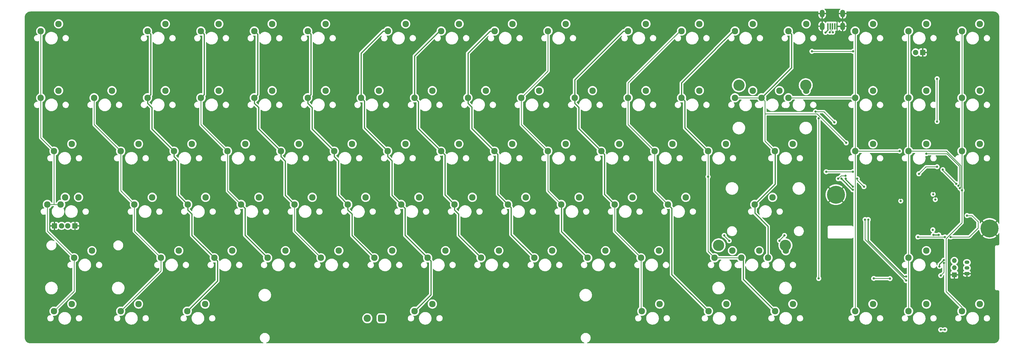
<source format=gbr>
%TF.GenerationSoftware,KiCad,Pcbnew,(7.99.0-267-g8440d7258b)*%
%TF.CreationDate,2023-05-05T04:19:59-07:00*%
%TF.ProjectId,1_2og_repro,315f326f-675f-4726-9570-726f2e6b6963,rev?*%
%TF.SameCoordinates,Original*%
%TF.FileFunction,Copper,L1,Top*%
%TF.FilePolarity,Positive*%
%FSLAX46Y46*%
G04 Gerber Fmt 4.6, Leading zero omitted, Abs format (unit mm)*
G04 Created by KiCad (PCBNEW (7.99.0-267-g8440d7258b)) date 2023-05-05 04:19:59*
%MOMM*%
%LPD*%
G01*
G04 APERTURE LIST*
G04 Aperture macros list*
%AMRoundRect*
0 Rectangle with rounded corners*
0 $1 Rounding radius*
0 $2 $3 $4 $5 $6 $7 $8 $9 X,Y pos of 4 corners*
0 Add a 4 corners polygon primitive as box body*
4,1,4,$2,$3,$4,$5,$6,$7,$8,$9,$2,$3,0*
0 Add four circle primitives for the rounded corners*
1,1,$1+$1,$2,$3*
1,1,$1+$1,$4,$5*
1,1,$1+$1,$6,$7*
1,1,$1+$1,$8,$9*
0 Add four rect primitives between the rounded corners*
20,1,$1+$1,$2,$3,$4,$5,0*
20,1,$1+$1,$4,$5,$6,$7,0*
20,1,$1+$1,$6,$7,$8,$9,0*
20,1,$1+$1,$8,$9,$2,$3,0*%
G04 Aperture macros list end*
%TA.AperFunction,ComponentPad*%
%ADD10RoundRect,0.250000X0.625000X-0.350000X0.625000X0.350000X-0.625000X0.350000X-0.625000X-0.350000X0*%
%TD*%
%TA.AperFunction,ComponentPad*%
%ADD11O,1.750000X1.200000*%
%TD*%
%TA.AperFunction,ComponentPad*%
%ADD12C,2.300000*%
%TD*%
%TA.AperFunction,ComponentPad*%
%ADD13RoundRect,0.650000X0.650000X0.650000X-0.650000X0.650000X-0.650000X-0.650000X0.650000X-0.650000X0*%
%TD*%
%TA.AperFunction,ComponentPad*%
%ADD14C,2.600000*%
%TD*%
%TA.AperFunction,ComponentPad*%
%ADD15RoundRect,0.285750X-0.666750X-0.666750X0.666750X-0.666750X0.666750X0.666750X-0.666750X0.666750X0*%
%TD*%
%TA.AperFunction,ComponentPad*%
%ADD16C,1.905000*%
%TD*%
%TA.AperFunction,ComponentPad*%
%ADD17C,6.400000*%
%TD*%
%TA.AperFunction,ComponentPad*%
%ADD18C,4.000000*%
%TD*%
%TA.AperFunction,SMDPad,CuDef*%
%ADD19R,0.500000X2.250000*%
%TD*%
%TA.AperFunction,ComponentPad*%
%ADD20O,1.700000X2.700000*%
%TD*%
%TA.AperFunction,ComponentPad*%
%ADD21R,1.700000X1.700000*%
%TD*%
%TA.AperFunction,ComponentPad*%
%ADD22O,1.700000X1.700000*%
%TD*%
%TA.AperFunction,ViaPad*%
%ADD23C,0.800000*%
%TD*%
%TA.AperFunction,Conductor*%
%ADD24C,0.381000*%
%TD*%
%TA.AperFunction,Conductor*%
%ADD25C,0.250000*%
%TD*%
%TA.AperFunction,Conductor*%
%ADD26C,0.254000*%
%TD*%
%TA.AperFunction,Conductor*%
%ADD27C,0.200000*%
%TD*%
G04 APERTURE END LIST*
D10*
%TO.P,J4,1,Pin_1*%
%TO.N,GND*%
X347689000Y-105505000D03*
D11*
%TO.P,J4,2,Pin_2*%
%TO.N,RGB_DB*%
X347688999Y-103504999D03*
%TO.P,J4,3,Pin_3*%
%TO.N,+5V*%
X347688999Y-101504999D03*
%TD*%
D12*
%TO.P,SW71,1,1*%
%TO.N,COL5*%
X136606115Y-99894638D03*
%TO.P,SW71,2,2*%
%TO.N,Net-(D69-A)*%
X142956115Y-97354638D03*
%TD*%
%TO.P,SW12,1,1*%
%TO.N,COL12*%
X265076115Y-19054638D03*
%TO.P,SW12,2,2*%
%TO.N,Net-(D12-A)*%
X271426115Y-16514638D03*
%TD*%
%TO.P,SW26,1,1*%
%TO.N,COL9*%
X188966115Y-42834638D03*
%TO.P,SW26,2,2*%
%TO.N,Net-(D26-A)*%
X195316115Y-40294638D03*
%TD*%
%TO.P,SW76,1,1*%
%TO.N,COL10*%
X231606115Y-99894638D03*
%TO.P,SW76,2,2*%
%TO.N,Net-(D74-A)*%
X237956115Y-97354638D03*
%TD*%
%TO.P,SW21,1,1*%
%TO.N,COL4*%
X93866115Y-42834638D03*
%TO.P,SW21,2,2*%
%TO.N,Net-(D21-A)*%
X100216115Y-40294638D03*
%TD*%
%TO.P,SW24,1,1*%
%TO.N,COL7*%
X150926115Y-42834638D03*
%TO.P,SW24,2,2*%
%TO.N,Net-(D24-A)*%
X157276115Y-40294638D03*
%TD*%
%TO.P,SW25,1,1*%
%TO.N,COL8*%
X169946115Y-42834638D03*
%TO.P,SW25,2,2*%
%TO.N,Net-(D25-A)*%
X176296115Y-40294638D03*
%TD*%
%TO.P,SW60,1,1*%
%TO.N,COL7*%
X165176115Y-80874638D03*
%TO.P,SW60,2,2*%
%TO.N,Net-(D58-A)*%
X171526115Y-78334638D03*
%TD*%
%TO.P,SW83,1,1*%
%TO.N,COL1*%
X46278615Y-118914638D03*
%TO.P,SW83,2,2*%
%TO.N,Net-(D80-A)*%
X52628615Y-116374638D03*
%TD*%
%TO.P,SW74,1,1*%
%TO.N,COL8*%
X193606115Y-99894638D03*
%TO.P,SW74,2,2*%
%TO.N,Net-(D72-A)*%
X199956115Y-97354638D03*
%TD*%
%TO.P,SW9,1,1*%
%TO.N,COL9*%
X198476115Y-19054638D03*
%TO.P,SW9,2,2*%
%TO.N,Net-(D9-A)*%
X204826115Y-16514638D03*
%TD*%
%TO.P,SW32,1,1*%
%TO.N,COL14*%
X307876115Y-42834638D03*
%TO.P,SW32,2,2*%
%TO.N,Net-(D31-A)*%
X314226115Y-40294638D03*
%TD*%
%TO.P,SW53,1,1*%
%TO.N,COL0*%
X24908615Y-80874638D03*
%TO.P,SW53,2,2*%
%TO.N,Net-(D51-A)*%
X31258615Y-78334638D03*
%TD*%
%TO.P,SW90,1,1*%
%TO.N,COL15*%
X326896115Y-118914638D03*
%TO.P,SW90,2,2*%
%TO.N,Net-(D87-A)*%
X333246115Y-116374638D03*
%TD*%
%TO.P,SW65,1,1*%
%TO.N,COL13*%
X272116088Y-80874669D03*
%TO.P,SW65,2,2*%
%TO.N,Net-(D63-A)*%
X278466088Y-78334669D03*
%TD*%
%TO.P,SW84,1,1*%
%TO.N,COL2*%
X69981115Y-118914638D03*
%TO.P,SW84,2,2*%
%TO.N,Net-(D81-A)*%
X76331115Y-116374638D03*
%TD*%
%TO.P,SW39,1,1*%
%TO.N,COL4*%
X103326115Y-61854638D03*
%TO.P,SW39,2,2*%
%TO.N,Net-(D38-A)*%
X109676115Y-59314638D03*
%TD*%
%TO.P,SW86,1,1*%
%TO.N,COL10*%
X231901115Y-118914638D03*
%TO.P,SW86,2,2*%
%TO.N,Net-(D83-A)*%
X238251115Y-116374638D03*
%TD*%
%TO.P,SW63,1,1*%
%TO.N,COL10*%
X222196115Y-80874638D03*
%TO.P,SW63,2,2*%
%TO.N,Net-(D61-A)*%
X228546115Y-78334638D03*
%TD*%
%TO.P,SW35,1,1*%
%TO.N,COL0*%
X22516115Y-61854638D03*
%TO.P,SW35,2,2*%
%TO.N,Net-(D34-A)*%
X28866115Y-59314638D03*
%TD*%
%TO.P,SW15,1,1*%
%TO.N,COL15*%
X326896115Y-19051179D03*
%TO.P,SW15,2,2*%
%TO.N,Net-(D15-A)*%
X333246115Y-16511179D03*
%TD*%
D13*
%TO.P,JP1,1,A*%
%TO.N,+3V3*%
X139192000Y-121451498D03*
D14*
%TO.P,JP1,2,B*%
%TO.N,BOOT0*%
X134112000Y-121451498D03*
%TD*%
D12*
%TO.P,SW47,1,1*%
%TO.N,COL12*%
X255486115Y-61854638D03*
%TO.P,SW47,2,2*%
%TO.N,Net-(D46-A)*%
X261836115Y-59314638D03*
%TD*%
%TO.P,SW41,1,1*%
%TO.N,COL6*%
X141366115Y-61854638D03*
%TO.P,SW41,2,2*%
%TO.N,Net-(D40-A)*%
X147716115Y-59314638D03*
%TD*%
%TO.P,SW62,1,1*%
%TO.N,COL9*%
X203196115Y-80874638D03*
%TO.P,SW62,2,2*%
%TO.N,Net-(D60-A)*%
X209546115Y-78334638D03*
%TD*%
%TO.P,SW89,1,1*%
%TO.N,COL14*%
X307876115Y-118914638D03*
%TO.P,SW89,2,2*%
%TO.N,Net-(D86-A)*%
X314226115Y-116374638D03*
%TD*%
%TO.P,SW49,1,1*%
%TO.N,COL14*%
X307876115Y-61854638D03*
%TO.P,SW49,2,2*%
%TO.N,Net-(D48-A)*%
X314226115Y-59314638D03*
%TD*%
%TO.P,SW28,1,1*%
%TO.N,COL11*%
X227006115Y-42834638D03*
%TO.P,SW28,2,2*%
%TO.N,Net-(D28-A)*%
X233356115Y-40294638D03*
%TD*%
%TO.P,SW10,1,1*%
%TO.N,COL10*%
X227006115Y-19054638D03*
%TO.P,SW10,2,2*%
%TO.N,Net-(D10-A)*%
X233356115Y-16514638D03*
%TD*%
%TO.P,SW1,1,1*%
%TO.N,COL0*%
X17786115Y-19054638D03*
%TO.P,SW1,2,2*%
%TO.N,Net-(D1-A)*%
X24136115Y-16514638D03*
%TD*%
%TO.P,SW70,1,1*%
%TO.N,COL4*%
X117606115Y-99894638D03*
%TO.P,SW70,2,2*%
%TO.N,Net-(D68-A)*%
X123956115Y-97354638D03*
%TD*%
%TO.P,SW13,1,1*%
%TO.N,COL13*%
X284096115Y-19054638D03*
%TO.P,SW13,2,2*%
%TO.N,Net-(D13-A)*%
X290446115Y-16514638D03*
%TD*%
%TO.P,SW87,1,1*%
%TO.N,COL11*%
X255628615Y-118914638D03*
%TO.P,SW87,2,2*%
%TO.N,Net-(D84-A)*%
X261978615Y-116374638D03*
%TD*%
%TO.P,SW11,1,1*%
%TO.N,COL11*%
X246026115Y-19054638D03*
%TO.P,SW11,2,2*%
%TO.N,Net-(D11-A)*%
X252376115Y-16514638D03*
%TD*%
%TO.P,SW27,1,1*%
%TO.N,COL10*%
X207986115Y-42834638D03*
%TO.P,SW27,2,2*%
%TO.N,Net-(D27-A)*%
X214336115Y-40294638D03*
%TD*%
D15*
%TO.P,D90,1,K*%
%TO.N,GND*%
X331976115Y-26671179D03*
D16*
%TO.P,D90,2,A*%
%TO.N,Net-(D90-A)*%
X329436115Y-26671179D03*
%TD*%
D12*
%TO.P,SW37,1,1*%
%TO.N,COL2*%
X65286115Y-61854638D03*
%TO.P,SW37,2,2*%
%TO.N,Net-(D36-A)*%
X71636115Y-59314638D03*
%TD*%
%TO.P,SW5,1,1*%
%TO.N,COL5*%
X112886534Y-19059485D03*
%TO.P,SW5,2,2*%
%TO.N,Net-(D5-A)*%
X119236534Y-16519485D03*
%TD*%
D17*
%TO.P,H1,1,1*%
%TO.N,GND*%
X301009027Y-77392443D03*
%TD*%
D12*
%TO.P,SW4,1,1*%
%TO.N,COL4*%
X93866534Y-19059485D03*
%TO.P,SW4,2,2*%
%TO.N,Net-(D4-A)*%
X100216534Y-16519485D03*
%TD*%
%TO.P,SW23,1,1*%
%TO.N,COL6*%
X131906115Y-42834638D03*
%TO.P,SW23,2,2*%
%TO.N,Net-(D23-A)*%
X138256115Y-40294638D03*
%TD*%
%TO.P,SW42,1,1*%
%TO.N,COL7*%
X160386115Y-61854638D03*
%TO.P,SW42,2,2*%
%TO.N,Net-(D41-A)*%
X166736115Y-59314638D03*
%TD*%
%TO.P,SW91,1,1*%
%TO.N,COL16*%
X345916115Y-118914638D03*
%TO.P,SW91,2,2*%
%TO.N,Net-(D88-A)*%
X352266115Y-116374638D03*
%TD*%
%TO.P,SW22,1,1*%
%TO.N,COL5*%
X112886115Y-42834638D03*
%TO.P,SW22,2,2*%
%TO.N,Net-(D22-A)*%
X119236115Y-40294638D03*
%TD*%
%TO.P,SW64,1,1*%
%TO.N,COL11*%
X241196115Y-80874638D03*
%TO.P,SW64,2,2*%
%TO.N,Net-(D62-A)*%
X247546115Y-78334638D03*
%TD*%
%TO.P,SW81,1,1*%
%TO.N,COL15*%
X326896115Y-99894638D03*
%TO.P,SW81,2,2*%
%TO.N,Net-(D78-A)*%
X333246115Y-97354638D03*
%TD*%
%TO.P,SW52,1,1*%
%TO.N,COL0*%
X20146115Y-80874638D03*
%TO.P,SW52,2,2*%
%TO.N,Net-(D51-A)*%
X26496115Y-78334638D03*
%TD*%
%TO.P,SW30,1,1*%
%TO.N,COL13*%
X274571115Y-42834638D03*
%TO.P,SW30,2,2*%
%TO.N,Net-(D30-A)*%
X280921115Y-40294638D03*
%TD*%
%TO.P,SW51,1,1*%
%TO.N,COL16*%
X345916115Y-61854638D03*
%TO.P,SW51,2,2*%
%TO.N,Net-(D50-A)*%
X352266115Y-59314638D03*
%TD*%
%TO.P,SW34,1,1*%
%TO.N,COL16*%
X345916115Y-42834638D03*
%TO.P,SW34,2,2*%
%TO.N,Net-(D33-A)*%
X352266115Y-40294638D03*
%TD*%
%TO.P,SW66,1,1*%
%TO.N,COL0*%
X29686115Y-99894638D03*
%TO.P,SW66,2,2*%
%TO.N,Net-(D64-A)*%
X36036115Y-97354638D03*
%TD*%
%TO.P,SW8,1,1*%
%TO.N,COL8*%
X179456115Y-19054638D03*
%TO.P,SW8,2,2*%
%TO.N,Net-(D8-A)*%
X185806115Y-16514638D03*
%TD*%
%TO.P,SW36,1,1*%
%TO.N,COL1*%
X46266115Y-61854638D03*
%TO.P,SW36,2,2*%
%TO.N,Net-(D35-A)*%
X52616115Y-59314638D03*
%TD*%
%TO.P,SW68,1,1*%
%TO.N,COL2*%
X79606115Y-99894638D03*
%TO.P,SW68,2,2*%
%TO.N,Net-(D66-A)*%
X85956115Y-97354638D03*
%TD*%
%TO.P,SW19,1,1*%
%TO.N,COL2*%
X55826115Y-42834638D03*
%TO.P,SW19,2,2*%
%TO.N,Net-(D19-A)*%
X62176115Y-40294638D03*
%TD*%
%TO.P,SW73,1,1*%
%TO.N,COL7*%
X174606115Y-99894638D03*
%TO.P,SW73,2,2*%
%TO.N,Net-(D71-A)*%
X180956115Y-97354638D03*
%TD*%
%TO.P,SW78,1,1*%
%TO.N,COL12*%
X267331115Y-99894638D03*
%TO.P,SW78,2,2*%
%TO.N,Net-(D75-A)*%
X273681115Y-97354638D03*
%TD*%
D18*
%TO.P,S2,*%
%TO.N,*%
X259234865Y-95449638D03*
X283047365Y-95449638D03*
%TD*%
D12*
%TO.P,SW61,1,1*%
%TO.N,COL8*%
X184196115Y-80874638D03*
%TO.P,SW61,2,2*%
%TO.N,Net-(D59-A)*%
X190546115Y-78334638D03*
%TD*%
%TO.P,SW43,1,1*%
%TO.N,COL8*%
X179406115Y-61854638D03*
%TO.P,SW43,2,2*%
%TO.N,Net-(D42-A)*%
X185756115Y-59314638D03*
%TD*%
%TO.P,SW33,1,1*%
%TO.N,COL15*%
X326896115Y-42834638D03*
%TO.P,SW33,2,2*%
%TO.N,Net-(D32-A)*%
X333246115Y-40294638D03*
%TD*%
%TO.P,SW88,1,1*%
%TO.N,COL12*%
X279346115Y-118914638D03*
%TO.P,SW88,2,2*%
%TO.N,Net-(D85-A)*%
X285696115Y-116374638D03*
%TD*%
D19*
%TO.P,J2,1,VBUS*%
%TO.N,VBUS*%
X298196114Y-17349999D03*
%TO.P,J2,2,D-*%
%TO.N,D-*%
X298996114Y-17349999D03*
%TO.P,J2,3,D+*%
%TO.N,D+*%
X299796114Y-17349999D03*
%TO.P,J2,4,ID*%
%TO.N,unconnected-(J2-ID-Pad4)*%
X300596114Y-17349999D03*
%TO.P,J2,5,GND*%
%TO.N,GND*%
X301396114Y-17349999D03*
D20*
%TO.P,J2,6,Shield*%
X303446114Y-12849999D03*
X296146114Y-12849999D03*
X303446114Y-17349999D03*
X296146114Y-17349999D03*
%TD*%
D12*
%TO.P,SW56,1,1*%
%TO.N,COL3*%
X89156115Y-80874638D03*
%TO.P,SW56,2,2*%
%TO.N,Net-(D54-A)*%
X95506115Y-78334638D03*
%TD*%
%TO.P,SW40,1,1*%
%TO.N,COL5*%
X122346115Y-61854638D03*
%TO.P,SW40,2,2*%
%TO.N,Net-(D39-A)*%
X128696115Y-59314638D03*
%TD*%
%TO.P,SW20,1,1*%
%TO.N,COL3*%
X74846115Y-42834638D03*
%TO.P,SW20,2,2*%
%TO.N,Net-(D20-A)*%
X81196115Y-40294638D03*
%TD*%
%TO.P,SW69,1,1*%
%TO.N,COL3*%
X98606115Y-99894638D03*
%TO.P,SW69,2,2*%
%TO.N,Net-(D67-A)*%
X104956115Y-97354638D03*
%TD*%
%TO.P,SW16,1,1*%
%TO.N,COL16*%
X345916115Y-19054638D03*
%TO.P,SW16,2,2*%
%TO.N,Net-(D16-A)*%
X352266115Y-16514638D03*
%TD*%
%TO.P,SW7,1,1*%
%TO.N,COL7*%
X160436115Y-19054638D03*
%TO.P,SW7,2,2*%
%TO.N,Net-(D7-A)*%
X166786115Y-16514638D03*
%TD*%
%TO.P,SW67,1,1*%
%TO.N,COL1*%
X60606115Y-99894638D03*
%TO.P,SW67,2,2*%
%TO.N,Net-(D65-A)*%
X66956115Y-97354638D03*
%TD*%
%TO.P,SW50,1,1*%
%TO.N,COL15*%
X326896115Y-61854638D03*
%TO.P,SW50,2,2*%
%TO.N,Net-(D49-A)*%
X333246115Y-59314638D03*
%TD*%
%TO.P,SW72,1,1*%
%TO.N,COL6*%
X155606115Y-99894638D03*
%TO.P,SW72,2,2*%
%TO.N,Net-(D70-A)*%
X161956115Y-97354638D03*
%TD*%
%TO.P,SW3,1,1*%
%TO.N,COL3*%
X74846534Y-19059485D03*
%TO.P,SW3,2,2*%
%TO.N,Net-(D3-A)*%
X81196534Y-16519485D03*
%TD*%
%TO.P,SW57,1,1*%
%TO.N,COL4*%
X108156115Y-80874638D03*
%TO.P,SW57,2,2*%
%TO.N,Net-(D55-A)*%
X114506115Y-78334638D03*
%TD*%
D17*
%TO.P,H2,1,1*%
%TO.N,GND*%
X355726066Y-89414572D03*
%TD*%
D12*
%TO.P,SW77,1,1*%
%TO.N,COL12*%
X257821115Y-99894638D03*
%TO.P,SW77,2,2*%
%TO.N,Net-(D75-A)*%
X264171115Y-97354638D03*
%TD*%
%TO.P,SW59,1,1*%
%TO.N,COL6*%
X146156115Y-80874638D03*
%TO.P,SW59,2,2*%
%TO.N,Net-(D57-A)*%
X152506115Y-78334638D03*
%TD*%
%TO.P,SW44,1,1*%
%TO.N,COL9*%
X198426115Y-61854638D03*
%TO.P,SW44,2,2*%
%TO.N,Net-(D43-A)*%
X204776115Y-59314638D03*
%TD*%
%TO.P,SW29,1,1*%
%TO.N,COL12*%
X246026115Y-42834638D03*
%TO.P,SW29,2,2*%
%TO.N,Net-(D29-A)*%
X252376115Y-40294638D03*
%TD*%
%TO.P,SW82,1,1*%
%TO.N,COL0*%
X22536115Y-118914638D03*
%TO.P,SW82,2,2*%
%TO.N,Net-(D79-A)*%
X28886115Y-116374638D03*
%TD*%
%TO.P,SW75,1,1*%
%TO.N,COL9*%
X212606115Y-99894638D03*
%TO.P,SW75,2,2*%
%TO.N,Net-(D73-A)*%
X218956115Y-97354638D03*
%TD*%
%TO.P,SW55,1,1*%
%TO.N,COL2*%
X70156115Y-80874638D03*
%TO.P,SW55,2,2*%
%TO.N,Net-(D53-A)*%
X76506115Y-78334638D03*
%TD*%
%TO.P,SW38,1,1*%
%TO.N,COL3*%
X84306115Y-61854638D03*
%TO.P,SW38,2,2*%
%TO.N,Net-(D37-A)*%
X90656115Y-59314638D03*
%TD*%
%TO.P,SW80,1,1*%
%TO.N,COL14*%
X284081115Y-42834638D03*
%TO.P,SW80,2,2*%
%TO.N,Net-(D77-A)*%
X290431115Y-40294638D03*
%TD*%
%TO.P,SW14,1,1*%
%TO.N,COL14*%
X307876115Y-19054638D03*
%TO.P,SW14,2,2*%
%TO.N,Net-(D14-A)*%
X314226115Y-16514638D03*
%TD*%
%TO.P,SW48,1,1*%
%TO.N,COL13*%
X279301115Y-61854638D03*
%TO.P,SW48,2,2*%
%TO.N,Net-(D47-A)*%
X285651115Y-59314638D03*
%TD*%
%TO.P,SW31,1,1*%
%TO.N,COL13*%
X265061115Y-42834638D03*
%TO.P,SW31,2,2*%
%TO.N,Net-(D30-A)*%
X271411115Y-40294638D03*
%TD*%
%TO.P,SW79,1,1*%
%TO.N,COL13*%
X276841115Y-99894638D03*
%TO.P,SW79,2,2*%
%TO.N,Net-(D76-A)*%
X283191115Y-97354638D03*
%TD*%
%TO.P,SW6,1,1*%
%TO.N,COL6*%
X141416115Y-19054638D03*
%TO.P,SW6,2,2*%
%TO.N,Net-(D6-A)*%
X147766115Y-16514638D03*
%TD*%
D15*
%TO.P,D91,1,K*%
%TO.N,GND*%
X22686115Y-88494638D03*
D16*
%TO.P,D91,2,A*%
%TO.N,Net-(D89-A)*%
X25226115Y-88494638D03*
%TD*%
D15*
%TO.P,D89,1,K*%
%TO.N,GND*%
X29988615Y-88494638D03*
D16*
%TO.P,D89,2,A*%
%TO.N,Net-(D89-A)*%
X27448615Y-88494638D03*
%TD*%
D18*
%TO.P,S1,*%
%TO.N,*%
X266474865Y-38389638D03*
X290287365Y-38389638D03*
%TD*%
D12*
%TO.P,SW46,1,1*%
%TO.N,COL11*%
X236466115Y-61854638D03*
%TO.P,SW46,2,2*%
%TO.N,Net-(D45-A)*%
X242816115Y-59314638D03*
%TD*%
D21*
%TO.P,J3,1,Pin_1*%
%TO.N,GND*%
X343206114Y-105984628D03*
D22*
%TO.P,J3,2,Pin_2*%
%TO.N,RGB_DB*%
X343206114Y-103444628D03*
%TO.P,J3,3,Pin_3*%
%TO.N,+5V*%
X343206114Y-100904628D03*
%TD*%
D12*
%TO.P,SW45,1,1*%
%TO.N,COL10*%
X217446115Y-61854638D03*
%TO.P,SW45,2,2*%
%TO.N,Net-(D44-A)*%
X223796115Y-59314638D03*
%TD*%
%TO.P,SW17,1,1*%
%TO.N,COL0*%
X17786115Y-42834638D03*
%TO.P,SW17,2,2*%
%TO.N,Net-(D17-A)*%
X24136115Y-40294638D03*
%TD*%
%TO.P,SW54,1,1*%
%TO.N,COL1*%
X51156115Y-80874638D03*
%TO.P,SW54,2,2*%
%TO.N,Net-(D52-A)*%
X57506115Y-78334638D03*
%TD*%
%TO.P,SW2,1,1*%
%TO.N,COL2*%
X55826534Y-19059485D03*
%TO.P,SW2,2,2*%
%TO.N,Net-(D2-A)*%
X62176534Y-16519485D03*
%TD*%
%TO.P,SW58,1,1*%
%TO.N,COL5*%
X127156115Y-80874638D03*
%TO.P,SW58,2,2*%
%TO.N,Net-(D56-A)*%
X133506115Y-78334638D03*
%TD*%
%TO.P,SW85,1,1*%
%TO.N,COL6*%
X150937529Y-118911498D03*
%TO.P,SW85,2,2*%
%TO.N,Net-(D82-A)*%
X157287529Y-116371498D03*
%TD*%
%TO.P,SW18,1,1*%
%TO.N,COL1*%
X36806115Y-42834638D03*
%TO.P,SW18,2,2*%
%TO.N,Net-(D18-A)*%
X43156115Y-40294638D03*
%TD*%
D23*
%TO.N,GND*%
X292354000Y-90043000D03*
X315214000Y-84328000D03*
X315214000Y-79248000D03*
X329682615Y-89662000D03*
X353441000Y-79248000D03*
%TO.N,+3V3*%
X307086000Y-74513500D03*
X335750500Y-91694000D03*
X335534000Y-89916000D03*
X324104000Y-79612503D03*
X337657500Y-91723786D03*
X335661000Y-77216000D03*
X336423000Y-79121000D03*
X304546000Y-71698500D03*
%TO.N,GND*%
X315214000Y-81950500D03*
X348869000Y-54864000D03*
X330708000Y-83439000D03*
X321183000Y-111887000D03*
X322707000Y-90297000D03*
X298323000Y-117983000D03*
X246126000Y-119634000D03*
X335661000Y-76200000D03*
X154940000Y-128016000D03*
X324104000Y-78613000D03*
X323723000Y-102870000D03*
X334010000Y-95123000D03*
X344551000Y-82550000D03*
X340741000Y-85217000D03*
X336423000Y-78105000D03*
X316357000Y-90170000D03*
X320802000Y-55118000D03*
X335280000Y-87122000D03*
X343154000Y-82296000D03*
X299466000Y-110490000D03*
X298196000Y-29718000D03*
X328803000Y-73152000D03*
X272669000Y-118237000D03*
%TO.N,+5V*%
X312547000Y-86268500D03*
X339466619Y-100728293D03*
X302965500Y-71698500D03*
X326009000Y-106527138D03*
X337909500Y-102969740D03*
X307040181Y-75620410D03*
%TO.N,NRST*%
X341889714Y-92461714D03*
X339846286Y-92450286D03*
X330229615Y-92450286D03*
X347726000Y-84836000D03*
%TO.N,BOOT0*%
X338363500Y-125547138D03*
X339816500Y-125547138D03*
%TO.N,ROW0*%
X292481000Y-26289000D03*
X307149615Y-26289000D03*
%TO.N,ROW1*%
X300482000Y-51562000D03*
X293751000Y-47787500D03*
%TO.N,ROW2*%
X307086000Y-69215000D03*
X297551520Y-69224480D03*
%TO.N,ROW4*%
X320294000Y-107317138D03*
X294894000Y-50165000D03*
X314502734Y-107238734D03*
X294894000Y-107253638D03*
%TO.N,VBUS*%
X297307000Y-19558000D03*
%TO.N,RGB_DB*%
X339506500Y-101727000D03*
X326009000Y-107980138D03*
X338363500Y-106201927D03*
X311404000Y-86268500D03*
%TO.N,D-*%
X298871115Y-19493964D03*
%TO.N,D+*%
X299921115Y-19493964D03*
%TO.N,COL5*%
X263017000Y-93817500D03*
X280924000Y-93817500D03*
X261239000Y-91910500D03*
X282702000Y-91910500D03*
%TO.N,COL12*%
X255486115Y-70993000D03*
%TO.N,COL13*%
X339090000Y-68487138D03*
X343911243Y-73528882D03*
X304673000Y-58915866D03*
%TO.N,COL14*%
X333248000Y-62738000D03*
X344666933Y-74183052D03*
X323723000Y-61849000D03*
%TO.N,COL15*%
X345189615Y-75034997D03*
%TO.N,COL16*%
X345916115Y-75819000D03*
%TO.N,CAPS_LED*%
X308602615Y-71698500D03*
X304432480Y-70651250D03*
X311023000Y-74513500D03*
X301848271Y-71698500D03*
%TO.N,SCRLCK_LED*%
X337058000Y-36068000D03*
X337058000Y-67437000D03*
X337058000Y-51308000D03*
X330581000Y-69940138D03*
%TD*%
D24*
%TO.N,GND*%
X315214000Y-81950500D02*
X315214000Y-84328000D01*
X315214000Y-81950500D02*
X315214000Y-79248000D01*
%TO.N,+3V3*%
X304546000Y-71698500D02*
X304546000Y-71973500D01*
X337657500Y-91723786D02*
X335780286Y-91723786D01*
X335780286Y-91723786D02*
X335750500Y-91694000D01*
X304546000Y-71973500D02*
X307086000Y-74513500D01*
%TO.N,GND*%
X296146115Y-12850000D02*
X303446115Y-12850000D01*
X303446115Y-17350000D02*
X303446115Y-12850000D01*
X303446115Y-17350000D02*
X301396115Y-17350000D01*
X296146115Y-17350000D02*
X296146115Y-12850000D01*
D25*
X343740744Y-105450015D02*
G75*
G03*
X343206115Y-105984629I-44J-534585D01*
G01*
D24*
%TO.N,+5V*%
X312547000Y-86268500D02*
X312516859Y-86238359D01*
X325287856Y-106527138D02*
X326009000Y-106527138D01*
X337909500Y-102969740D02*
X337909500Y-102206064D01*
X337909500Y-102206064D02*
X339387271Y-100728293D01*
X302965500Y-71698500D02*
X306887410Y-75620410D01*
X312516859Y-93756141D02*
X325287856Y-106527138D01*
X339387271Y-100728293D02*
X339466619Y-100728293D01*
X312516859Y-86238359D02*
X312516859Y-93756141D01*
X306887410Y-75620410D02*
X307040181Y-75620410D01*
D25*
X343206100Y-100904629D02*
G75*
G03*
X343751486Y-101450000I545400J29D01*
G01*
D26*
%TO.N,NRST*%
X351663000Y-86995000D02*
X351663000Y-89281000D01*
X351663000Y-89281000D02*
X348482286Y-92461714D01*
X349504000Y-84836000D02*
X351663000Y-86995000D01*
X347726000Y-84836000D02*
X349504000Y-84836000D01*
X348482286Y-92461714D02*
X341889714Y-92461714D01*
X330229615Y-92450286D02*
X339846286Y-92450286D01*
%TO.N,BOOT0*%
X339816500Y-125547138D02*
X338363500Y-125547138D01*
%TO.N,ROW0*%
X292481000Y-26289000D02*
X307149615Y-26289000D01*
%TO.N,ROW1*%
X296707500Y-47787500D02*
X293751000Y-47787500D01*
X300482000Y-51562000D02*
X296707500Y-47787500D01*
%TO.N,ROW2*%
X297561000Y-69215000D02*
X307086000Y-69215000D01*
X297551520Y-69224480D02*
X297561000Y-69215000D01*
%TO.N,ROW4*%
X294894000Y-50165000D02*
X294894000Y-107253638D01*
X320215596Y-107238734D02*
X320294000Y-107317138D01*
X314502734Y-107238734D02*
X320215596Y-107238734D01*
D24*
%TO.N,VBUS*%
X298196115Y-18668885D02*
X297307000Y-19558000D01*
X298196115Y-17350000D02*
X298196115Y-18668885D01*
X298196115Y-17350000D02*
X298196115Y-17350498D01*
X298146613Y-17400015D02*
G75*
G03*
X298196115Y-17350498I-13J49515D01*
G01*
D26*
%TO.N,RGB_DB*%
X339506500Y-105058927D02*
X339506500Y-101727000D01*
X311404000Y-86268500D02*
X311404000Y-93375138D01*
X338363500Y-106201927D02*
X339506500Y-105058927D01*
X311404000Y-93375138D02*
X326009000Y-107980138D01*
D27*
%TO.N,D-*%
X298996115Y-17350000D02*
X299171114Y-17524999D01*
X299171114Y-17524999D02*
X299171114Y-19193965D01*
X299171114Y-19193965D02*
X298871115Y-19493964D01*
%TO.N,D+*%
X299621116Y-17524999D02*
X299621116Y-19193965D01*
X299621116Y-19193965D02*
X299921115Y-19493964D01*
X299796115Y-17350000D02*
X299621116Y-17524999D01*
D26*
%TO.N,COL0*%
X22516115Y-61854638D02*
X22516115Y-80837523D01*
X29686115Y-99894638D02*
X29686115Y-111764638D01*
X17786115Y-42834638D02*
X17786115Y-57124638D01*
X17786115Y-19054638D02*
X17786115Y-42834638D01*
X20146115Y-80874638D02*
X22479000Y-80874638D01*
X29686115Y-111764638D02*
X22536115Y-118914638D01*
X20146115Y-80874638D02*
X20146115Y-90354638D01*
X17786115Y-57124638D02*
X22516115Y-61854638D01*
X22479000Y-80874638D02*
X24908615Y-80874638D01*
X20146115Y-90354638D02*
X29686115Y-99894638D01*
D24*
%TO.N,COL2*%
X65286115Y-63804240D02*
X66802000Y-65320125D01*
X55826115Y-44784240D02*
X57404000Y-46362125D01*
X70156115Y-80874638D02*
X70156115Y-82824240D01*
X80756115Y-101044638D02*
X80756115Y-108139638D01*
X71628000Y-91916523D02*
X79606115Y-99894638D01*
X65286115Y-61854638D02*
X65286115Y-63804240D01*
X80756115Y-108139638D02*
X69981115Y-118914638D01*
X56976115Y-41684638D02*
X56976115Y-20209066D01*
X55826115Y-42834638D02*
X56976115Y-41684638D01*
X57404000Y-46362125D02*
X57404000Y-53972523D01*
X57404000Y-53972523D02*
X65286115Y-61854638D01*
X66802000Y-77520523D02*
X70156115Y-80874638D01*
X55826115Y-42834638D02*
X55826115Y-44784240D01*
X79606115Y-99894638D02*
X80756115Y-101044638D01*
X66802000Y-65320125D02*
X66802000Y-77520523D01*
X56976115Y-20209066D02*
X55826534Y-19059485D01*
X71628000Y-84296125D02*
X71628000Y-91916523D01*
X70156115Y-82824240D02*
X71628000Y-84296125D01*
%TO.N,COL4*%
X104902000Y-65380125D02*
X104902000Y-77620523D01*
D26*
X108156115Y-90444638D02*
X117606115Y-99894638D01*
D24*
X93866115Y-44784240D02*
X95377000Y-46295125D01*
X95016534Y-20209485D02*
X95016534Y-41684219D01*
D26*
X108156115Y-80874638D02*
X108156115Y-90444638D01*
D24*
X93866115Y-42834638D02*
X93866115Y-44784240D01*
X95016534Y-41684219D02*
X93866115Y-42834638D01*
X93866534Y-19059485D02*
X95016534Y-20209485D01*
X103326115Y-61854638D02*
X103326115Y-63804240D01*
X95377000Y-53905523D02*
X103326115Y-61854638D01*
X103326115Y-63804240D02*
X104902000Y-65380125D01*
X104902000Y-77620523D02*
X108156115Y-80874638D01*
X95377000Y-46295125D02*
X95377000Y-53905523D01*
%TO.N,COL5*%
X123825000Y-65283125D02*
X123825000Y-77543523D01*
X127156115Y-80874638D02*
X127156115Y-82824240D01*
X114427000Y-46325125D02*
X114427000Y-53935523D01*
X112886115Y-42834638D02*
X112886115Y-44784240D01*
X128651000Y-84319125D02*
X128651000Y-91939523D01*
D26*
X280924000Y-93688500D02*
X282702000Y-91910500D01*
D24*
X112886115Y-44784240D02*
X114427000Y-46325125D01*
D26*
X280924000Y-93817500D02*
X280924000Y-93688500D01*
D24*
X128651000Y-91939523D02*
X136606115Y-99894638D01*
X112886534Y-19059485D02*
X114036534Y-20209485D01*
D26*
X261239000Y-91910500D02*
X261239000Y-92039500D01*
D24*
X122346115Y-63804240D02*
X123825000Y-65283125D01*
X123825000Y-77543523D02*
X127156115Y-80874638D01*
X114036534Y-41684219D02*
X112886115Y-42834638D01*
X127156115Y-82824240D02*
X128651000Y-84319125D01*
D26*
X261239000Y-92039500D02*
X263017000Y-93817500D01*
D24*
X114427000Y-53935523D02*
X122346115Y-61854638D01*
X114036534Y-20209485D02*
X114036534Y-41684219D01*
X122346115Y-61854638D02*
X122346115Y-63804240D01*
%TO.N,COL6*%
X141366115Y-63804240D02*
X142875000Y-65313125D01*
X141366115Y-61854638D02*
X141366115Y-63804240D01*
X133056115Y-43984638D02*
X133056115Y-53544638D01*
X131906115Y-42834638D02*
X133056115Y-43984638D01*
X141416115Y-19054638D02*
X139789770Y-19054638D01*
X155606115Y-99894638D02*
X147531715Y-91820238D01*
X147531715Y-82250238D02*
X146156115Y-80874638D01*
X131906115Y-26938293D02*
X131906115Y-42834638D01*
X155606115Y-99894638D02*
X156756115Y-101044638D01*
X156756115Y-113092912D02*
X150937529Y-118911498D01*
X139789770Y-19054638D02*
X131906115Y-26938293D01*
X133056115Y-53544638D02*
X141366115Y-61854638D01*
X156756115Y-101044638D02*
X156756115Y-113092912D01*
X142875000Y-65313125D02*
X142875000Y-77593523D01*
X147531715Y-91820238D02*
X147531715Y-82250238D01*
X142875000Y-77593523D02*
X146156115Y-80874638D01*
%TO.N,COL8*%
X169946115Y-26938293D02*
X169946115Y-42834638D01*
X177829770Y-19054638D02*
X169946115Y-26938293D01*
X184196115Y-80874638D02*
X185346115Y-82024638D01*
X171323000Y-53771523D02*
X179406115Y-61854638D01*
X179406115Y-61854638D02*
X180556115Y-63004638D01*
X169946115Y-42834638D02*
X169946115Y-44784240D01*
X171323000Y-46161125D02*
X171323000Y-53771523D01*
X180556115Y-77234638D02*
X184196115Y-80874638D01*
X185346115Y-91634638D02*
X193606115Y-99894638D01*
X169946115Y-44784240D02*
X171323000Y-46161125D01*
X179456115Y-19054638D02*
X177829770Y-19054638D01*
X180556115Y-63004638D02*
X180556115Y-77234638D01*
X185346115Y-82024638D02*
X185346115Y-91634638D01*
D26*
%TO.N,COL9*%
X198476115Y-33324638D02*
X198476115Y-19054638D01*
X203196115Y-80874638D02*
X198426115Y-76104638D01*
X198426115Y-76104638D02*
X198426115Y-61854638D01*
D24*
X203241615Y-90530138D02*
X203241615Y-80920138D01*
X212606115Y-99894638D02*
X203241615Y-90530138D01*
X203241615Y-80920138D02*
X203196115Y-80874638D01*
D26*
X188966115Y-52394638D02*
X188966115Y-42834638D01*
X198426115Y-61854638D02*
X188966115Y-52394638D01*
X188966115Y-42834638D02*
X198476115Y-33324638D01*
D24*
%TO.N,COL10*%
X227006115Y-19054638D02*
X225379770Y-19054638D01*
X209423000Y-46221125D02*
X209423000Y-53831523D01*
X217446115Y-61854638D02*
X218596115Y-63004638D01*
D26*
X231606115Y-99894638D02*
X231606115Y-118619638D01*
X231606115Y-118619638D02*
X231901115Y-118914638D01*
D24*
X218596115Y-63004638D02*
X218596115Y-77274638D01*
X209423000Y-53831523D02*
X217446115Y-61854638D01*
D26*
X222196115Y-90484638D02*
X231606115Y-99894638D01*
D24*
X225379770Y-19054638D02*
X207986115Y-36448293D01*
X218596115Y-77274638D02*
X222196115Y-80874638D01*
D26*
X222196115Y-80874638D02*
X222196115Y-90484638D01*
D24*
X207986115Y-36448293D02*
X207986115Y-42834638D01*
X207986115Y-44784240D02*
X209423000Y-46221125D01*
X207986115Y-42834638D02*
X207986115Y-44784240D01*
D26*
%TO.N,COL11*%
X236466115Y-61854638D02*
X227006115Y-52394638D01*
X227006115Y-37574043D02*
X245525520Y-19054638D01*
D24*
X255628615Y-118914638D02*
X242571715Y-105857738D01*
X242571715Y-82250238D02*
X241196115Y-80874638D01*
D26*
X236466115Y-61854638D02*
X236466115Y-76144638D01*
D24*
X242571715Y-105857738D02*
X242571715Y-82250238D01*
D26*
X227006115Y-52394638D02*
X227006115Y-42834638D01*
X227006115Y-42834638D02*
X227006115Y-37574043D01*
X236466115Y-76144638D02*
X241196115Y-80874638D01*
X245525520Y-19054638D02*
X246026115Y-19054638D01*
D24*
%TO.N,COL12*%
X246026115Y-37564885D02*
X246026115Y-42834638D01*
X265076115Y-19054638D02*
X264485717Y-19054638D01*
X268026615Y-100590138D02*
X267331115Y-99894638D01*
X247176115Y-43984638D02*
X247176115Y-53544638D01*
D26*
X255486115Y-70993000D02*
X255486115Y-97559638D01*
D24*
X246026115Y-42834638D02*
X247176115Y-43984638D01*
X258064000Y-25527000D02*
X246026115Y-37564885D01*
X247176115Y-53544638D02*
X255486115Y-61854638D01*
X268026615Y-107595138D02*
X268026615Y-100590138D01*
X279346115Y-118914638D02*
X268026615Y-107595138D01*
D26*
X257821115Y-99894638D02*
X267331115Y-99894638D01*
D24*
X258064000Y-25476355D02*
X258064000Y-25527000D01*
D26*
X255486115Y-97559638D02*
X257821115Y-99894638D01*
D24*
X264485717Y-19054638D02*
X258064000Y-25476355D01*
D26*
X255486115Y-61854638D02*
X255486115Y-70993000D01*
D24*
%TO.N,COL13*%
X276841115Y-99894638D02*
X276841115Y-88639094D01*
X272161588Y-80920169D02*
X272116088Y-80874669D01*
D26*
X275721115Y-58274638D02*
X279301115Y-61854638D01*
X339090000Y-68707639D02*
X339090000Y-68487138D01*
D24*
X276841115Y-88639094D02*
X272161588Y-83959567D01*
D26*
X275721115Y-48514000D02*
X294271134Y-48514000D01*
X275721115Y-43984638D02*
X275721115Y-48514000D01*
X275721115Y-48514000D02*
X275721115Y-58274638D01*
D24*
X272116088Y-80874669D02*
X279346615Y-73644142D01*
X284096115Y-19054638D02*
X285246115Y-20204638D01*
X272161588Y-83959567D02*
X272161588Y-80920169D01*
X279346615Y-73644142D02*
X279346615Y-61900138D01*
X279346615Y-61900138D02*
X279301115Y-61854638D01*
D26*
X265061115Y-42834638D02*
X274571115Y-42834638D01*
X343911243Y-73528882D02*
X339090000Y-68707639D01*
X294271134Y-48514000D02*
X304673000Y-58915866D01*
D24*
X285246115Y-20204638D02*
X285246115Y-32159638D01*
X285246115Y-32159638D02*
X274571115Y-42834638D01*
D26*
X274571115Y-42834638D02*
X275721115Y-43984638D01*
%TO.N,COL14*%
X333248000Y-62738000D02*
X340576830Y-62738000D01*
X345008115Y-67169285D02*
X345008115Y-68580000D01*
X340912915Y-63074085D02*
X345008115Y-67169285D01*
X323717362Y-61854638D02*
X323723000Y-61849000D01*
X307876115Y-118914638D02*
X307876115Y-61854638D01*
X307876115Y-19054638D02*
X307876115Y-61854638D01*
X284081115Y-42834638D02*
X307876115Y-42834638D01*
X307876115Y-61854638D02*
X323717362Y-61854638D01*
X340576830Y-62738000D02*
X340912915Y-63074085D01*
X345008115Y-68580000D02*
X345008115Y-73841870D01*
X345008115Y-73841870D02*
X344666933Y-74183052D01*
%TO.N,COL15*%
X326896115Y-61854638D02*
X340335520Y-61854638D01*
X345462115Y-74762497D02*
X345189615Y-75034997D01*
X345462115Y-66981233D02*
X345462115Y-67310000D01*
X345462115Y-67310000D02*
X345462115Y-74063115D01*
X345462115Y-74295000D02*
X345462115Y-74762497D01*
X326896115Y-19051179D02*
X326896115Y-61854638D01*
X326896115Y-61854638D02*
X326896115Y-118914638D01*
X345462115Y-67310000D02*
X345462115Y-67564000D01*
X340335520Y-61854638D02*
X345462115Y-66981233D01*
X345462115Y-74063115D02*
X345462115Y-74295000D01*
%TO.N,COL16*%
X345916115Y-87407885D02*
X345916115Y-75819000D01*
X340233000Y-111887000D02*
X340233000Y-93091000D01*
X345916115Y-61854638D02*
X345916115Y-75819000D01*
X345916115Y-118914638D02*
X345916115Y-117570115D01*
X345916115Y-19054638D02*
X345916115Y-61854638D01*
X340233000Y-93091000D02*
X345916115Y-87407885D01*
X345916115Y-117570115D02*
X340233000Y-111887000D01*
%TO.N,COL1*%
X46266115Y-61854638D02*
X36806115Y-52394638D01*
X36806115Y-52394638D02*
X36806115Y-42834638D01*
X51156115Y-90444638D02*
X51156115Y-80874638D01*
X60606115Y-104587138D02*
X60606115Y-99894638D01*
X51156115Y-80874638D02*
X46266115Y-75984638D01*
X46278615Y-118914638D02*
X60606115Y-104587138D01*
X46266115Y-75984638D02*
X46266115Y-61854638D01*
X60606115Y-99894638D02*
X51156115Y-90444638D01*
D24*
%TO.N,COL3*%
X90531715Y-82250238D02*
X89156115Y-80874638D01*
X90531715Y-91820238D02*
X90531715Y-82250238D01*
X75996534Y-20209485D02*
X75996534Y-41684219D01*
X98606115Y-99894638D02*
X90531715Y-91820238D01*
D26*
X84306115Y-76024638D02*
X84306115Y-61854638D01*
X89156115Y-80874638D02*
X84306115Y-76024638D01*
X74846115Y-52394638D02*
X74846115Y-42834638D01*
D24*
X74846534Y-19059485D02*
X75996534Y-20209485D01*
X75996534Y-41684219D02*
X74846115Y-42834638D01*
D26*
X84306115Y-61854638D02*
X74846115Y-52394638D01*
D24*
%TO.N,COL7*%
X165176115Y-80874638D02*
X165176115Y-82824240D01*
X159845717Y-19054638D02*
X160436115Y-19054638D01*
X161761715Y-63230238D02*
X160386115Y-61854638D01*
X160386115Y-61854638D02*
X152301715Y-53770238D01*
X165176115Y-82824240D02*
X166624000Y-84272125D01*
X152301715Y-44210238D02*
X150926115Y-42834638D01*
X165176115Y-80874638D02*
X161761715Y-77460238D01*
X166624000Y-91912523D02*
X174606115Y-99894638D01*
X150926115Y-42834638D02*
X150926115Y-27974240D01*
X152301715Y-53770238D02*
X152301715Y-44210238D01*
X150926115Y-27974240D02*
X159845717Y-19054638D01*
X161761715Y-77460238D02*
X161761715Y-63230238D01*
X166624000Y-84272125D02*
X166624000Y-91912523D01*
D26*
%TO.N,CAPS_LED*%
X310987500Y-74513500D02*
X308602615Y-72128615D01*
X308602615Y-72128615D02*
X308602615Y-71698500D01*
X311023000Y-74513500D02*
X310987500Y-74513500D01*
X302895521Y-70651250D02*
X301848271Y-71698500D01*
X304432480Y-70651250D02*
X302895521Y-70651250D01*
%TO.N,SCRLCK_LED*%
X333084138Y-67437000D02*
X337058000Y-67437000D01*
X337058000Y-51308000D02*
X337058000Y-36068000D01*
X330581000Y-69940138D02*
X333084138Y-67437000D01*
%TD*%
%TA.AperFunction,Conductor*%
%TO.N,GND*%
G36*
X302548722Y-11108653D02*
G01*
X302592745Y-11146253D01*
X302614900Y-11199740D01*
X302610358Y-11257456D01*
X302580108Y-11306819D01*
X302408005Y-11478921D01*
X302272515Y-11672421D01*
X302172684Y-11886507D01*
X302111545Y-12114681D01*
X302096115Y-12291053D01*
X302096115Y-12600000D01*
X304796115Y-12600000D01*
X304796115Y-12291054D01*
X304783214Y-12143600D01*
X304795531Y-12077946D01*
X304840121Y-12028209D01*
X304904045Y-12008821D01*
X304968750Y-12025409D01*
X305041544Y-12067446D01*
X305143392Y-12094753D01*
X305171361Y-12094757D01*
X305171385Y-12094763D01*
X305294340Y-12094763D01*
X357221958Y-12094767D01*
X357230000Y-12095031D01*
X357309695Y-12100250D01*
X357487569Y-12112963D01*
X357502891Y-12115026D01*
X357614474Y-12137216D01*
X357616328Y-12137602D01*
X357756113Y-12168005D01*
X357756205Y-12168025D01*
X357769706Y-12171771D01*
X357883716Y-12210468D01*
X357887101Y-12211674D01*
X358014813Y-12259304D01*
X358026294Y-12264261D01*
X358136660Y-12318685D01*
X358141182Y-12321034D01*
X358258484Y-12385083D01*
X358267937Y-12390807D01*
X358371274Y-12459854D01*
X358376658Y-12463663D01*
X358482722Y-12543061D01*
X358490154Y-12549087D01*
X358583982Y-12631374D01*
X358589897Y-12636913D01*
X358683315Y-12730334D01*
X358688862Y-12736257D01*
X358771141Y-12830082D01*
X358777180Y-12837531D01*
X358856549Y-12943561D01*
X358860377Y-12948972D01*
X358929416Y-13052302D01*
X358935141Y-13061757D01*
X358999183Y-13179052D01*
X359001562Y-13183636D01*
X359055948Y-13293931D01*
X359060918Y-13305443D01*
X359108522Y-13433096D01*
X359109759Y-13436570D01*
X359148441Y-13550541D01*
X359152188Y-13564044D01*
X359182565Y-13703728D01*
X359183016Y-13705895D01*
X359205185Y-13817384D01*
X359207249Y-13832708D01*
X359219529Y-14004150D01*
X359219581Y-14004907D01*
X359225220Y-14091024D01*
X359225485Y-14099124D01*
X359226457Y-87618025D01*
X359209190Y-87681147D01*
X359162195Y-87726689D01*
X359098563Y-87741966D01*
X359036015Y-87722724D01*
X358991972Y-87674322D01*
X358934756Y-87562028D01*
X358723535Y-87236779D01*
X358514970Y-86979221D01*
X358514969Y-86979220D01*
X356079619Y-89414572D01*
X356079619Y-89414573D01*
X358514968Y-91849921D01*
X358723539Y-91592358D01*
X358934758Y-91267111D01*
X358992018Y-91154730D01*
X359036059Y-91106328D01*
X359098607Y-91087085D01*
X359162239Y-91102361D01*
X359209234Y-91147901D01*
X359226503Y-91211022D01*
X359226553Y-94927636D01*
X359225775Y-94941505D01*
X359223719Y-94959775D01*
X359223439Y-94962071D01*
X359213138Y-95040426D01*
X359207242Y-95065205D01*
X359195887Y-95097667D01*
X359193407Y-95104166D01*
X359171618Y-95156785D01*
X359162048Y-95175313D01*
X359141728Y-95207654D01*
X359135109Y-95217170D01*
X359102566Y-95259582D01*
X359091867Y-95271781D01*
X359064254Y-95299392D01*
X359052054Y-95310091D01*
X359009647Y-95342625D01*
X359000130Y-95349243D01*
X358967782Y-95369564D01*
X358949257Y-95379131D01*
X358896639Y-95400917D01*
X358890139Y-95403397D01*
X358857643Y-95414762D01*
X358832897Y-95420653D01*
X358756128Y-95430763D01*
X358753796Y-95431047D01*
X358733630Y-95433315D01*
X358719773Y-95434092D01*
X358277452Y-95434095D01*
X358277311Y-95434067D01*
X358169675Y-95434074D01*
X358059714Y-95459178D01*
X357958098Y-95508120D01*
X357869922Y-95578443D01*
X357799604Y-95666624D01*
X357750667Y-95768245D01*
X357725571Y-95878203D01*
X357725571Y-95934498D01*
X357725588Y-110903257D01*
X357725571Y-110903345D01*
X357725592Y-111011011D01*
X357750705Y-111120954D01*
X357799651Y-111222563D01*
X357869973Y-111310735D01*
X357958145Y-111381054D01*
X358007072Y-111404621D01*
X358059750Y-111429995D01*
X358108362Y-111441099D01*
X358169695Y-111455109D01*
X358169955Y-111455109D01*
X358201331Y-111455114D01*
X358201356Y-111455119D01*
X358225989Y-111455119D01*
X358719161Y-111455119D01*
X358732981Y-111455894D01*
X358751438Y-111457971D01*
X358753403Y-111458210D01*
X358831942Y-111468536D01*
X358856701Y-111474427D01*
X358889199Y-111485794D01*
X358895669Y-111488264D01*
X358948299Y-111510059D01*
X358966822Y-111519626D01*
X358999159Y-111539942D01*
X359008676Y-111546562D01*
X359051095Y-111579109D01*
X359063287Y-111589800D01*
X359090910Y-111617424D01*
X359101599Y-111629614D01*
X359134142Y-111672029D01*
X359140763Y-111681550D01*
X359161079Y-111713890D01*
X359170646Y-111732412D01*
X359192436Y-111785036D01*
X359194916Y-111791537D01*
X359206274Y-111824011D01*
X359212168Y-111848775D01*
X359222407Y-111926601D01*
X359222689Y-111928916D01*
X359224816Y-111947827D01*
X359225593Y-111961686D01*
X359225610Y-128350518D01*
X359225344Y-128358639D01*
X359220138Y-128437958D01*
X359220087Y-128438693D01*
X359207380Y-128616156D01*
X359205313Y-128631500D01*
X359183140Y-128742927D01*
X359182688Y-128745094D01*
X359152288Y-128884790D01*
X359148541Y-128898288D01*
X359109849Y-129012251D01*
X359108611Y-129015726D01*
X359060993Y-129143374D01*
X359056024Y-129154882D01*
X359001622Y-129265189D01*
X358999242Y-129269772D01*
X358935192Y-129387059D01*
X358929462Y-129396522D01*
X358860441Y-129499813D01*
X358856607Y-129505231D01*
X358777219Y-129611277D01*
X358771179Y-129618726D01*
X358688910Y-129712532D01*
X358683365Y-129718453D01*
X358589939Y-129811878D01*
X358584017Y-129817424D01*
X358490199Y-129899701D01*
X358482751Y-129905739D01*
X358376727Y-129985109D01*
X358371307Y-129988945D01*
X358267983Y-130057985D01*
X358258523Y-130063713D01*
X358141283Y-130127736D01*
X358136700Y-130130116D01*
X358026356Y-130184537D01*
X358014847Y-130189507D01*
X357887227Y-130237113D01*
X357883751Y-130238351D01*
X357769773Y-130277046D01*
X357756275Y-130280793D01*
X357616541Y-130311199D01*
X357614374Y-130311650D01*
X357502991Y-130333812D01*
X357487639Y-130335880D01*
X357307508Y-130348763D01*
X357306781Y-130348813D01*
X357230445Y-130353822D01*
X357222326Y-130354088D01*
X212524151Y-130354048D01*
X212458966Y-130335532D01*
X212413248Y-130285515D01*
X212400650Y-130218933D01*
X212424934Y-130155670D01*
X212478847Y-130114621D01*
X212669615Y-130039750D01*
X212899944Y-129906770D01*
X213107880Y-129740946D01*
X213288779Y-129545983D01*
X213438600Y-129326236D01*
X213553996Y-129086614D01*
X213632390Y-128832469D01*
X213672029Y-128569478D01*
X213672029Y-128303518D01*
X213632390Y-128040527D01*
X213553996Y-127786382D01*
X213438600Y-127546760D01*
X213288779Y-127327013D01*
X213107880Y-127132050D01*
X212899944Y-126966226D01*
X212899943Y-126966225D01*
X212899940Y-126966223D01*
X212669618Y-126833247D01*
X212422039Y-126736079D01*
X212162743Y-126676896D01*
X211963934Y-126661998D01*
X211963930Y-126661998D01*
X211831128Y-126661998D01*
X211831124Y-126661998D01*
X211632314Y-126676896D01*
X211373018Y-126736079D01*
X211125439Y-126833247D01*
X210895117Y-126966223D01*
X210687178Y-127132049D01*
X210506280Y-127327011D01*
X210356456Y-127546762D01*
X210241062Y-127786382D01*
X210162667Y-128040527D01*
X210123029Y-128303518D01*
X210123029Y-128569478D01*
X210162667Y-128832468D01*
X210241062Y-129086613D01*
X210356456Y-129326233D01*
X210356457Y-129326235D01*
X210356458Y-129326236D01*
X210506279Y-129545983D01*
X210687178Y-129740946D01*
X210893821Y-129905739D01*
X210895117Y-129906772D01*
X211125439Y-130039748D01*
X211125440Y-130039748D01*
X211125443Y-130039750D01*
X211270546Y-130096699D01*
X211316208Y-130114620D01*
X211370122Y-130155670D01*
X211394406Y-130218933D01*
X211381808Y-130285515D01*
X211336090Y-130335532D01*
X211270905Y-130354048D01*
X98224232Y-130354016D01*
X98159047Y-130335500D01*
X98113329Y-130285483D01*
X98100731Y-130218901D01*
X98125016Y-130155638D01*
X98178927Y-130114589D01*
X98369615Y-130039750D01*
X98599944Y-129906770D01*
X98807880Y-129740946D01*
X98988779Y-129545983D01*
X99138600Y-129326236D01*
X99253996Y-129086614D01*
X99332390Y-128832469D01*
X99372029Y-128569478D01*
X99372029Y-128303518D01*
X99332390Y-128040527D01*
X99253996Y-127786382D01*
X99138600Y-127546760D01*
X98988779Y-127327013D01*
X98807880Y-127132050D01*
X98599944Y-126966226D01*
X98599943Y-126966225D01*
X98599940Y-126966223D01*
X98369618Y-126833247D01*
X98122039Y-126736079D01*
X97862743Y-126676896D01*
X97663934Y-126661998D01*
X97663930Y-126661998D01*
X97531128Y-126661998D01*
X97531124Y-126661998D01*
X97332314Y-126676896D01*
X97073018Y-126736079D01*
X96825439Y-126833247D01*
X96595117Y-126966223D01*
X96387178Y-127132049D01*
X96206280Y-127327011D01*
X96056456Y-127546762D01*
X95941062Y-127786382D01*
X95862667Y-128040527D01*
X95823029Y-128303518D01*
X95823029Y-128569478D01*
X95862667Y-128832468D01*
X95941062Y-129086613D01*
X96056456Y-129326233D01*
X96056457Y-129326235D01*
X96056458Y-129326236D01*
X96206279Y-129545983D01*
X96387178Y-129740946D01*
X96593821Y-129905739D01*
X96595117Y-129906772D01*
X96825439Y-130039748D01*
X96825440Y-130039748D01*
X96825443Y-130039750D01*
X97016128Y-130114588D01*
X97070041Y-130155638D01*
X97094325Y-130218901D01*
X97081727Y-130285483D01*
X97036009Y-130335500D01*
X96970824Y-130354016D01*
X14094591Y-130353993D01*
X14086492Y-130353728D01*
X14078418Y-130353199D01*
X14006804Y-130348510D01*
X14006068Y-130348460D01*
X13828943Y-130335802D01*
X13813599Y-130333736D01*
X13702194Y-130311584D01*
X13700026Y-130311133D01*
X13560279Y-130280742D01*
X13546777Y-130276995D01*
X13432828Y-130238321D01*
X13429352Y-130237084D01*
X13301677Y-130189470D01*
X13290166Y-130184500D01*
X13179826Y-130130091D01*
X13175243Y-130127711D01*
X13118444Y-130096699D01*
X13057989Y-130063690D01*
X13048530Y-130057964D01*
X12945172Y-129988905D01*
X12939752Y-129985070D01*
X12833737Y-129905710D01*
X12826287Y-129899670D01*
X12732455Y-129817382D01*
X12726533Y-129811835D01*
X12633121Y-129718423D01*
X12627573Y-129712500D01*
X12545288Y-129618671D01*
X12539249Y-129611222D01*
X12490414Y-129545984D01*
X12459872Y-129505182D01*
X12456043Y-129499771D01*
X12386998Y-129396434D01*
X12381279Y-129386988D01*
X12317222Y-129269667D01*
X12314856Y-129265110D01*
X12260459Y-129154793D01*
X12255489Y-129143282D01*
X12207866Y-129015582D01*
X12206634Y-129012121D01*
X12167957Y-128898164D01*
X12164219Y-128884693D01*
X12133808Y-128744852D01*
X12133400Y-128742893D01*
X12111218Y-128631340D01*
X12109156Y-128616020D01*
X12096419Y-128437701D01*
X12091235Y-128358526D01*
X12090971Y-128350426D01*
X12091024Y-126736079D01*
X12091063Y-125547138D01*
X337458040Y-125547138D01*
X337477826Y-125735395D01*
X337536320Y-125915422D01*
X337630966Y-126079354D01*
X337757629Y-126220027D01*
X337910769Y-126331289D01*
X338083697Y-126408282D01*
X338268852Y-126447638D01*
X338268854Y-126447638D01*
X338458146Y-126447638D01*
X338458148Y-126447638D01*
X338581583Y-126421400D01*
X338643303Y-126408282D01*
X338816230Y-126331289D01*
X338969371Y-126220026D01*
X338973296Y-126215666D01*
X339015011Y-126185358D01*
X339065447Y-126174638D01*
X339114553Y-126174638D01*
X339164989Y-126185358D01*
X339206703Y-126215666D01*
X339210629Y-126220027D01*
X339363769Y-126331289D01*
X339536697Y-126408282D01*
X339721852Y-126447638D01*
X339721854Y-126447638D01*
X339911146Y-126447638D01*
X339911148Y-126447638D01*
X340034583Y-126421400D01*
X340096303Y-126408282D01*
X340269230Y-126331289D01*
X340422371Y-126220026D01*
X340549033Y-126079354D01*
X340643679Y-125915422D01*
X340702174Y-125735394D01*
X340721960Y-125547138D01*
X340702174Y-125358882D01*
X340643679Y-125178854D01*
X340643679Y-125178853D01*
X340549033Y-125014921D01*
X340422370Y-124874248D01*
X340269230Y-124762986D01*
X340096302Y-124685993D01*
X339911148Y-124646638D01*
X339911146Y-124646638D01*
X339721854Y-124646638D01*
X339721852Y-124646638D01*
X339536697Y-124685993D01*
X339363769Y-124762986D01*
X339210629Y-124874248D01*
X339206703Y-124878610D01*
X339164989Y-124908918D01*
X339114553Y-124919638D01*
X339065447Y-124919638D01*
X339015011Y-124908918D01*
X338973297Y-124878610D01*
X338969370Y-124874248D01*
X338816230Y-124762986D01*
X338643302Y-124685993D01*
X338458148Y-124646638D01*
X338458146Y-124646638D01*
X338268854Y-124646638D01*
X338268852Y-124646638D01*
X338083697Y-124685993D01*
X337910769Y-124762986D01*
X337757629Y-124874248D01*
X337630966Y-125014921D01*
X337536320Y-125178853D01*
X337477826Y-125358880D01*
X337458040Y-125547138D01*
X12091063Y-125547138D01*
X12091543Y-110764805D01*
X19341698Y-110764805D01*
X19371776Y-111063783D01*
X19441434Y-111356086D01*
X19549432Y-111636495D01*
X19693843Y-111900012D01*
X19757290Y-111986123D01*
X19872088Y-112141928D01*
X20080986Y-112357927D01*
X20316811Y-112544156D01*
X20575352Y-112697290D01*
X20851998Y-112814598D01*
X20851999Y-112814598D01*
X20852001Y-112814599D01*
X20880308Y-112822353D01*
X21141811Y-112893986D01*
X21439620Y-112934038D01*
X21664898Y-112934038D01*
X21664900Y-112934038D01*
X21889685Y-112918990D01*
X21963301Y-112904026D01*
X22184152Y-112859137D01*
X22468016Y-112760569D01*
X22602111Y-112692807D01*
X22736205Y-112625047D01*
X22854043Y-112544156D01*
X22983945Y-112454984D01*
X23206804Y-112253420D01*
X23400808Y-112023950D01*
X23562496Y-111770670D01*
X23688983Y-111498098D01*
X23778011Y-111211100D01*
X23827991Y-110914796D01*
X23838032Y-110614474D01*
X23807954Y-110315493D01*
X23738295Y-110023189D01*
X23630296Y-109742778D01*
X23485886Y-109479263D01*
X23307642Y-109237348D01*
X23098744Y-109021349D01*
X23002463Y-108945317D01*
X22862918Y-108835119D01*
X22733648Y-108758552D01*
X22604378Y-108681986D01*
X22413911Y-108601221D01*
X22327728Y-108564676D01*
X22037923Y-108485291D01*
X22037922Y-108485290D01*
X22037919Y-108485290D01*
X21740110Y-108445238D01*
X21514832Y-108445238D01*
X21514830Y-108445238D01*
X21290044Y-108460285D01*
X20995580Y-108520138D01*
X20711710Y-108618708D01*
X20443524Y-108754228D01*
X20195784Y-108924292D01*
X19972927Y-109125854D01*
X19778922Y-109355325D01*
X19617232Y-109608608D01*
X19490748Y-109881175D01*
X19401719Y-110168175D01*
X19351739Y-110464479D01*
X19341698Y-110764805D01*
X12091543Y-110764805D01*
X12093672Y-45320839D01*
X15386776Y-45320839D01*
X15397003Y-45535542D01*
X15447679Y-45744432D01*
X15536967Y-45939947D01*
X15649715Y-46098279D01*
X15661649Y-46115037D01*
X15817212Y-46263365D01*
X15873789Y-46299725D01*
X15998032Y-46379572D01*
X16019614Y-46388212D01*
X16197583Y-46459460D01*
X16408643Y-46500138D01*
X16569728Y-46500138D01*
X16569733Y-46500138D01*
X16730086Y-46484826D01*
X16936324Y-46424269D01*
X16977795Y-46402888D01*
X17039041Y-46389184D01*
X17099153Y-46407224D01*
X17142732Y-46452387D01*
X17158615Y-46513105D01*
X17158615Y-57041672D01*
X17156344Y-57062239D01*
X17158554Y-57132557D01*
X17158615Y-57136451D01*
X17158615Y-57164114D01*
X17159121Y-57168122D01*
X17160036Y-57179756D01*
X17161413Y-57223581D01*
X17167031Y-57242916D01*
X17170976Y-57261966D01*
X17173498Y-57281931D01*
X17189634Y-57322687D01*
X17193417Y-57333736D01*
X17205645Y-57375825D01*
X17205646Y-57375827D01*
X17205647Y-57375829D01*
X17215894Y-57393155D01*
X17224453Y-57410627D01*
X17231862Y-57429343D01*
X17257626Y-57464803D01*
X17264040Y-57474567D01*
X17286352Y-57512294D01*
X17300590Y-57526532D01*
X17313223Y-57541324D01*
X17325051Y-57557604D01*
X17358820Y-57585540D01*
X17367461Y-57593403D01*
X20934370Y-61160312D01*
X20961250Y-61200540D01*
X20970689Y-61247992D01*
X20961251Y-61295444D01*
X20941541Y-61343028D01*
X20880894Y-61595642D01*
X20860511Y-61854638D01*
X20880894Y-62113633D01*
X20941541Y-62366248D01*
X20995701Y-62497000D01*
X21040961Y-62606266D01*
X21172256Y-62820521D01*
X21176705Y-62827781D01*
X21240492Y-62902465D01*
X21345426Y-63025327D01*
X21375309Y-63050849D01*
X21410068Y-63099491D01*
X21418027Y-63158745D01*
X21397334Y-63214836D01*
X21352799Y-63254725D01*
X21294776Y-63269138D01*
X21192497Y-63269138D01*
X21092276Y-63278708D01*
X21032141Y-63284450D01*
X20825907Y-63345006D01*
X20634857Y-63443499D01*
X20608709Y-63464062D01*
X20536278Y-63521023D01*
X20465897Y-63576371D01*
X20325137Y-63738815D01*
X20217667Y-63924959D01*
X20147364Y-64128083D01*
X20116776Y-64340839D01*
X20127003Y-64555542D01*
X20177679Y-64764432D01*
X20266967Y-64959947D01*
X20379715Y-65118279D01*
X20391649Y-65135037D01*
X20547212Y-65283365D01*
X20606097Y-65321208D01*
X20728032Y-65399572D01*
X20752042Y-65409184D01*
X20927583Y-65479460D01*
X21138643Y-65520138D01*
X21299728Y-65520138D01*
X21299733Y-65520138D01*
X21460086Y-65504826D01*
X21666324Y-65444269D01*
X21707795Y-65422888D01*
X21769041Y-65409184D01*
X21829153Y-65427224D01*
X21872732Y-65472387D01*
X21888615Y-65533105D01*
X21888615Y-80123138D01*
X21872002Y-80185138D01*
X21826615Y-80230525D01*
X21764615Y-80247138D01*
X21755539Y-80247138D01*
X21708087Y-80237699D01*
X21667858Y-80210820D01*
X21640978Y-80170592D01*
X21621269Y-80123010D01*
X21485527Y-79901498D01*
X21316804Y-79703949D01*
X21197678Y-79602205D01*
X21119258Y-79535228D01*
X21119255Y-79535226D01*
X20897743Y-79399484D01*
X20802585Y-79360068D01*
X20657725Y-79300064D01*
X20405110Y-79239417D01*
X20275612Y-79229225D01*
X20146115Y-79219034D01*
X20146114Y-79219034D01*
X19887119Y-79239417D01*
X19634504Y-79300064D01*
X19429639Y-79384923D01*
X19394487Y-79399484D01*
X19250474Y-79487734D01*
X19172971Y-79535228D01*
X18975426Y-79703949D01*
X18806705Y-79901494D01*
X18764793Y-79969889D01*
X18670961Y-80123010D01*
X18670961Y-80123011D01*
X18670960Y-80123013D01*
X18571541Y-80363027D01*
X18510894Y-80615642D01*
X18498179Y-80777200D01*
X18490511Y-80874638D01*
X18493781Y-80916182D01*
X18510894Y-81133633D01*
X18571541Y-81386248D01*
X18626365Y-81518602D01*
X18670961Y-81626266D01*
X18802256Y-81840521D01*
X18806705Y-81847781D01*
X18870492Y-81922465D01*
X18975426Y-82045327D01*
X19005309Y-82070849D01*
X19040068Y-82119491D01*
X19048027Y-82178745D01*
X19027334Y-82234836D01*
X18982799Y-82274725D01*
X18924776Y-82289138D01*
X18822497Y-82289138D01*
X18722276Y-82298707D01*
X18662141Y-82304450D01*
X18455907Y-82365006D01*
X18264857Y-82463499D01*
X18095897Y-82596371D01*
X17955137Y-82758815D01*
X17847667Y-82944959D01*
X17777364Y-83148083D01*
X17746776Y-83360839D01*
X17746776Y-83360841D01*
X17749188Y-83411470D01*
X17757003Y-83575542D01*
X17807679Y-83784432D01*
X17896967Y-83979947D01*
X18009716Y-84138279D01*
X18021649Y-84155037D01*
X18177212Y-84303365D01*
X18236097Y-84341208D01*
X18358032Y-84419572D01*
X18361974Y-84421150D01*
X18557583Y-84499460D01*
X18768643Y-84540138D01*
X18929728Y-84540138D01*
X18929733Y-84540138D01*
X19090086Y-84524826D01*
X19296324Y-84464269D01*
X19337795Y-84442888D01*
X19399041Y-84429184D01*
X19459153Y-84447224D01*
X19502732Y-84492387D01*
X19518615Y-84553105D01*
X19518615Y-90271672D01*
X19516344Y-90292239D01*
X19518554Y-90362557D01*
X19518615Y-90366451D01*
X19518615Y-90394114D01*
X19519121Y-90398122D01*
X19520036Y-90409756D01*
X19521413Y-90453581D01*
X19527031Y-90472916D01*
X19530976Y-90491966D01*
X19533498Y-90511931D01*
X19549634Y-90552687D01*
X19553417Y-90563736D01*
X19565645Y-90605825D01*
X19565646Y-90605827D01*
X19565647Y-90605829D01*
X19575894Y-90623155D01*
X19584453Y-90640627D01*
X19591862Y-90659343D01*
X19617626Y-90694803D01*
X19624040Y-90704567D01*
X19643352Y-90737221D01*
X19646352Y-90742294D01*
X19660590Y-90756532D01*
X19673222Y-90771323D01*
X19685052Y-90787605D01*
X19694765Y-90795640D01*
X19718820Y-90815540D01*
X19727461Y-90823403D01*
X22615130Y-93711072D01*
X22645710Y-93761465D01*
X22649565Y-93820285D01*
X22625825Y-93874239D01*
X22579854Y-93911135D01*
X22522041Y-93922635D01*
X22465450Y-93906141D01*
X22410194Y-93874239D01*
X22361951Y-93846386D01*
X22361950Y-93846385D01*
X22361949Y-93846385D01*
X22114375Y-93749219D01*
X21855079Y-93690036D01*
X21656270Y-93675138D01*
X21656266Y-93675138D01*
X21523464Y-93675138D01*
X21523460Y-93675138D01*
X21324650Y-93690036D01*
X21065354Y-93749219D01*
X20817775Y-93846387D01*
X20587453Y-93979363D01*
X20379514Y-94145189D01*
X20198616Y-94340151D01*
X20048792Y-94559902D01*
X19933398Y-94799522D01*
X19855003Y-95053667D01*
X19815365Y-95316658D01*
X19815365Y-95582618D01*
X19855003Y-95845608D01*
X19933398Y-96099753D01*
X20048792Y-96339373D01*
X20048793Y-96339375D01*
X20048794Y-96339376D01*
X20198615Y-96559123D01*
X20379514Y-96754086D01*
X20491043Y-96843028D01*
X20587453Y-96919912D01*
X20817775Y-97052888D01*
X20817776Y-97052888D01*
X20817779Y-97052890D01*
X21065355Y-97150057D01*
X21324648Y-97209239D01*
X21390919Y-97214205D01*
X21523460Y-97224138D01*
X21523464Y-97224138D01*
X21656266Y-97224138D01*
X21656270Y-97224138D01*
X21769875Y-97215624D01*
X21855082Y-97209239D01*
X22114375Y-97150057D01*
X22361951Y-97052890D01*
X22592280Y-96919910D01*
X22800216Y-96754086D01*
X22981115Y-96559123D01*
X23130936Y-96339376D01*
X23246332Y-96099754D01*
X23324726Y-95845609D01*
X23364365Y-95582618D01*
X23364365Y-95316658D01*
X23324726Y-95053667D01*
X23246332Y-94799522D01*
X23138237Y-94575062D01*
X23126738Y-94507379D01*
X23153011Y-94443949D01*
X23209003Y-94404220D01*
X23277551Y-94400371D01*
X23337639Y-94433581D01*
X28104370Y-99200312D01*
X28131250Y-99240540D01*
X28140689Y-99287992D01*
X28131251Y-99335444D01*
X28111541Y-99383028D01*
X28050894Y-99635642D01*
X28030511Y-99894638D01*
X28050894Y-100153633D01*
X28111541Y-100406248D01*
X28165701Y-100537000D01*
X28210961Y-100646266D01*
X28344231Y-100863744D01*
X28346705Y-100867781D01*
X28412043Y-100944281D01*
X28515426Y-101065327D01*
X28545309Y-101090849D01*
X28580068Y-101139491D01*
X28588027Y-101198745D01*
X28567334Y-101254836D01*
X28522799Y-101294725D01*
X28464776Y-101309138D01*
X28362497Y-101309138D01*
X28262276Y-101318707D01*
X28202141Y-101324450D01*
X27995907Y-101385006D01*
X27804857Y-101483499D01*
X27635897Y-101616371D01*
X27495137Y-101778815D01*
X27387667Y-101964959D01*
X27317364Y-102168083D01*
X27287491Y-102375867D01*
X27286776Y-102380841D01*
X27290243Y-102453632D01*
X27297003Y-102595542D01*
X27347679Y-102804432D01*
X27436967Y-102999947D01*
X27549514Y-103157996D01*
X27561649Y-103175037D01*
X27717212Y-103323365D01*
X27776097Y-103361208D01*
X27898032Y-103439572D01*
X27910664Y-103444629D01*
X28097583Y-103519460D01*
X28308643Y-103560138D01*
X28469728Y-103560138D01*
X28469733Y-103560138D01*
X28630086Y-103544826D01*
X28836324Y-103484269D01*
X28877795Y-103462888D01*
X28939041Y-103449184D01*
X28999153Y-103467224D01*
X29042732Y-103512387D01*
X29058615Y-103573105D01*
X29058615Y-111453357D01*
X29049176Y-111500810D01*
X29022296Y-111541038D01*
X23230439Y-117332893D01*
X23190211Y-117359773D01*
X23142758Y-117369212D01*
X23095306Y-117359773D01*
X23047727Y-117340065D01*
X22795110Y-117279417D01*
X22536115Y-117259034D01*
X22277119Y-117279417D01*
X22024504Y-117340064D01*
X21819639Y-117424923D01*
X21784487Y-117439484D01*
X21642122Y-117526725D01*
X21562971Y-117575228D01*
X21365426Y-117743949D01*
X21196705Y-117941494D01*
X21149211Y-118018997D01*
X21060961Y-118163010D01*
X21060960Y-118163013D01*
X20961541Y-118403027D01*
X20900894Y-118655642D01*
X20880511Y-118914638D01*
X20900894Y-119173633D01*
X20961541Y-119426248D01*
X21000057Y-119519231D01*
X21060961Y-119666266D01*
X21194779Y-119884638D01*
X21196705Y-119887781D01*
X21263682Y-119966201D01*
X21365426Y-120085327D01*
X21395309Y-120110849D01*
X21430068Y-120159491D01*
X21438027Y-120218745D01*
X21417334Y-120274836D01*
X21372799Y-120314725D01*
X21314776Y-120329138D01*
X21212497Y-120329138D01*
X21112276Y-120338708D01*
X21052141Y-120344450D01*
X20845907Y-120405006D01*
X20654857Y-120503499D01*
X20598320Y-120547960D01*
X20503256Y-120622720D01*
X20485897Y-120636371D01*
X20345137Y-120798815D01*
X20237667Y-120984959D01*
X20167364Y-121188083D01*
X20137227Y-121397701D01*
X20136776Y-121400841D01*
X20142919Y-121529802D01*
X20147003Y-121615542D01*
X20197679Y-121824432D01*
X20286967Y-122019947D01*
X20395608Y-122172510D01*
X20411649Y-122195037D01*
X20567212Y-122343365D01*
X20641198Y-122390913D01*
X20748032Y-122459572D01*
X20770793Y-122468684D01*
X20947583Y-122539460D01*
X21158643Y-122580138D01*
X21319728Y-122580138D01*
X21319733Y-122580138D01*
X21480086Y-122564826D01*
X21686324Y-122504269D01*
X21877374Y-122405776D01*
X22046332Y-122272906D01*
X22187091Y-122110462D01*
X22294563Y-121924315D01*
X22364865Y-121721192D01*
X22392382Y-121529805D01*
X24097948Y-121529805D01*
X24128026Y-121828783D01*
X24197684Y-122121086D01*
X24305682Y-122401495D01*
X24450093Y-122665012D01*
X24460829Y-122679583D01*
X24628338Y-122906928D01*
X24837236Y-123122927D01*
X25073061Y-123309156D01*
X25331602Y-123462290D01*
X25608248Y-123579598D01*
X25608249Y-123579598D01*
X25608251Y-123579599D01*
X25672125Y-123597095D01*
X25898061Y-123658986D01*
X26195870Y-123699038D01*
X26421148Y-123699038D01*
X26421150Y-123699038D01*
X26645935Y-123683990D01*
X26719550Y-123669026D01*
X26940402Y-123624137D01*
X27224266Y-123525569D01*
X27358361Y-123457807D01*
X27492455Y-123390047D01*
X27610293Y-123309156D01*
X27740195Y-123219984D01*
X27963054Y-123018420D01*
X28157058Y-122788950D01*
X28318746Y-122535670D01*
X28445233Y-122263098D01*
X28534261Y-121976100D01*
X28584241Y-121679796D01*
X28593568Y-121400841D01*
X30296776Y-121400841D01*
X30302919Y-121529802D01*
X30307003Y-121615542D01*
X30357679Y-121824432D01*
X30446967Y-122019947D01*
X30555608Y-122172510D01*
X30571649Y-122195037D01*
X30727212Y-122343365D01*
X30801198Y-122390913D01*
X30908032Y-122459572D01*
X30930793Y-122468684D01*
X31107583Y-122539460D01*
X31318643Y-122580138D01*
X31479728Y-122580138D01*
X31479733Y-122580138D01*
X31640086Y-122564826D01*
X31846324Y-122504269D01*
X32037374Y-122405776D01*
X32206332Y-122272906D01*
X32347091Y-122110462D01*
X32454563Y-121924315D01*
X32524865Y-121721192D01*
X32555454Y-121508435D01*
X32545227Y-121293734D01*
X32494552Y-121084848D01*
X32491129Y-121077352D01*
X32405262Y-120889328D01*
X32280582Y-120714241D01*
X32280581Y-120714239D01*
X32125018Y-120565911D01*
X32092168Y-120544799D01*
X31944197Y-120449703D01*
X31754114Y-120373606D01*
X31744647Y-120369816D01*
X31744646Y-120369815D01*
X31744644Y-120369815D01*
X31533587Y-120329138D01*
X31372497Y-120329138D01*
X31272276Y-120338708D01*
X31212141Y-120344450D01*
X31005907Y-120405006D01*
X30814857Y-120503499D01*
X30758320Y-120547960D01*
X30663256Y-120622720D01*
X30645897Y-120636371D01*
X30505137Y-120798815D01*
X30397667Y-120984959D01*
X30327364Y-121188083D01*
X30297227Y-121397701D01*
X30296776Y-121400841D01*
X28593568Y-121400841D01*
X28594282Y-121379474D01*
X28564204Y-121080493D01*
X28494545Y-120788189D01*
X28466064Y-120714241D01*
X28386547Y-120507780D01*
X28309219Y-120366675D01*
X28242136Y-120244263D01*
X28063892Y-120002348D01*
X27854994Y-119786349D01*
X27851016Y-119783208D01*
X27619168Y-119600119D01*
X27489898Y-119523553D01*
X27360628Y-119446986D01*
X27179522Y-119370190D01*
X27083978Y-119329676D01*
X26794173Y-119250291D01*
X26794172Y-119250290D01*
X26794169Y-119250290D01*
X26496360Y-119210238D01*
X26271082Y-119210238D01*
X26271080Y-119210238D01*
X26046294Y-119225285D01*
X25751830Y-119285138D01*
X25467960Y-119383708D01*
X25199774Y-119519228D01*
X24952034Y-119689292D01*
X24729177Y-119890854D01*
X24535172Y-120120325D01*
X24373482Y-120373608D01*
X24246998Y-120646175D01*
X24157969Y-120933175D01*
X24107989Y-121229479D01*
X24097948Y-121529805D01*
X22392382Y-121529805D01*
X22395454Y-121508435D01*
X22385227Y-121293734D01*
X22334552Y-121084848D01*
X22245261Y-120889328D01*
X22139251Y-120740458D01*
X22117367Y-120685067D01*
X22123833Y-120625860D01*
X22157159Y-120576498D01*
X22209656Y-120548368D01*
X22269211Y-120547960D01*
X22277121Y-120549859D01*
X22536115Y-120570242D01*
X22795109Y-120549859D01*
X23047725Y-120489211D01*
X23287743Y-120389792D01*
X23509255Y-120254050D01*
X23706804Y-120085327D01*
X23875527Y-119887778D01*
X24011269Y-119666266D01*
X24110688Y-119426248D01*
X24171336Y-119173632D01*
X24191719Y-118914638D01*
X24171336Y-118655644D01*
X24110688Y-118403028D01*
X24110018Y-118401410D01*
X24090979Y-118355445D01*
X24081540Y-118307992D01*
X24090979Y-118260539D01*
X24117856Y-118220314D01*
X25963532Y-116374638D01*
X27230511Y-116374638D01*
X27250894Y-116633633D01*
X27311541Y-116886248D01*
X27371545Y-117031108D01*
X27410961Y-117126266D01*
X27542214Y-117340452D01*
X27546705Y-117347781D01*
X27589739Y-117398167D01*
X27715426Y-117545327D01*
X27750436Y-117575228D01*
X27909298Y-117710910D01*
X27912975Y-117714050D01*
X28134487Y-117849792D01*
X28314500Y-117924356D01*
X28374504Y-117949211D01*
X28454312Y-117968371D01*
X28627121Y-118009859D01*
X28886115Y-118030242D01*
X29145109Y-118009859D01*
X29397725Y-117949211D01*
X29637743Y-117849792D01*
X29859255Y-117714050D01*
X30056804Y-117545327D01*
X30225527Y-117347778D01*
X30361269Y-117126266D01*
X30460688Y-116886248D01*
X30521336Y-116633632D01*
X30541719Y-116374638D01*
X30521336Y-116115644D01*
X30460688Y-115863028D01*
X30459387Y-115859888D01*
X30435833Y-115803023D01*
X30361269Y-115623010D01*
X30225527Y-115401498D01*
X30224970Y-115400846D01*
X30111019Y-115267427D01*
X30056804Y-115203949D01*
X29877743Y-115051016D01*
X29859258Y-115035228D01*
X29854131Y-115032086D01*
X29637743Y-114899484D01*
X29542585Y-114860068D01*
X29397725Y-114800064D01*
X29145110Y-114739417D01*
X28886115Y-114719034D01*
X28627119Y-114739417D01*
X28374504Y-114800064D01*
X28169639Y-114884923D01*
X28134487Y-114899484D01*
X27990474Y-114987734D01*
X27912971Y-115035228D01*
X27715426Y-115203949D01*
X27546705Y-115401494D01*
X27546703Y-115401498D01*
X27410961Y-115623010D01*
X27410960Y-115623013D01*
X27311541Y-115863027D01*
X27250894Y-116115642D01*
X27230511Y-116374638D01*
X25963532Y-116374638D01*
X30071159Y-112267011D01*
X30087305Y-112254077D01*
X30089274Y-112251979D01*
X30089277Y-112251978D01*
X30135498Y-112202756D01*
X30138116Y-112200054D01*
X30157738Y-112180434D01*
X30160215Y-112177239D01*
X30167796Y-112168362D01*
X30197808Y-112136405D01*
X30207507Y-112118760D01*
X30218186Y-112102502D01*
X30230523Y-112086600D01*
X30247930Y-112046372D01*
X30253066Y-112035889D01*
X30274187Y-111997472D01*
X30279192Y-111977978D01*
X30285498Y-111959561D01*
X30293488Y-111941098D01*
X30293487Y-111941098D01*
X30293489Y-111941096D01*
X30300346Y-111897793D01*
X30302711Y-111886374D01*
X30313615Y-111843910D01*
X30313615Y-111823779D01*
X30315142Y-111804380D01*
X30317176Y-111791537D01*
X30318290Y-111784505D01*
X30314165Y-111740868D01*
X30313615Y-111729199D01*
X30313615Y-110764805D01*
X43154198Y-110764805D01*
X43184276Y-111063783D01*
X43253934Y-111356086D01*
X43361932Y-111636495D01*
X43506343Y-111900012D01*
X43569790Y-111986123D01*
X43684588Y-112141928D01*
X43893486Y-112357927D01*
X44129311Y-112544156D01*
X44387852Y-112697290D01*
X44664498Y-112814598D01*
X44664499Y-112814598D01*
X44664501Y-112814599D01*
X44692808Y-112822353D01*
X44954311Y-112893986D01*
X45252120Y-112934038D01*
X45477398Y-112934038D01*
X45477400Y-112934038D01*
X45702185Y-112918990D01*
X45775801Y-112904026D01*
X45996652Y-112859137D01*
X46280516Y-112760569D01*
X46414612Y-112692806D01*
X46548705Y-112625047D01*
X46666543Y-112544156D01*
X46796445Y-112454984D01*
X47019304Y-112253420D01*
X47213308Y-112023950D01*
X47374996Y-111770670D01*
X47501483Y-111498098D01*
X47590511Y-111211100D01*
X47640491Y-110914796D01*
X47650532Y-110614474D01*
X47620454Y-110315493D01*
X47550795Y-110023189D01*
X47442796Y-109742778D01*
X47298386Y-109479263D01*
X47120142Y-109237348D01*
X46911244Y-109021349D01*
X46814963Y-108945317D01*
X46675418Y-108835119D01*
X46546148Y-108758552D01*
X46416878Y-108681986D01*
X46226411Y-108601221D01*
X46140228Y-108564676D01*
X45850423Y-108485291D01*
X45850422Y-108485290D01*
X45850419Y-108485290D01*
X45552610Y-108445238D01*
X45327332Y-108445238D01*
X45327330Y-108445238D01*
X45102544Y-108460285D01*
X44808080Y-108520138D01*
X44524210Y-108618708D01*
X44256024Y-108754228D01*
X44008284Y-108924292D01*
X43785427Y-109125854D01*
X43591422Y-109355325D01*
X43429732Y-109608608D01*
X43303248Y-109881175D01*
X43214219Y-110168175D01*
X43164239Y-110464479D01*
X43154198Y-110764805D01*
X30313615Y-110764805D01*
X30313615Y-102509805D01*
X31247948Y-102509805D01*
X31278026Y-102808783D01*
X31347684Y-103101086D01*
X31455682Y-103381495D01*
X31600093Y-103645012D01*
X31766042Y-103870240D01*
X31778338Y-103886928D01*
X31987236Y-104102927D01*
X32223061Y-104289156D01*
X32481602Y-104442290D01*
X32758248Y-104559598D01*
X32758249Y-104559598D01*
X32758251Y-104559599D01*
X32780615Y-104565725D01*
X33048061Y-104638986D01*
X33345870Y-104679038D01*
X33571148Y-104679038D01*
X33571150Y-104679038D01*
X33795935Y-104663990D01*
X33869551Y-104649026D01*
X34090402Y-104604137D01*
X34374266Y-104505569D01*
X34533667Y-104425020D01*
X34642455Y-104370047D01*
X34704845Y-104327219D01*
X34890195Y-104199984D01*
X35113054Y-103998420D01*
X35307058Y-103768950D01*
X35468746Y-103515670D01*
X35595233Y-103243098D01*
X35684261Y-102956100D01*
X35734241Y-102659796D01*
X35743568Y-102380841D01*
X37446776Y-102380841D01*
X37450243Y-102453632D01*
X37457003Y-102595542D01*
X37507679Y-102804432D01*
X37596967Y-102999947D01*
X37709514Y-103157996D01*
X37721649Y-103175037D01*
X37877212Y-103323365D01*
X37936097Y-103361208D01*
X38058032Y-103439572D01*
X38070664Y-103444629D01*
X38257583Y-103519460D01*
X38468643Y-103560138D01*
X38629728Y-103560138D01*
X38629733Y-103560138D01*
X38790086Y-103544826D01*
X38996324Y-103484269D01*
X39187374Y-103385776D01*
X39356332Y-103252906D01*
X39497091Y-103090462D01*
X39604563Y-102904315D01*
X39674865Y-102701192D01*
X39705454Y-102488435D01*
X39695227Y-102273734D01*
X39644552Y-102064848D01*
X39641312Y-102057753D01*
X39555262Y-101869328D01*
X39430582Y-101694241D01*
X39430581Y-101694239D01*
X39275018Y-101545911D01*
X39209900Y-101504062D01*
X39094197Y-101429703D01*
X38904114Y-101353606D01*
X38894647Y-101349816D01*
X38894646Y-101349815D01*
X38894644Y-101349815D01*
X38683587Y-101309138D01*
X38522497Y-101309138D01*
X38422276Y-101318707D01*
X38362141Y-101324450D01*
X38155907Y-101385006D01*
X37964857Y-101483499D01*
X37795897Y-101616371D01*
X37655137Y-101778815D01*
X37547667Y-101964959D01*
X37477364Y-102168083D01*
X37447491Y-102375867D01*
X37446776Y-102380841D01*
X35743568Y-102380841D01*
X35744282Y-102359474D01*
X35714204Y-102060493D01*
X35644545Y-101768189D01*
X35616064Y-101694241D01*
X35536547Y-101487780D01*
X35392136Y-101224263D01*
X35293835Y-101090848D01*
X35213892Y-100982348D01*
X35004994Y-100766349D01*
X34998372Y-100761120D01*
X34769168Y-100580119D01*
X34639898Y-100503553D01*
X34510628Y-100426986D01*
X34329522Y-100350190D01*
X34233978Y-100309676D01*
X33944173Y-100230291D01*
X33944172Y-100230290D01*
X33944169Y-100230290D01*
X33646360Y-100190238D01*
X33421082Y-100190238D01*
X33421080Y-100190238D01*
X33196294Y-100205285D01*
X32901830Y-100265138D01*
X32617960Y-100363708D01*
X32349774Y-100499228D01*
X32102034Y-100669292D01*
X31879177Y-100870854D01*
X31685172Y-101100325D01*
X31523482Y-101353608D01*
X31402935Y-101613381D01*
X31396997Y-101626178D01*
X31384933Y-101665067D01*
X31307969Y-101913175D01*
X31263866Y-102174635D01*
X31257989Y-102209480D01*
X31250349Y-102438006D01*
X31247948Y-102509805D01*
X30313615Y-102509805D01*
X30313615Y-101504062D01*
X30323054Y-101456610D01*
X30349933Y-101416381D01*
X30390159Y-101389501D01*
X30437743Y-101369792D01*
X30659255Y-101234050D01*
X30856804Y-101065327D01*
X31025527Y-100867778D01*
X31161269Y-100646266D01*
X31260688Y-100406248D01*
X31321336Y-100153632D01*
X31341719Y-99894638D01*
X31321336Y-99635644D01*
X31260688Y-99383028D01*
X31260017Y-99381409D01*
X31234085Y-99318803D01*
X31161269Y-99143010D01*
X31025527Y-98921498D01*
X30856804Y-98723949D01*
X30737678Y-98622205D01*
X30659258Y-98555228D01*
X30659255Y-98555226D01*
X30437743Y-98419484D01*
X30325268Y-98372895D01*
X30197725Y-98320064D01*
X29945110Y-98259417D01*
X29686115Y-98239034D01*
X29427119Y-98259417D01*
X29174505Y-98320064D01*
X29126921Y-98339774D01*
X29079469Y-98349212D01*
X29032017Y-98339773D01*
X28991789Y-98312893D01*
X28033533Y-97354637D01*
X34380511Y-97354637D01*
X34400894Y-97613633D01*
X34461541Y-97866248D01*
X34513881Y-97992605D01*
X34560961Y-98106266D01*
X34692214Y-98320453D01*
X34696705Y-98327781D01*
X34753579Y-98394371D01*
X34865426Y-98525327D01*
X35062975Y-98694050D01*
X35284487Y-98829792D01*
X35464500Y-98904356D01*
X35524504Y-98929211D01*
X35604312Y-98948371D01*
X35777121Y-98989859D01*
X36036115Y-99010242D01*
X36295109Y-98989859D01*
X36547725Y-98929211D01*
X36787743Y-98829792D01*
X37009255Y-98694050D01*
X37206804Y-98525327D01*
X37375527Y-98327778D01*
X37511269Y-98106266D01*
X37610688Y-97866248D01*
X37671336Y-97613632D01*
X37691719Y-97354638D01*
X37671336Y-97095644D01*
X37610688Y-96843028D01*
X37511269Y-96603010D01*
X37375527Y-96381498D01*
X37206804Y-96183949D01*
X37076568Y-96072717D01*
X37009258Y-96015228D01*
X37009255Y-96015226D01*
X36787743Y-95879484D01*
X36652456Y-95823446D01*
X36547725Y-95780064D01*
X36295110Y-95719417D01*
X36036115Y-95699034D01*
X35777119Y-95719417D01*
X35524504Y-95780064D01*
X35319639Y-95864923D01*
X35284487Y-95879484D01*
X35194712Y-95934498D01*
X35062971Y-96015228D01*
X34865426Y-96183949D01*
X34696705Y-96381494D01*
X34696703Y-96381498D01*
X34560961Y-96603010D01*
X34560960Y-96603013D01*
X34461541Y-96843027D01*
X34400894Y-97095642D01*
X34380511Y-97354637D01*
X28033533Y-97354637D01*
X26261514Y-95582618D01*
X43627865Y-95582618D01*
X43667503Y-95845608D01*
X43745898Y-96099753D01*
X43861292Y-96339373D01*
X43861293Y-96339375D01*
X43861294Y-96339376D01*
X44011115Y-96559123D01*
X44192014Y-96754086D01*
X44303543Y-96843028D01*
X44399953Y-96919912D01*
X44630275Y-97052888D01*
X44630276Y-97052888D01*
X44630279Y-97052890D01*
X44877855Y-97150057D01*
X45137148Y-97209239D01*
X45203419Y-97214205D01*
X45335960Y-97224138D01*
X45335964Y-97224138D01*
X45468766Y-97224138D01*
X45468770Y-97224138D01*
X45582375Y-97215624D01*
X45667582Y-97209239D01*
X45926875Y-97150057D01*
X46174451Y-97052890D01*
X46404780Y-96919910D01*
X46612716Y-96754086D01*
X46793615Y-96559123D01*
X46943436Y-96339376D01*
X47058832Y-96099754D01*
X47137226Y-95845609D01*
X47176865Y-95582618D01*
X47176865Y-95316658D01*
X47137226Y-95053667D01*
X47058832Y-94799522D01*
X46943436Y-94559900D01*
X46793615Y-94340153D01*
X46612716Y-94145190D01*
X46404780Y-93979366D01*
X46404779Y-93979365D01*
X46404776Y-93979363D01*
X46174454Y-93846387D01*
X45926875Y-93749219D01*
X45667579Y-93690036D01*
X45468770Y-93675138D01*
X45468766Y-93675138D01*
X45335964Y-93675138D01*
X45335960Y-93675138D01*
X45137150Y-93690036D01*
X44877854Y-93749219D01*
X44630275Y-93846387D01*
X44399953Y-93979363D01*
X44192014Y-94145189D01*
X44011116Y-94340151D01*
X43861292Y-94559902D01*
X43745898Y-94799522D01*
X43667503Y-95053667D01*
X43627865Y-95316658D01*
X43627865Y-95582618D01*
X26261514Y-95582618D01*
X20809934Y-90131038D01*
X20783054Y-90090810D01*
X20773615Y-90043357D01*
X20773615Y-88744638D01*
X21233615Y-88744638D01*
X21233615Y-89205519D01*
X21248467Y-89337336D01*
X21306950Y-89504470D01*
X21401155Y-89654396D01*
X21526356Y-89779597D01*
X21676282Y-89873802D01*
X21843416Y-89932285D01*
X21975234Y-89947138D01*
X22436115Y-89947138D01*
X22936115Y-89947138D01*
X23396996Y-89947138D01*
X23528813Y-89932285D01*
X23695947Y-89873802D01*
X23845873Y-89779597D01*
X23971075Y-89654395D01*
X24025816Y-89567275D01*
X24065926Y-89527576D01*
X24119476Y-89509765D01*
X24175373Y-89517530D01*
X24222038Y-89549262D01*
X24238652Y-89567309D01*
X24428676Y-89715210D01*
X24640451Y-89829817D01*
X24868202Y-89908004D01*
X25105716Y-89947638D01*
X25346514Y-89947638D01*
X25584028Y-89908004D01*
X25811779Y-89829817D01*
X26023554Y-89715210D01*
X26213578Y-89567309D01*
X26246136Y-89531941D01*
X26303624Y-89496604D01*
X26371106Y-89496604D01*
X26428593Y-89531941D01*
X26461152Y-89567309D01*
X26651176Y-89715210D01*
X26862951Y-89829817D01*
X27090702Y-89908004D01*
X27328216Y-89947638D01*
X27569014Y-89947638D01*
X27806528Y-89908004D01*
X28034279Y-89829817D01*
X28246054Y-89715210D01*
X28436078Y-89567309D01*
X28452691Y-89549261D01*
X28499354Y-89517531D01*
X28555252Y-89509765D01*
X28608802Y-89527576D01*
X28648913Y-89567274D01*
X28703655Y-89654396D01*
X28828856Y-89779597D01*
X28978782Y-89873802D01*
X29145916Y-89932285D01*
X29277734Y-89947138D01*
X29738615Y-89947138D01*
X29738615Y-88744638D01*
X30238615Y-88744638D01*
X30238615Y-89947138D01*
X30699496Y-89947138D01*
X30831313Y-89932285D01*
X30998447Y-89873802D01*
X31148373Y-89779597D01*
X31273574Y-89654396D01*
X31367779Y-89504470D01*
X31426262Y-89337336D01*
X31441115Y-89205519D01*
X31441115Y-88744638D01*
X30238615Y-88744638D01*
X29738615Y-88744638D01*
X29738615Y-87042138D01*
X30238615Y-87042138D01*
X30238615Y-88244638D01*
X31441115Y-88244638D01*
X31441115Y-87783757D01*
X31426262Y-87651939D01*
X31367779Y-87484805D01*
X31273574Y-87334879D01*
X31148373Y-87209678D01*
X30998447Y-87115473D01*
X30831313Y-87056990D01*
X30699496Y-87042138D01*
X30238615Y-87042138D01*
X29738615Y-87042138D01*
X29277734Y-87042138D01*
X29145916Y-87056990D01*
X28978782Y-87115473D01*
X28828856Y-87209678D01*
X28703655Y-87334879D01*
X28648911Y-87422002D01*
X28608800Y-87461699D01*
X28555251Y-87479509D01*
X28499354Y-87471743D01*
X28452688Y-87440010D01*
X28436081Y-87421970D01*
X28436080Y-87421969D01*
X28436078Y-87421967D01*
X28246054Y-87274066D01*
X28034279Y-87159459D01*
X28034275Y-87159457D01*
X28034274Y-87159457D01*
X27806530Y-87081272D01*
X27569014Y-87041638D01*
X27328216Y-87041638D01*
X27090699Y-87081272D01*
X26862955Y-87159457D01*
X26862951Y-87159458D01*
X26862951Y-87159459D01*
X26753668Y-87218600D01*
X26651174Y-87274067D01*
X26461150Y-87421967D01*
X26428594Y-87457333D01*
X26371105Y-87492670D01*
X26303625Y-87492670D01*
X26246136Y-87457333D01*
X26213579Y-87421967D01*
X26023555Y-87274067D01*
X26023554Y-87274066D01*
X25811779Y-87159459D01*
X25811775Y-87159457D01*
X25811774Y-87159457D01*
X25584030Y-87081272D01*
X25346514Y-87041638D01*
X25105716Y-87041638D01*
X24868199Y-87081272D01*
X24640455Y-87159457D01*
X24640451Y-87159458D01*
X24640451Y-87159459D01*
X24531168Y-87218600D01*
X24428674Y-87274067D01*
X24238650Y-87421967D01*
X24222038Y-87440013D01*
X24175371Y-87471744D01*
X24119475Y-87479509D01*
X24065926Y-87461698D01*
X24025816Y-87422000D01*
X23971074Y-87334879D01*
X23845873Y-87209678D01*
X23695947Y-87115473D01*
X23528813Y-87056990D01*
X23396996Y-87042138D01*
X22936115Y-87042138D01*
X22936115Y-89947138D01*
X22436115Y-89947138D01*
X22436115Y-88744638D01*
X21233615Y-88744638D01*
X20773615Y-88744638D01*
X20773615Y-88244638D01*
X21233615Y-88244638D01*
X22436115Y-88244638D01*
X22436115Y-87042138D01*
X21975234Y-87042138D01*
X21843416Y-87056990D01*
X21676282Y-87115473D01*
X21526356Y-87209678D01*
X21401155Y-87334879D01*
X21306950Y-87484805D01*
X21248467Y-87651939D01*
X21233615Y-87783757D01*
X21233615Y-88244638D01*
X20773615Y-88244638D01*
X20773615Y-82484062D01*
X20783054Y-82436610D01*
X20809933Y-82396381D01*
X20850159Y-82369501D01*
X20897743Y-82349792D01*
X21119255Y-82214050D01*
X21316804Y-82045327D01*
X21485527Y-81847778D01*
X21621269Y-81626266D01*
X21640978Y-81578682D01*
X21667858Y-81538456D01*
X21708087Y-81511577D01*
X21755539Y-81502138D01*
X22399728Y-81502138D01*
X22402777Y-81502138D01*
X22460177Y-81516223D01*
X22504536Y-81555279D01*
X22525778Y-81610432D01*
X22519077Y-81669154D01*
X22485954Y-81718103D01*
X22339177Y-81850854D01*
X22145172Y-82080325D01*
X21983482Y-82333608D01*
X21856998Y-82606175D01*
X21767969Y-82893175D01*
X21717989Y-83189479D01*
X21707948Y-83489805D01*
X21738026Y-83788783D01*
X21807684Y-84081086D01*
X21915682Y-84361495D01*
X22060093Y-84625012D01*
X22076841Y-84647742D01*
X22238338Y-84866928D01*
X22447236Y-85082927D01*
X22683061Y-85269156D01*
X22941602Y-85422290D01*
X23218248Y-85539598D01*
X23218249Y-85539598D01*
X23218251Y-85539599D01*
X23282125Y-85557095D01*
X23508061Y-85618986D01*
X23805870Y-85659038D01*
X24031148Y-85659038D01*
X24031150Y-85659038D01*
X24255935Y-85643990D01*
X24373218Y-85620151D01*
X24550402Y-85584137D01*
X24834266Y-85485569D01*
X24989046Y-85407355D01*
X25102455Y-85350047D01*
X25102458Y-85350045D01*
X25350195Y-85179984D01*
X25573054Y-84978420D01*
X25767058Y-84748950D01*
X25928746Y-84495670D01*
X26055233Y-84223098D01*
X26144261Y-83936100D01*
X26194241Y-83639796D01*
X26199256Y-83489805D01*
X26470448Y-83489805D01*
X26500526Y-83788783D01*
X26570184Y-84081086D01*
X26678182Y-84361495D01*
X26822593Y-84625012D01*
X26839341Y-84647742D01*
X27000838Y-84866928D01*
X27209736Y-85082927D01*
X27445561Y-85269156D01*
X27704102Y-85422290D01*
X27980748Y-85539598D01*
X27980749Y-85539598D01*
X27980751Y-85539599D01*
X28044625Y-85557095D01*
X28270561Y-85618986D01*
X28568370Y-85659038D01*
X28793648Y-85659038D01*
X28793650Y-85659038D01*
X29018435Y-85643990D01*
X29135718Y-85620151D01*
X29312902Y-85584137D01*
X29596766Y-85485569D01*
X29751546Y-85407355D01*
X29864955Y-85350047D01*
X29864958Y-85350045D01*
X30112695Y-85179984D01*
X30335554Y-84978420D01*
X30529558Y-84748950D01*
X30691246Y-84495670D01*
X30817733Y-84223098D01*
X30906761Y-83936100D01*
X30956741Y-83639796D01*
X30966068Y-83360841D01*
X32669276Y-83360841D01*
X32671688Y-83411470D01*
X32679503Y-83575542D01*
X32730179Y-83784432D01*
X32819467Y-83979947D01*
X32932216Y-84138279D01*
X32944149Y-84155037D01*
X33099712Y-84303365D01*
X33158597Y-84341208D01*
X33280532Y-84419572D01*
X33284474Y-84421150D01*
X33480083Y-84499460D01*
X33691143Y-84540138D01*
X33852228Y-84540138D01*
X33852233Y-84540138D01*
X34012586Y-84524826D01*
X34218824Y-84464269D01*
X34409874Y-84365776D01*
X34578832Y-84232906D01*
X34719591Y-84070462D01*
X34827063Y-83884315D01*
X34897365Y-83681192D01*
X34927954Y-83468435D01*
X34917727Y-83253734D01*
X34867052Y-83044848D01*
X34867050Y-83044843D01*
X34777762Y-82849328D01*
X34653082Y-82674241D01*
X34653081Y-82674239D01*
X34497518Y-82525911D01*
X34428748Y-82481715D01*
X34316697Y-82409703D01*
X34117224Y-82329847D01*
X34117147Y-82329816D01*
X34117146Y-82329815D01*
X34117144Y-82329815D01*
X33906087Y-82289138D01*
X33744997Y-82289138D01*
X33644776Y-82298707D01*
X33584641Y-82304450D01*
X33378407Y-82365006D01*
X33187357Y-82463499D01*
X33018397Y-82596371D01*
X32877637Y-82758815D01*
X32770167Y-82944959D01*
X32699864Y-83148083D01*
X32669276Y-83360839D01*
X32669276Y-83360841D01*
X30966068Y-83360841D01*
X30966782Y-83339474D01*
X30936704Y-83040493D01*
X30867045Y-82748189D01*
X30838564Y-82674241D01*
X30759047Y-82467780D01*
X30756718Y-82463531D01*
X30614636Y-82204263D01*
X30436392Y-81962348D01*
X30227494Y-81746349D01*
X30170265Y-81701156D01*
X29991668Y-81560119D01*
X29855149Y-81479259D01*
X29733128Y-81406986D01*
X29552022Y-81330190D01*
X29456478Y-81289676D01*
X29166673Y-81210291D01*
X29166672Y-81210290D01*
X29166669Y-81210290D01*
X28868860Y-81170238D01*
X28643582Y-81170238D01*
X28643580Y-81170238D01*
X28418794Y-81185285D01*
X28124330Y-81245138D01*
X27840460Y-81343708D01*
X27572274Y-81479228D01*
X27324534Y-81649292D01*
X27101677Y-81850854D01*
X26907672Y-82080325D01*
X26745982Y-82333608D01*
X26619498Y-82606175D01*
X26530469Y-82893175D01*
X26480489Y-83189479D01*
X26470448Y-83489805D01*
X26199256Y-83489805D01*
X26204282Y-83339474D01*
X26174204Y-83040493D01*
X26104545Y-82748189D01*
X26076064Y-82674241D01*
X25996548Y-82467783D01*
X25996547Y-82467782D01*
X25996546Y-82467778D01*
X25913679Y-82316566D01*
X25898556Y-82262709D01*
X25908643Y-82207681D01*
X25941889Y-82162690D01*
X26079304Y-82045327D01*
X26248027Y-81847778D01*
X26383769Y-81626266D01*
X26483188Y-81386248D01*
X26543836Y-81133632D01*
X26564219Y-80874638D01*
X26543836Y-80615644D01*
X26489642Y-80389912D01*
X26483188Y-80363027D01*
X26407933Y-80181347D01*
X26399369Y-80160673D01*
X26390313Y-80103493D01*
X26408204Y-80048432D01*
X26449142Y-80007494D01*
X26504197Y-79989605D01*
X26755109Y-79969859D01*
X27007725Y-79909211D01*
X27247743Y-79809792D01*
X27469255Y-79674050D01*
X27666804Y-79505327D01*
X27835527Y-79307778D01*
X27971269Y-79086266D01*
X28070688Y-78846248D01*
X28131336Y-78593632D01*
X28151719Y-78334638D01*
X29603011Y-78334638D01*
X29623394Y-78593633D01*
X29684041Y-78846248D01*
X29719869Y-78932742D01*
X29783461Y-79086266D01*
X29914714Y-79300453D01*
X29919205Y-79307781D01*
X29934064Y-79325178D01*
X30087926Y-79505327D01*
X30213412Y-79612502D01*
X30261081Y-79653216D01*
X30285475Y-79674050D01*
X30506987Y-79809792D01*
X30687000Y-79884356D01*
X30747004Y-79909211D01*
X30826812Y-79928371D01*
X30999621Y-79969859D01*
X31258615Y-79990242D01*
X31517609Y-79969859D01*
X31770225Y-79909211D01*
X32010243Y-79809792D01*
X32231755Y-79674050D01*
X32429304Y-79505327D01*
X32598027Y-79307778D01*
X32733769Y-79086266D01*
X32833188Y-78846248D01*
X32893836Y-78593632D01*
X32914219Y-78334638D01*
X32893836Y-78075644D01*
X32834287Y-77827606D01*
X32833188Y-77823027D01*
X32807124Y-77760105D01*
X32733769Y-77583010D01*
X32598027Y-77361498D01*
X32429304Y-77163949D01*
X32269829Y-77027744D01*
X32231758Y-76995228D01*
X32214263Y-76984507D01*
X32010243Y-76859484D01*
X31915085Y-76820068D01*
X31770225Y-76760064D01*
X31517610Y-76699417D01*
X31258615Y-76679034D01*
X30999619Y-76699417D01*
X30747004Y-76760064D01*
X30583097Y-76827958D01*
X30506987Y-76859484D01*
X30400050Y-76925015D01*
X30285471Y-76995228D01*
X30087926Y-77163949D01*
X29919205Y-77361494D01*
X29893001Y-77404256D01*
X29783461Y-77583010D01*
X29778601Y-77594743D01*
X29684041Y-77823027D01*
X29623394Y-78075642D01*
X29603011Y-78334638D01*
X28151719Y-78334638D01*
X28131336Y-78075644D01*
X28071787Y-77827606D01*
X28070688Y-77823027D01*
X28044624Y-77760105D01*
X27971269Y-77583010D01*
X27835527Y-77361498D01*
X27666804Y-77163949D01*
X27507329Y-77027744D01*
X27469258Y-76995228D01*
X27451763Y-76984507D01*
X27247743Y-76859484D01*
X27152585Y-76820068D01*
X27007725Y-76760064D01*
X26755110Y-76699417D01*
X26496115Y-76679034D01*
X26237119Y-76699417D01*
X25984504Y-76760064D01*
X25820597Y-76827958D01*
X25744487Y-76859484D01*
X25637550Y-76925015D01*
X25522971Y-76995228D01*
X25325426Y-77163949D01*
X25156705Y-77361494D01*
X25130501Y-77404256D01*
X25020961Y-77583010D01*
X25016101Y-77594743D01*
X24921541Y-77823027D01*
X24860894Y-78075642D01*
X24840511Y-78334638D01*
X24860894Y-78593633D01*
X24921541Y-78846248D01*
X25005359Y-79048600D01*
X25014416Y-79105782D01*
X24996525Y-79160843D01*
X24955588Y-79201780D01*
X24900528Y-79219670D01*
X24712664Y-79234455D01*
X24649619Y-79239417D01*
X24397004Y-79300064D01*
X24192139Y-79384923D01*
X24156987Y-79399484D01*
X24012974Y-79487734D01*
X23935471Y-79535228D01*
X23737926Y-79703949D01*
X23569205Y-79901494D01*
X23514802Y-79990273D01*
X23433461Y-80123010D01*
X23413752Y-80170592D01*
X23386872Y-80210820D01*
X23346643Y-80237699D01*
X23299191Y-80247138D01*
X23267615Y-80247138D01*
X23205615Y-80230525D01*
X23160228Y-80185138D01*
X23143615Y-80123138D01*
X23143615Y-64469805D01*
X24077948Y-64469805D01*
X24108026Y-64768783D01*
X24177684Y-65061086D01*
X24285682Y-65341495D01*
X24430093Y-65605012D01*
X24475285Y-65666347D01*
X24608338Y-65846928D01*
X24817236Y-66062927D01*
X25053061Y-66249156D01*
X25311602Y-66402290D01*
X25588248Y-66519598D01*
X25588249Y-66519598D01*
X25588251Y-66519599D01*
X25649950Y-66536500D01*
X25878061Y-66598986D01*
X26175870Y-66639038D01*
X26401148Y-66639038D01*
X26401150Y-66639038D01*
X26625935Y-66623990D01*
X26699551Y-66609026D01*
X26920402Y-66564137D01*
X27204266Y-66465569D01*
X27338361Y-66397807D01*
X27472455Y-66330047D01*
X27472458Y-66330045D01*
X27720195Y-66159984D01*
X27943054Y-65958420D01*
X28137058Y-65728950D01*
X28298746Y-65475670D01*
X28425233Y-65203098D01*
X28514261Y-64916100D01*
X28564241Y-64619796D01*
X28573568Y-64340839D01*
X30276776Y-64340839D01*
X30287003Y-64555542D01*
X30337679Y-64764432D01*
X30426967Y-64959947D01*
X30539715Y-65118279D01*
X30551649Y-65135037D01*
X30707212Y-65283365D01*
X30766097Y-65321208D01*
X30888032Y-65399572D01*
X30912042Y-65409184D01*
X31087583Y-65479460D01*
X31298643Y-65520138D01*
X31459728Y-65520138D01*
X31459733Y-65520138D01*
X31620086Y-65504826D01*
X31826324Y-65444269D01*
X32017374Y-65345776D01*
X32186332Y-65212906D01*
X32327091Y-65050462D01*
X32434563Y-64864315D01*
X32504865Y-64661192D01*
X32535454Y-64448435D01*
X32525227Y-64233734D01*
X32474552Y-64024848D01*
X32472563Y-64020492D01*
X32385262Y-63829328D01*
X32260582Y-63654241D01*
X32260581Y-63654239D01*
X32105018Y-63505911D01*
X32039900Y-63464062D01*
X31924197Y-63389703D01*
X31734114Y-63313606D01*
X31724647Y-63309816D01*
X31724646Y-63309815D01*
X31724644Y-63309815D01*
X31513587Y-63269138D01*
X31352497Y-63269138D01*
X31252276Y-63278708D01*
X31192141Y-63284450D01*
X30985907Y-63345006D01*
X30794857Y-63443499D01*
X30768709Y-63464062D01*
X30696278Y-63521023D01*
X30625897Y-63576371D01*
X30485137Y-63738815D01*
X30377667Y-63924959D01*
X30307364Y-64128083D01*
X30276776Y-64340839D01*
X28573568Y-64340839D01*
X28574282Y-64319474D01*
X28544204Y-64020493D01*
X28474545Y-63728189D01*
X28446064Y-63654241D01*
X28366547Y-63447780D01*
X28222136Y-63184263D01*
X28123835Y-63050848D01*
X28043892Y-62942348D01*
X27834994Y-62726349D01*
X27814473Y-62710144D01*
X27599168Y-62540119D01*
X27469898Y-62463552D01*
X27340628Y-62386986D01*
X27159522Y-62310190D01*
X27063978Y-62269676D01*
X26774173Y-62190291D01*
X26774172Y-62190290D01*
X26774169Y-62190290D01*
X26476360Y-62150238D01*
X26251082Y-62150238D01*
X26251080Y-62150238D01*
X26026294Y-62165285D01*
X25731830Y-62225138D01*
X25447960Y-62323708D01*
X25179774Y-62459228D01*
X24932034Y-62629292D01*
X24709177Y-62830854D01*
X24515172Y-63060325D01*
X24353482Y-63313608D01*
X24226998Y-63586175D01*
X24137969Y-63873175D01*
X24087989Y-64169479D01*
X24077948Y-64469805D01*
X23143615Y-64469805D01*
X23143615Y-63464062D01*
X23153054Y-63416610D01*
X23179933Y-63376381D01*
X23220159Y-63349501D01*
X23267743Y-63329792D01*
X23489255Y-63194050D01*
X23686804Y-63025327D01*
X23855527Y-62827778D01*
X23991269Y-62606266D01*
X24090688Y-62366248D01*
X24151336Y-62113632D01*
X24171719Y-61854638D01*
X24151336Y-61595644D01*
X24099694Y-61380540D01*
X24090688Y-61343027D01*
X24054332Y-61255258D01*
X23991269Y-61103010D01*
X23855527Y-60881498D01*
X23686804Y-60683949D01*
X23567678Y-60582205D01*
X23489258Y-60515228D01*
X23489255Y-60515226D01*
X23267743Y-60379484D01*
X23155268Y-60332895D01*
X23027725Y-60280064D01*
X22775110Y-60219417D01*
X22516115Y-60199034D01*
X22257119Y-60219417D01*
X22004505Y-60280064D01*
X21956921Y-60299774D01*
X21909469Y-60309212D01*
X21862017Y-60299773D01*
X21821789Y-60272893D01*
X20863533Y-59314637D01*
X27210511Y-59314637D01*
X27230894Y-59573633D01*
X27291541Y-59826248D01*
X27351545Y-59971108D01*
X27390961Y-60066266D01*
X27522214Y-60280453D01*
X27526705Y-60287781D01*
X27588194Y-60359775D01*
X27695426Y-60485327D01*
X27892975Y-60654050D01*
X28114487Y-60789792D01*
X28294500Y-60864356D01*
X28354504Y-60889211D01*
X28434312Y-60908371D01*
X28607121Y-60949859D01*
X28866115Y-60970242D01*
X29125109Y-60949859D01*
X29377725Y-60889211D01*
X29617743Y-60789792D01*
X29839255Y-60654050D01*
X30036804Y-60485327D01*
X30205527Y-60287778D01*
X30341269Y-60066266D01*
X30440688Y-59826248D01*
X30501336Y-59573632D01*
X30521719Y-59314638D01*
X30501336Y-59055644D01*
X30440688Y-58803028D01*
X30341269Y-58563010D01*
X30205527Y-58341498D01*
X30195498Y-58329756D01*
X30121381Y-58242976D01*
X30036804Y-58143949D01*
X29886253Y-58015366D01*
X29839258Y-57975228D01*
X29819886Y-57963357D01*
X29617743Y-57839484D01*
X29522585Y-57800068D01*
X29377725Y-57740064D01*
X29125110Y-57679417D01*
X28866115Y-57659034D01*
X28607119Y-57679417D01*
X28354504Y-57740064D01*
X28149639Y-57824923D01*
X28114487Y-57839484D01*
X27970474Y-57927734D01*
X27892971Y-57975228D01*
X27695426Y-58143949D01*
X27526705Y-58341494D01*
X27500873Y-58383649D01*
X27390961Y-58563010D01*
X27384196Y-58579343D01*
X27291541Y-58803027D01*
X27230894Y-59055642D01*
X27210511Y-59314637D01*
X20863533Y-59314637D01*
X18449934Y-56901038D01*
X18423054Y-56860810D01*
X18413615Y-56813357D01*
X18413615Y-45449805D01*
X19347948Y-45449805D01*
X19378026Y-45748783D01*
X19447684Y-46041086D01*
X19555682Y-46321495D01*
X19700093Y-46585012D01*
X19813980Y-46739580D01*
X19878338Y-46826928D01*
X20087236Y-47042927D01*
X20323061Y-47229156D01*
X20581602Y-47382290D01*
X20858248Y-47499598D01*
X20858249Y-47499598D01*
X20858251Y-47499599D01*
X20922125Y-47517095D01*
X21148061Y-47578986D01*
X21445870Y-47619038D01*
X21671148Y-47619038D01*
X21671150Y-47619038D01*
X21895935Y-47603990D01*
X21969550Y-47589026D01*
X22190402Y-47544137D01*
X22474266Y-47445569D01*
X22608361Y-47377807D01*
X22742455Y-47310047D01*
X22792334Y-47275807D01*
X22990195Y-47139984D01*
X23213054Y-46938420D01*
X23407058Y-46708950D01*
X23568746Y-46455670D01*
X23695233Y-46183098D01*
X23784261Y-45896100D01*
X23834241Y-45599796D01*
X23843568Y-45320839D01*
X25546776Y-45320839D01*
X25557003Y-45535542D01*
X25607679Y-45744432D01*
X25696967Y-45939947D01*
X25809715Y-46098279D01*
X25821649Y-46115037D01*
X25977212Y-46263365D01*
X26033789Y-46299725D01*
X26158032Y-46379572D01*
X26179614Y-46388212D01*
X26357583Y-46459460D01*
X26568643Y-46500138D01*
X26729728Y-46500138D01*
X26729733Y-46500138D01*
X26890086Y-46484826D01*
X27096324Y-46424269D01*
X27287374Y-46325776D01*
X27456332Y-46192906D01*
X27597091Y-46030462D01*
X27704563Y-45844315D01*
X27774865Y-45641192D01*
X27805454Y-45428435D01*
X27800329Y-45320839D01*
X34406776Y-45320839D01*
X34417003Y-45535542D01*
X34467679Y-45744432D01*
X34556967Y-45939947D01*
X34669715Y-46098279D01*
X34681649Y-46115037D01*
X34837212Y-46263365D01*
X34893789Y-46299725D01*
X35018032Y-46379572D01*
X35039614Y-46388212D01*
X35217583Y-46459460D01*
X35428643Y-46500138D01*
X35589728Y-46500138D01*
X35589733Y-46500138D01*
X35750086Y-46484826D01*
X35956324Y-46424269D01*
X35997795Y-46402888D01*
X36059041Y-46389184D01*
X36119153Y-46407224D01*
X36162732Y-46452387D01*
X36178615Y-46513105D01*
X36178615Y-52311672D01*
X36176344Y-52332239D01*
X36178554Y-52402557D01*
X36178615Y-52406451D01*
X36178615Y-52434114D01*
X36179121Y-52438122D01*
X36180036Y-52449756D01*
X36181413Y-52493581D01*
X36187031Y-52512916D01*
X36190976Y-52531966D01*
X36193498Y-52551931D01*
X36209634Y-52592687D01*
X36213417Y-52603736D01*
X36225645Y-52645825D01*
X36225646Y-52645827D01*
X36225647Y-52645829D01*
X36235894Y-52663155D01*
X36244453Y-52680627D01*
X36251862Y-52699343D01*
X36277626Y-52734803D01*
X36284040Y-52744567D01*
X36306352Y-52782294D01*
X36320590Y-52796532D01*
X36333223Y-52811324D01*
X36345051Y-52827604D01*
X36378820Y-52855540D01*
X36387461Y-52863403D01*
X44684370Y-61160312D01*
X44711250Y-61200540D01*
X44720689Y-61247992D01*
X44711251Y-61295444D01*
X44691541Y-61343028D01*
X44630894Y-61595642D01*
X44610511Y-61854638D01*
X44630894Y-62113633D01*
X44691541Y-62366248D01*
X44745701Y-62497000D01*
X44790961Y-62606266D01*
X44922256Y-62820521D01*
X44926705Y-62827781D01*
X44990492Y-62902465D01*
X45095426Y-63025327D01*
X45125309Y-63050849D01*
X45160068Y-63099491D01*
X45168027Y-63158745D01*
X45147334Y-63214836D01*
X45102799Y-63254725D01*
X45044776Y-63269138D01*
X44942497Y-63269138D01*
X44842276Y-63278708D01*
X44782141Y-63284450D01*
X44575907Y-63345006D01*
X44384857Y-63443499D01*
X44358709Y-63464062D01*
X44286278Y-63521023D01*
X44215897Y-63576371D01*
X44075137Y-63738815D01*
X43967667Y-63924959D01*
X43897364Y-64128083D01*
X43866776Y-64340839D01*
X43877003Y-64555542D01*
X43927679Y-64764432D01*
X44016967Y-64959947D01*
X44129715Y-65118279D01*
X44141649Y-65135037D01*
X44297212Y-65283365D01*
X44356097Y-65321208D01*
X44478032Y-65399572D01*
X44502042Y-65409184D01*
X44677583Y-65479460D01*
X44888643Y-65520138D01*
X45049728Y-65520138D01*
X45049733Y-65520138D01*
X45210086Y-65504826D01*
X45416324Y-65444269D01*
X45457795Y-65422888D01*
X45519041Y-65409184D01*
X45579153Y-65427224D01*
X45622732Y-65472387D01*
X45638615Y-65533105D01*
X45638615Y-75901672D01*
X45636344Y-75922239D01*
X45638554Y-75992557D01*
X45638615Y-75996451D01*
X45638615Y-76024114D01*
X45639121Y-76028122D01*
X45640036Y-76039756D01*
X45641413Y-76083581D01*
X45647031Y-76102916D01*
X45650976Y-76121966D01*
X45653498Y-76141931D01*
X45669634Y-76182687D01*
X45673417Y-76193736D01*
X45685645Y-76235825D01*
X45685646Y-76235827D01*
X45685647Y-76235829D01*
X45695894Y-76253155D01*
X45704453Y-76270627D01*
X45711862Y-76289343D01*
X45737626Y-76324803D01*
X45744040Y-76334567D01*
X45761922Y-76364803D01*
X45766352Y-76372294D01*
X45780590Y-76386532D01*
X45793223Y-76401324D01*
X45805051Y-76417604D01*
X45838820Y-76445540D01*
X45847461Y-76453403D01*
X49574370Y-80180312D01*
X49601250Y-80220540D01*
X49610689Y-80267992D01*
X49601251Y-80315444D01*
X49581541Y-80363028D01*
X49520894Y-80615642D01*
X49508179Y-80777200D01*
X49500511Y-80874638D01*
X49503781Y-80916182D01*
X49520894Y-81133633D01*
X49581541Y-81386248D01*
X49636365Y-81518602D01*
X49680961Y-81626266D01*
X49812256Y-81840521D01*
X49816705Y-81847781D01*
X49880492Y-81922465D01*
X49985426Y-82045327D01*
X50015309Y-82070849D01*
X50050068Y-82119491D01*
X50058027Y-82178745D01*
X50037334Y-82234836D01*
X49992799Y-82274725D01*
X49934776Y-82289138D01*
X49832497Y-82289138D01*
X49732276Y-82298707D01*
X49672141Y-82304450D01*
X49465907Y-82365006D01*
X49274857Y-82463499D01*
X49105897Y-82596371D01*
X48965137Y-82758815D01*
X48857667Y-82944959D01*
X48787364Y-83148083D01*
X48756776Y-83360839D01*
X48756776Y-83360841D01*
X48759188Y-83411470D01*
X48767003Y-83575542D01*
X48817679Y-83784432D01*
X48906967Y-83979947D01*
X49019716Y-84138279D01*
X49031649Y-84155037D01*
X49187212Y-84303365D01*
X49246097Y-84341208D01*
X49368032Y-84419572D01*
X49371974Y-84421150D01*
X49567583Y-84499460D01*
X49778643Y-84540138D01*
X49939728Y-84540138D01*
X49939733Y-84540138D01*
X50100086Y-84524826D01*
X50306324Y-84464269D01*
X50347795Y-84442888D01*
X50409041Y-84429184D01*
X50469153Y-84447224D01*
X50512732Y-84492387D01*
X50528615Y-84553105D01*
X50528615Y-90361672D01*
X50526344Y-90382239D01*
X50528554Y-90452557D01*
X50528615Y-90456451D01*
X50528615Y-90484114D01*
X50529121Y-90488122D01*
X50530036Y-90499756D01*
X50531413Y-90543581D01*
X50537031Y-90562916D01*
X50540976Y-90581966D01*
X50543498Y-90601931D01*
X50559634Y-90642687D01*
X50563417Y-90653736D01*
X50575645Y-90695825D01*
X50575646Y-90695827D01*
X50575647Y-90695829D01*
X50585894Y-90713155D01*
X50594453Y-90730627D01*
X50601862Y-90749343D01*
X50627626Y-90784803D01*
X50634040Y-90794567D01*
X50651094Y-90823403D01*
X50656352Y-90832294D01*
X50670590Y-90846532D01*
X50683223Y-90861324D01*
X50695051Y-90877604D01*
X50728820Y-90905540D01*
X50737461Y-90913403D01*
X59024370Y-99200312D01*
X59051250Y-99240540D01*
X59060689Y-99287992D01*
X59051251Y-99335444D01*
X59031541Y-99383028D01*
X58970894Y-99635642D01*
X58950511Y-99894638D01*
X58970894Y-100153633D01*
X59031541Y-100406248D01*
X59085701Y-100537000D01*
X59130961Y-100646266D01*
X59264231Y-100863744D01*
X59266705Y-100867781D01*
X59332043Y-100944281D01*
X59435426Y-101065327D01*
X59465309Y-101090849D01*
X59500068Y-101139491D01*
X59508027Y-101198745D01*
X59487334Y-101254836D01*
X59442799Y-101294725D01*
X59384776Y-101309138D01*
X59282497Y-101309138D01*
X59182276Y-101318707D01*
X59122141Y-101324450D01*
X58915907Y-101385006D01*
X58724857Y-101483499D01*
X58555897Y-101616371D01*
X58415137Y-101778815D01*
X58307667Y-101964959D01*
X58237364Y-102168083D01*
X58207491Y-102375867D01*
X58206776Y-102380841D01*
X58210243Y-102453632D01*
X58217003Y-102595542D01*
X58267679Y-102804432D01*
X58356967Y-102999947D01*
X58469514Y-103157996D01*
X58481649Y-103175037D01*
X58637212Y-103323365D01*
X58696097Y-103361208D01*
X58818032Y-103439572D01*
X58830664Y-103444629D01*
X59017583Y-103519460D01*
X59228643Y-103560138D01*
X59389728Y-103560138D01*
X59389733Y-103560138D01*
X59550086Y-103544826D01*
X59756324Y-103484269D01*
X59797795Y-103462888D01*
X59859041Y-103449184D01*
X59919153Y-103467224D01*
X59962732Y-103512387D01*
X59978615Y-103573105D01*
X59978615Y-104275857D01*
X59969176Y-104323310D01*
X59942296Y-104363538D01*
X46972939Y-117332893D01*
X46932711Y-117359773D01*
X46885258Y-117369212D01*
X46837806Y-117359773D01*
X46790227Y-117340065D01*
X46537610Y-117279417D01*
X46278615Y-117259034D01*
X46019619Y-117279417D01*
X45767004Y-117340064D01*
X45562139Y-117424923D01*
X45526987Y-117439484D01*
X45384622Y-117526725D01*
X45305471Y-117575228D01*
X45107926Y-117743949D01*
X44939205Y-117941494D01*
X44891711Y-118018997D01*
X44803461Y-118163010D01*
X44803460Y-118163013D01*
X44704041Y-118403027D01*
X44643394Y-118655642D01*
X44623011Y-118914638D01*
X44643394Y-119173633D01*
X44704041Y-119426248D01*
X44742557Y-119519231D01*
X44803461Y-119666266D01*
X44937279Y-119884638D01*
X44939205Y-119887781D01*
X45006182Y-119966201D01*
X45107926Y-120085327D01*
X45137809Y-120110849D01*
X45172568Y-120159491D01*
X45180527Y-120218745D01*
X45159834Y-120274836D01*
X45115299Y-120314725D01*
X45057276Y-120329138D01*
X44954997Y-120329138D01*
X44854776Y-120338708D01*
X44794641Y-120344450D01*
X44588407Y-120405006D01*
X44397357Y-120503499D01*
X44340820Y-120547960D01*
X44245756Y-120622720D01*
X44228397Y-120636371D01*
X44087637Y-120798815D01*
X43980167Y-120984959D01*
X43909864Y-121188083D01*
X43879727Y-121397701D01*
X43879276Y-121400841D01*
X43885419Y-121529802D01*
X43889503Y-121615542D01*
X43940179Y-121824432D01*
X44029467Y-122019947D01*
X44138108Y-122172510D01*
X44154149Y-122195037D01*
X44309712Y-122343365D01*
X44383698Y-122390913D01*
X44490532Y-122459572D01*
X44513293Y-122468684D01*
X44690083Y-122539460D01*
X44901143Y-122580138D01*
X45062228Y-122580138D01*
X45062233Y-122580138D01*
X45222586Y-122564826D01*
X45428824Y-122504269D01*
X45619874Y-122405776D01*
X45788832Y-122272906D01*
X45929591Y-122110462D01*
X46037063Y-121924315D01*
X46107365Y-121721192D01*
X46134882Y-121529805D01*
X47840448Y-121529805D01*
X47870526Y-121828783D01*
X47940184Y-122121086D01*
X48048182Y-122401495D01*
X48192593Y-122665012D01*
X48203329Y-122679583D01*
X48370838Y-122906928D01*
X48579736Y-123122927D01*
X48815561Y-123309156D01*
X49074102Y-123462290D01*
X49350748Y-123579598D01*
X49350749Y-123579598D01*
X49350751Y-123579599D01*
X49414625Y-123597095D01*
X49640561Y-123658986D01*
X49938370Y-123699038D01*
X50163648Y-123699038D01*
X50163650Y-123699038D01*
X50388435Y-123683990D01*
X50462050Y-123669026D01*
X50682902Y-123624137D01*
X50966766Y-123525569D01*
X51100861Y-123457807D01*
X51234955Y-123390047D01*
X51352793Y-123309156D01*
X51482695Y-123219984D01*
X51705554Y-123018420D01*
X51899558Y-122788950D01*
X52061246Y-122535670D01*
X52187733Y-122263098D01*
X52276761Y-121976100D01*
X52326741Y-121679796D01*
X52336068Y-121400841D01*
X54039276Y-121400841D01*
X54045419Y-121529802D01*
X54049503Y-121615542D01*
X54100179Y-121824432D01*
X54189467Y-122019947D01*
X54298108Y-122172510D01*
X54314149Y-122195037D01*
X54469712Y-122343365D01*
X54543698Y-122390913D01*
X54650532Y-122459572D01*
X54673293Y-122468684D01*
X54850083Y-122539460D01*
X55061143Y-122580138D01*
X55222228Y-122580138D01*
X55222233Y-122580138D01*
X55382586Y-122564826D01*
X55588824Y-122504269D01*
X55779874Y-122405776D01*
X55948832Y-122272906D01*
X56089591Y-122110462D01*
X56197063Y-121924315D01*
X56267365Y-121721192D01*
X56297954Y-121508435D01*
X56287727Y-121293734D01*
X56237052Y-121084848D01*
X56233629Y-121077352D01*
X56147762Y-120889328D01*
X56023082Y-120714241D01*
X56023081Y-120714239D01*
X55867518Y-120565911D01*
X55834668Y-120544799D01*
X55686697Y-120449703D01*
X55496614Y-120373606D01*
X55487147Y-120369816D01*
X55487146Y-120369815D01*
X55487144Y-120369815D01*
X55276087Y-120329138D01*
X55114997Y-120329138D01*
X55014776Y-120338708D01*
X54954641Y-120344450D01*
X54748407Y-120405006D01*
X54557357Y-120503499D01*
X54500820Y-120547960D01*
X54405756Y-120622720D01*
X54388397Y-120636371D01*
X54247637Y-120798815D01*
X54140167Y-120984959D01*
X54069864Y-121188083D01*
X54039727Y-121397701D01*
X54039276Y-121400841D01*
X52336068Y-121400841D01*
X52336782Y-121379474D01*
X52306704Y-121080493D01*
X52237045Y-120788189D01*
X52208564Y-120714241D01*
X52129047Y-120507780D01*
X52051719Y-120366675D01*
X51984636Y-120244263D01*
X51806392Y-120002348D01*
X51597494Y-119786349D01*
X51593516Y-119783208D01*
X51361668Y-119600119D01*
X51232398Y-119523553D01*
X51103128Y-119446986D01*
X50922022Y-119370190D01*
X50826478Y-119329676D01*
X50536673Y-119250291D01*
X50536672Y-119250290D01*
X50536669Y-119250290D01*
X50238860Y-119210238D01*
X50013582Y-119210238D01*
X50013580Y-119210238D01*
X49788794Y-119225285D01*
X49494330Y-119285138D01*
X49210460Y-119383708D01*
X48942274Y-119519228D01*
X48694534Y-119689292D01*
X48471677Y-119890854D01*
X48277672Y-120120325D01*
X48115982Y-120373608D01*
X47989498Y-120646175D01*
X47900469Y-120933175D01*
X47850489Y-121229479D01*
X47840448Y-121529805D01*
X46134882Y-121529805D01*
X46137954Y-121508435D01*
X46127727Y-121293734D01*
X46077052Y-121084848D01*
X45987761Y-120889328D01*
X45881751Y-120740458D01*
X45859867Y-120685067D01*
X45866333Y-120625860D01*
X45899659Y-120576498D01*
X45952156Y-120548368D01*
X46011711Y-120547960D01*
X46019621Y-120549859D01*
X46278615Y-120570242D01*
X46537609Y-120549859D01*
X46790225Y-120489211D01*
X47030243Y-120389792D01*
X47251755Y-120254050D01*
X47449304Y-120085327D01*
X47618027Y-119887778D01*
X47753769Y-119666266D01*
X47853188Y-119426248D01*
X47913836Y-119173632D01*
X47934219Y-118914638D01*
X47913836Y-118655644D01*
X47853188Y-118403028D01*
X47852518Y-118401410D01*
X47833479Y-118355445D01*
X47824040Y-118307992D01*
X47833479Y-118260539D01*
X47860356Y-118220314D01*
X49706032Y-116374638D01*
X50973011Y-116374638D01*
X50993394Y-116633633D01*
X51054041Y-116886248D01*
X51114045Y-117031108D01*
X51153461Y-117126266D01*
X51284714Y-117340452D01*
X51289205Y-117347781D01*
X51332239Y-117398167D01*
X51457926Y-117545327D01*
X51492936Y-117575228D01*
X51651798Y-117710910D01*
X51655475Y-117714050D01*
X51876987Y-117849792D01*
X52057000Y-117924356D01*
X52117004Y-117949211D01*
X52196812Y-117968371D01*
X52369621Y-118009859D01*
X52628615Y-118030242D01*
X52887609Y-118009859D01*
X53140225Y-117949211D01*
X53380243Y-117849792D01*
X53601755Y-117714050D01*
X53799304Y-117545327D01*
X53968027Y-117347778D01*
X54103769Y-117126266D01*
X54203188Y-116886248D01*
X54263836Y-116633632D01*
X54284219Y-116374638D01*
X54263836Y-116115644D01*
X54203188Y-115863028D01*
X54201887Y-115859888D01*
X54178333Y-115803023D01*
X54103769Y-115623010D01*
X53968027Y-115401498D01*
X53967470Y-115400846D01*
X53853519Y-115267427D01*
X53799304Y-115203949D01*
X53620243Y-115051016D01*
X53601758Y-115035228D01*
X53596631Y-115032086D01*
X53380243Y-114899484D01*
X53285085Y-114860068D01*
X53140225Y-114800064D01*
X52887610Y-114739417D01*
X52628615Y-114719034D01*
X52369619Y-114739417D01*
X52117004Y-114800064D01*
X51912139Y-114884923D01*
X51876987Y-114899484D01*
X51732974Y-114987734D01*
X51655471Y-115035228D01*
X51457926Y-115203949D01*
X51289205Y-115401494D01*
X51289203Y-115401498D01*
X51153461Y-115623010D01*
X51153460Y-115623013D01*
X51054041Y-115863027D01*
X50993394Y-116115642D01*
X50973011Y-116374638D01*
X49706032Y-116374638D01*
X60991159Y-105089511D01*
X61007305Y-105076577D01*
X61009274Y-105074479D01*
X61009277Y-105074478D01*
X61055498Y-105025256D01*
X61058116Y-105022554D01*
X61077738Y-105002934D01*
X61080215Y-104999739D01*
X61087796Y-104990862D01*
X61117808Y-104958905D01*
X61127507Y-104941260D01*
X61138186Y-104925002D01*
X61150523Y-104909100D01*
X61167930Y-104868872D01*
X61173066Y-104858389D01*
X61194187Y-104819972D01*
X61199192Y-104800478D01*
X61205498Y-104782061D01*
X61213488Y-104763598D01*
X61213487Y-104763598D01*
X61213489Y-104763596D01*
X61220346Y-104720293D01*
X61222711Y-104708874D01*
X61233615Y-104666410D01*
X61233615Y-104646280D01*
X61235142Y-104626881D01*
X61236443Y-104618664D01*
X61238290Y-104607005D01*
X61234165Y-104563368D01*
X61233615Y-104551699D01*
X61233615Y-102509805D01*
X62167948Y-102509805D01*
X62198026Y-102808783D01*
X62267684Y-103101086D01*
X62375682Y-103381495D01*
X62520093Y-103645012D01*
X62686042Y-103870240D01*
X62698338Y-103886928D01*
X62907236Y-104102927D01*
X63143061Y-104289156D01*
X63401602Y-104442290D01*
X63678248Y-104559598D01*
X63678249Y-104559598D01*
X63678251Y-104559599D01*
X63700615Y-104565725D01*
X63968061Y-104638986D01*
X64265870Y-104679038D01*
X64491148Y-104679038D01*
X64491150Y-104679038D01*
X64715935Y-104663990D01*
X64789551Y-104649026D01*
X65010402Y-104604137D01*
X65294266Y-104505569D01*
X65453667Y-104425020D01*
X65562455Y-104370047D01*
X65624845Y-104327219D01*
X65810195Y-104199984D01*
X66033054Y-103998420D01*
X66227058Y-103768950D01*
X66388746Y-103515670D01*
X66515233Y-103243098D01*
X66604261Y-102956100D01*
X66654241Y-102659796D01*
X66663568Y-102380841D01*
X68366776Y-102380841D01*
X68370243Y-102453632D01*
X68377003Y-102595542D01*
X68427679Y-102804432D01*
X68516967Y-102999947D01*
X68629514Y-103157996D01*
X68641649Y-103175037D01*
X68797212Y-103323365D01*
X68856097Y-103361208D01*
X68978032Y-103439572D01*
X68990664Y-103444629D01*
X69177583Y-103519460D01*
X69388643Y-103560138D01*
X69549728Y-103560138D01*
X69549733Y-103560138D01*
X69710086Y-103544826D01*
X69916324Y-103484269D01*
X70107374Y-103385776D01*
X70276332Y-103252906D01*
X70417091Y-103090462D01*
X70524563Y-102904315D01*
X70594865Y-102701192D01*
X70625454Y-102488435D01*
X70615227Y-102273734D01*
X70564552Y-102064848D01*
X70561312Y-102057753D01*
X70475262Y-101869328D01*
X70350582Y-101694241D01*
X70350581Y-101694239D01*
X70195018Y-101545911D01*
X70129900Y-101504062D01*
X70014197Y-101429703D01*
X69824114Y-101353606D01*
X69814647Y-101349816D01*
X69814646Y-101349815D01*
X69814644Y-101349815D01*
X69603587Y-101309138D01*
X69442497Y-101309138D01*
X69342276Y-101318707D01*
X69282141Y-101324450D01*
X69075907Y-101385006D01*
X68884857Y-101483499D01*
X68715897Y-101616371D01*
X68575137Y-101778815D01*
X68467667Y-101964959D01*
X68397364Y-102168083D01*
X68367491Y-102375867D01*
X68366776Y-102380841D01*
X66663568Y-102380841D01*
X66664282Y-102359474D01*
X66634204Y-102060493D01*
X66564545Y-101768189D01*
X66536064Y-101694241D01*
X66456547Y-101487780D01*
X66312136Y-101224263D01*
X66213835Y-101090848D01*
X66133892Y-100982348D01*
X65924994Y-100766349D01*
X65918372Y-100761120D01*
X65689168Y-100580119D01*
X65559898Y-100503553D01*
X65430628Y-100426986D01*
X65249522Y-100350190D01*
X65153978Y-100309676D01*
X64864173Y-100230291D01*
X64864172Y-100230290D01*
X64864169Y-100230290D01*
X64566360Y-100190238D01*
X64341082Y-100190238D01*
X64341080Y-100190238D01*
X64116294Y-100205285D01*
X63821830Y-100265138D01*
X63537960Y-100363708D01*
X63269774Y-100499228D01*
X63022034Y-100669292D01*
X62799177Y-100870854D01*
X62605172Y-101100325D01*
X62443482Y-101353608D01*
X62322935Y-101613381D01*
X62316997Y-101626178D01*
X62304933Y-101665067D01*
X62227969Y-101913175D01*
X62183866Y-102174635D01*
X62177989Y-102209480D01*
X62170349Y-102438006D01*
X62167948Y-102509805D01*
X61233615Y-102509805D01*
X61233615Y-101504062D01*
X61243054Y-101456610D01*
X61269933Y-101416381D01*
X61310159Y-101389501D01*
X61357743Y-101369792D01*
X61579255Y-101234050D01*
X61776804Y-101065327D01*
X61945527Y-100867778D01*
X62081269Y-100646266D01*
X62180688Y-100406248D01*
X62241336Y-100153632D01*
X62261719Y-99894638D01*
X62241336Y-99635644D01*
X62180688Y-99383028D01*
X62180017Y-99381409D01*
X62154085Y-99318803D01*
X62081269Y-99143010D01*
X61945527Y-98921498D01*
X61776804Y-98723949D01*
X61657678Y-98622205D01*
X61579258Y-98555228D01*
X61579255Y-98555226D01*
X61357743Y-98419484D01*
X61245268Y-98372895D01*
X61117725Y-98320064D01*
X60865110Y-98259417D01*
X60606115Y-98239034D01*
X60347119Y-98259417D01*
X60094505Y-98320064D01*
X60046921Y-98339774D01*
X59999469Y-98349212D01*
X59952017Y-98339773D01*
X59911789Y-98312893D01*
X58953534Y-97354638D01*
X65300511Y-97354638D01*
X65320894Y-97613633D01*
X65381541Y-97866248D01*
X65433881Y-97992605D01*
X65480961Y-98106266D01*
X65612214Y-98320453D01*
X65616705Y-98327781D01*
X65673579Y-98394371D01*
X65785426Y-98525327D01*
X65982975Y-98694050D01*
X66204487Y-98829792D01*
X66384500Y-98904356D01*
X66444504Y-98929211D01*
X66524312Y-98948371D01*
X66697121Y-98989859D01*
X66956115Y-99010242D01*
X67215109Y-98989859D01*
X67467725Y-98929211D01*
X67707743Y-98829792D01*
X67929255Y-98694050D01*
X68126804Y-98525327D01*
X68295527Y-98327778D01*
X68431269Y-98106266D01*
X68530688Y-97866248D01*
X68591336Y-97613632D01*
X68611719Y-97354638D01*
X68591336Y-97095644D01*
X68530688Y-96843028D01*
X68431269Y-96603010D01*
X68295527Y-96381498D01*
X68126804Y-96183949D01*
X67996568Y-96072717D01*
X67929258Y-96015228D01*
X67929255Y-96015226D01*
X67707743Y-95879484D01*
X67572456Y-95823446D01*
X67467725Y-95780064D01*
X67215110Y-95719417D01*
X66956115Y-95699034D01*
X66697119Y-95719417D01*
X66444504Y-95780064D01*
X66239639Y-95864923D01*
X66204487Y-95879484D01*
X66114712Y-95934498D01*
X65982971Y-96015228D01*
X65785426Y-96183949D01*
X65616705Y-96381494D01*
X65616703Y-96381498D01*
X65480961Y-96603010D01*
X65480960Y-96603013D01*
X65381541Y-96843027D01*
X65320894Y-97095642D01*
X65300511Y-97354638D01*
X58953534Y-97354638D01*
X51819934Y-90221038D01*
X51793054Y-90180810D01*
X51783615Y-90133357D01*
X51783615Y-83489805D01*
X52717948Y-83489805D01*
X52748026Y-83788783D01*
X52817684Y-84081086D01*
X52925682Y-84361495D01*
X53070093Y-84625012D01*
X53086841Y-84647742D01*
X53248338Y-84866928D01*
X53457236Y-85082927D01*
X53693061Y-85269156D01*
X53951602Y-85422290D01*
X54228248Y-85539598D01*
X54228249Y-85539598D01*
X54228251Y-85539599D01*
X54292125Y-85557095D01*
X54518061Y-85618986D01*
X54815870Y-85659038D01*
X55041148Y-85659038D01*
X55041150Y-85659038D01*
X55265935Y-85643990D01*
X55383218Y-85620151D01*
X55560402Y-85584137D01*
X55844266Y-85485569D01*
X55999046Y-85407355D01*
X56112455Y-85350047D01*
X56112458Y-85350045D01*
X56360195Y-85179984D01*
X56583054Y-84978420D01*
X56777058Y-84748950D01*
X56938746Y-84495670D01*
X57065233Y-84223098D01*
X57154261Y-83936100D01*
X57204241Y-83639796D01*
X57213568Y-83360841D01*
X58916776Y-83360841D01*
X58919188Y-83411470D01*
X58927003Y-83575542D01*
X58977679Y-83784432D01*
X59066967Y-83979947D01*
X59179716Y-84138279D01*
X59191649Y-84155037D01*
X59347212Y-84303365D01*
X59406097Y-84341208D01*
X59528032Y-84419572D01*
X59531974Y-84421150D01*
X59727583Y-84499460D01*
X59938643Y-84540138D01*
X60099728Y-84540138D01*
X60099733Y-84540138D01*
X60260086Y-84524826D01*
X60466324Y-84464269D01*
X60657374Y-84365776D01*
X60826332Y-84232906D01*
X60967091Y-84070462D01*
X61074563Y-83884315D01*
X61144865Y-83681192D01*
X61175454Y-83468435D01*
X61165227Y-83253734D01*
X61114552Y-83044848D01*
X61114550Y-83044843D01*
X61025262Y-82849328D01*
X60900582Y-82674241D01*
X60900581Y-82674239D01*
X60745018Y-82525911D01*
X60676248Y-82481715D01*
X60564197Y-82409703D01*
X60364724Y-82329847D01*
X60364647Y-82329816D01*
X60364646Y-82329815D01*
X60364644Y-82329815D01*
X60153587Y-82289138D01*
X59992497Y-82289138D01*
X59892276Y-82298707D01*
X59832141Y-82304450D01*
X59625907Y-82365006D01*
X59434857Y-82463499D01*
X59265897Y-82596371D01*
X59125137Y-82758815D01*
X59017667Y-82944959D01*
X58947364Y-83148083D01*
X58916776Y-83360839D01*
X58916776Y-83360841D01*
X57213568Y-83360841D01*
X57214282Y-83339474D01*
X57184204Y-83040493D01*
X57114545Y-82748189D01*
X57086064Y-82674241D01*
X57006547Y-82467780D01*
X57004218Y-82463531D01*
X56862136Y-82204263D01*
X56683892Y-81962348D01*
X56474994Y-81746349D01*
X56417765Y-81701156D01*
X56239168Y-81560119D01*
X56102649Y-81479259D01*
X55980628Y-81406986D01*
X55799522Y-81330190D01*
X55703978Y-81289676D01*
X55414173Y-81210291D01*
X55414172Y-81210290D01*
X55414169Y-81210290D01*
X55116360Y-81170238D01*
X54891082Y-81170238D01*
X54891080Y-81170238D01*
X54666294Y-81185285D01*
X54371830Y-81245138D01*
X54087960Y-81343708D01*
X53819774Y-81479228D01*
X53572034Y-81649292D01*
X53349177Y-81850854D01*
X53155172Y-82080325D01*
X52993482Y-82333608D01*
X52866998Y-82606175D01*
X52777969Y-82893175D01*
X52727989Y-83189479D01*
X52717948Y-83489805D01*
X51783615Y-83489805D01*
X51783615Y-82484062D01*
X51793054Y-82436610D01*
X51819933Y-82396381D01*
X51860159Y-82369501D01*
X51907743Y-82349792D01*
X52129255Y-82214050D01*
X52326804Y-82045327D01*
X52495527Y-81847778D01*
X52631269Y-81626266D01*
X52730688Y-81386248D01*
X52791336Y-81133632D01*
X52811719Y-80874638D01*
X52791336Y-80615644D01*
X52737142Y-80389912D01*
X52730688Y-80363027D01*
X52698530Y-80285392D01*
X52631269Y-80123010D01*
X52495527Y-79901498D01*
X52326804Y-79703949D01*
X52207678Y-79602205D01*
X52129258Y-79535228D01*
X52129255Y-79535226D01*
X51907743Y-79399484D01*
X51812585Y-79360068D01*
X51667725Y-79300064D01*
X51415110Y-79239417D01*
X51285612Y-79229225D01*
X51156115Y-79219034D01*
X51156114Y-79219034D01*
X50897119Y-79239417D01*
X50644505Y-79300064D01*
X50596921Y-79319774D01*
X50549469Y-79329212D01*
X50502017Y-79319773D01*
X50461789Y-79292893D01*
X49503534Y-78334638D01*
X55850511Y-78334638D01*
X55870894Y-78593633D01*
X55931541Y-78846248D01*
X55967369Y-78932742D01*
X56030961Y-79086266D01*
X56162214Y-79300453D01*
X56166705Y-79307781D01*
X56181564Y-79325178D01*
X56335426Y-79505327D01*
X56460912Y-79612502D01*
X56508581Y-79653216D01*
X56532975Y-79674050D01*
X56754487Y-79809792D01*
X56934500Y-79884356D01*
X56994504Y-79909211D01*
X57074312Y-79928371D01*
X57247121Y-79969859D01*
X57506115Y-79990242D01*
X57765109Y-79969859D01*
X58017725Y-79909211D01*
X58257743Y-79809792D01*
X58479255Y-79674050D01*
X58676804Y-79505327D01*
X58845527Y-79307778D01*
X58981269Y-79086266D01*
X59080688Y-78846248D01*
X59141336Y-78593632D01*
X59161719Y-78334638D01*
X59141336Y-78075644D01*
X59081787Y-77827606D01*
X59080688Y-77823027D01*
X59054624Y-77760105D01*
X58981269Y-77583010D01*
X58845527Y-77361498D01*
X58676804Y-77163949D01*
X58517329Y-77027744D01*
X58479258Y-76995228D01*
X58461763Y-76984507D01*
X58257743Y-76859484D01*
X58162585Y-76820068D01*
X58017725Y-76760064D01*
X57765110Y-76699417D01*
X57506115Y-76679034D01*
X57247119Y-76699417D01*
X56994504Y-76760064D01*
X56830597Y-76827958D01*
X56754487Y-76859484D01*
X56647550Y-76925015D01*
X56532971Y-76995228D01*
X56335426Y-77163949D01*
X56166705Y-77361494D01*
X56140501Y-77404256D01*
X56030961Y-77583010D01*
X56026101Y-77594743D01*
X55931541Y-77823027D01*
X55870894Y-78075642D01*
X55850511Y-78334638D01*
X49503534Y-78334638D01*
X46929934Y-75761038D01*
X46903054Y-75720810D01*
X46893615Y-75673357D01*
X46893615Y-64469805D01*
X47827948Y-64469805D01*
X47858026Y-64768783D01*
X47927684Y-65061086D01*
X48035682Y-65341495D01*
X48180093Y-65605012D01*
X48225285Y-65666347D01*
X48358338Y-65846928D01*
X48567236Y-66062927D01*
X48803061Y-66249156D01*
X49061602Y-66402290D01*
X49338248Y-66519598D01*
X49338249Y-66519598D01*
X49338251Y-66519599D01*
X49399950Y-66536500D01*
X49628061Y-66598986D01*
X49925870Y-66639038D01*
X50151148Y-66639038D01*
X50151150Y-66639038D01*
X50375935Y-66623990D01*
X50449551Y-66609026D01*
X50670402Y-66564137D01*
X50954266Y-66465569D01*
X51088361Y-66397807D01*
X51222455Y-66330047D01*
X51222458Y-66330045D01*
X51470195Y-66159984D01*
X51693054Y-65958420D01*
X51887058Y-65728950D01*
X52048746Y-65475670D01*
X52175233Y-65203098D01*
X52264261Y-64916100D01*
X52314241Y-64619796D01*
X52323568Y-64340839D01*
X54026776Y-64340839D01*
X54037003Y-64555542D01*
X54087679Y-64764432D01*
X54176967Y-64959947D01*
X54289715Y-65118279D01*
X54301649Y-65135037D01*
X54457212Y-65283365D01*
X54516097Y-65321208D01*
X54638032Y-65399572D01*
X54662042Y-65409184D01*
X54837583Y-65479460D01*
X55048643Y-65520138D01*
X55209728Y-65520138D01*
X55209733Y-65520138D01*
X55370086Y-65504826D01*
X55576324Y-65444269D01*
X55767374Y-65345776D01*
X55936332Y-65212906D01*
X56077091Y-65050462D01*
X56184563Y-64864315D01*
X56254865Y-64661192D01*
X56285454Y-64448435D01*
X56275227Y-64233734D01*
X56224552Y-64024848D01*
X56222563Y-64020492D01*
X56135262Y-63829328D01*
X56010582Y-63654241D01*
X56010581Y-63654239D01*
X55855018Y-63505911D01*
X55789900Y-63464062D01*
X55674197Y-63389703D01*
X55484114Y-63313606D01*
X55474647Y-63309816D01*
X55474646Y-63309815D01*
X55474644Y-63309815D01*
X55263587Y-63269138D01*
X55102497Y-63269138D01*
X55002276Y-63278708D01*
X54942141Y-63284450D01*
X54735907Y-63345006D01*
X54544857Y-63443499D01*
X54518709Y-63464062D01*
X54446278Y-63521023D01*
X54375897Y-63576371D01*
X54235137Y-63738815D01*
X54127667Y-63924959D01*
X54057364Y-64128083D01*
X54026776Y-64340839D01*
X52323568Y-64340839D01*
X52324282Y-64319474D01*
X52294204Y-64020493D01*
X52224545Y-63728189D01*
X52196064Y-63654241D01*
X52116547Y-63447780D01*
X51972136Y-63184263D01*
X51873835Y-63050848D01*
X51793892Y-62942348D01*
X51584994Y-62726349D01*
X51564473Y-62710144D01*
X51349168Y-62540119D01*
X51219898Y-62463552D01*
X51090628Y-62386986D01*
X50909522Y-62310190D01*
X50813978Y-62269676D01*
X50524173Y-62190291D01*
X50524172Y-62190290D01*
X50524169Y-62190290D01*
X50226360Y-62150238D01*
X50001082Y-62150238D01*
X50001080Y-62150238D01*
X49776294Y-62165285D01*
X49481830Y-62225138D01*
X49197960Y-62323708D01*
X48929774Y-62459228D01*
X48682034Y-62629292D01*
X48459177Y-62830854D01*
X48265172Y-63060325D01*
X48103482Y-63313608D01*
X47976998Y-63586175D01*
X47887969Y-63873175D01*
X47837989Y-64169479D01*
X47827948Y-64469805D01*
X46893615Y-64469805D01*
X46893615Y-63464062D01*
X46903054Y-63416610D01*
X46929933Y-63376381D01*
X46970159Y-63349501D01*
X47017743Y-63329792D01*
X47239255Y-63194050D01*
X47436804Y-63025327D01*
X47605527Y-62827778D01*
X47741269Y-62606266D01*
X47840688Y-62366248D01*
X47901336Y-62113632D01*
X47921719Y-61854638D01*
X47901336Y-61595644D01*
X47849694Y-61380540D01*
X47840688Y-61343027D01*
X47804332Y-61255258D01*
X47741269Y-61103010D01*
X47605527Y-60881498D01*
X47436804Y-60683949D01*
X47317678Y-60582205D01*
X47239258Y-60515228D01*
X47239255Y-60515226D01*
X47017743Y-60379484D01*
X46905268Y-60332895D01*
X46777725Y-60280064D01*
X46525110Y-60219417D01*
X46266115Y-60199034D01*
X46007119Y-60219417D01*
X45754505Y-60280064D01*
X45706921Y-60299774D01*
X45659469Y-60309212D01*
X45612017Y-60299773D01*
X45571789Y-60272893D01*
X44613533Y-59314637D01*
X50960511Y-59314637D01*
X50980894Y-59573633D01*
X51041541Y-59826248D01*
X51101545Y-59971108D01*
X51140961Y-60066266D01*
X51272214Y-60280453D01*
X51276705Y-60287781D01*
X51338194Y-60359775D01*
X51445426Y-60485327D01*
X51642975Y-60654050D01*
X51864487Y-60789792D01*
X52044500Y-60864356D01*
X52104504Y-60889211D01*
X52184312Y-60908371D01*
X52357121Y-60949859D01*
X52616115Y-60970242D01*
X52875109Y-60949859D01*
X53127725Y-60889211D01*
X53367743Y-60789792D01*
X53589255Y-60654050D01*
X53786804Y-60485327D01*
X53955527Y-60287778D01*
X54091269Y-60066266D01*
X54190688Y-59826248D01*
X54251336Y-59573632D01*
X54271719Y-59314638D01*
X54251336Y-59055644D01*
X54190688Y-58803028D01*
X54091269Y-58563010D01*
X53955527Y-58341498D01*
X53945498Y-58329756D01*
X53871381Y-58242976D01*
X53786804Y-58143949D01*
X53636253Y-58015366D01*
X53589258Y-57975228D01*
X53569886Y-57963357D01*
X53367743Y-57839484D01*
X53272585Y-57800068D01*
X53127725Y-57740064D01*
X52875110Y-57679417D01*
X52616115Y-57659034D01*
X52357119Y-57679417D01*
X52104504Y-57740064D01*
X51899639Y-57824923D01*
X51864487Y-57839484D01*
X51720474Y-57927734D01*
X51642971Y-57975228D01*
X51445426Y-58143949D01*
X51276705Y-58341494D01*
X51250873Y-58383649D01*
X51140961Y-58563010D01*
X51134196Y-58579343D01*
X51041541Y-58803027D01*
X50980894Y-59055642D01*
X50960511Y-59314637D01*
X44613533Y-59314637D01*
X37469934Y-52171038D01*
X37443054Y-52130810D01*
X37433615Y-52083357D01*
X37433615Y-45449805D01*
X38367948Y-45449805D01*
X38398026Y-45748783D01*
X38467684Y-46041086D01*
X38575682Y-46321495D01*
X38720093Y-46585012D01*
X38833980Y-46739580D01*
X38898338Y-46826928D01*
X39107236Y-47042927D01*
X39343061Y-47229156D01*
X39601602Y-47382290D01*
X39878248Y-47499598D01*
X39878249Y-47499598D01*
X39878251Y-47499599D01*
X39942125Y-47517095D01*
X40168061Y-47578986D01*
X40465870Y-47619038D01*
X40691148Y-47619038D01*
X40691150Y-47619038D01*
X40915935Y-47603990D01*
X40989550Y-47589026D01*
X41210402Y-47544137D01*
X41494266Y-47445569D01*
X41628362Y-47377806D01*
X41762455Y-47310047D01*
X41812334Y-47275807D01*
X42010195Y-47139984D01*
X42233054Y-46938420D01*
X42427058Y-46708950D01*
X42588746Y-46455670D01*
X42715233Y-46183098D01*
X42804261Y-45896100D01*
X42854241Y-45599796D01*
X42863568Y-45320839D01*
X44566776Y-45320839D01*
X44577003Y-45535542D01*
X44627679Y-45744432D01*
X44716967Y-45939947D01*
X44829715Y-46098279D01*
X44841649Y-46115037D01*
X44997212Y-46263365D01*
X45053789Y-46299725D01*
X45178032Y-46379572D01*
X45199614Y-46388212D01*
X45377583Y-46459460D01*
X45588643Y-46500138D01*
X45749728Y-46500138D01*
X45749733Y-46500138D01*
X45910086Y-46484826D01*
X46116324Y-46424269D01*
X46307374Y-46325776D01*
X46476332Y-46192906D01*
X46617091Y-46030462D01*
X46724563Y-45844315D01*
X46794865Y-45641192D01*
X46825454Y-45428435D01*
X46820329Y-45320839D01*
X53426776Y-45320839D01*
X53437003Y-45535542D01*
X53487679Y-45744432D01*
X53576967Y-45939947D01*
X53689715Y-46098279D01*
X53701649Y-46115037D01*
X53857212Y-46263365D01*
X53913789Y-46299725D01*
X54038032Y-46379572D01*
X54059614Y-46388212D01*
X54237583Y-46459460D01*
X54448643Y-46500138D01*
X54609728Y-46500138D01*
X54609733Y-46500138D01*
X54770086Y-46484826D01*
X54976324Y-46424269D01*
X55167374Y-46325776D01*
X55336332Y-46192906D01*
X55477091Y-46030462D01*
X55584563Y-45844315D01*
X55603184Y-45790513D01*
X55637501Y-45738823D01*
X55692565Y-45710228D01*
X55754589Y-45711889D01*
X55808044Y-45743391D01*
X56676681Y-46612028D01*
X56703561Y-46652256D01*
X56713000Y-46699709D01*
X56713000Y-53947897D01*
X56712774Y-53955384D01*
X56709195Y-54014552D01*
X56719879Y-54072855D01*
X56721006Y-54080258D01*
X56728152Y-54139106D01*
X56731643Y-54148311D01*
X56737668Y-54169923D01*
X56739442Y-54179606D01*
X56741562Y-54184316D01*
X56763519Y-54233105D01*
X56763772Y-54233666D01*
X56766630Y-54240567D01*
X56780213Y-54276380D01*
X56787656Y-54296005D01*
X56793249Y-54304108D01*
X56804273Y-54323655D01*
X56808311Y-54332627D01*
X56844863Y-54379282D01*
X56849303Y-54385316D01*
X56857441Y-54397106D01*
X56882980Y-54434106D01*
X56891383Y-54441550D01*
X56927352Y-54473416D01*
X56932805Y-54478550D01*
X63679037Y-61224782D01*
X63710700Y-61278804D01*
X63711930Y-61341410D01*
X63650894Y-61595642D01*
X63630511Y-61854638D01*
X63650894Y-62113633D01*
X63711541Y-62366248D01*
X63765701Y-62497000D01*
X63810961Y-62606266D01*
X63942256Y-62820521D01*
X63946705Y-62827781D01*
X64010492Y-62902465D01*
X64115426Y-63025327D01*
X64145309Y-63050849D01*
X64180068Y-63099491D01*
X64188027Y-63158745D01*
X64167334Y-63214836D01*
X64122799Y-63254725D01*
X64064776Y-63269138D01*
X63962497Y-63269138D01*
X63862276Y-63278708D01*
X63802141Y-63284450D01*
X63595907Y-63345006D01*
X63404857Y-63443499D01*
X63378709Y-63464062D01*
X63306278Y-63521023D01*
X63235897Y-63576371D01*
X63095137Y-63738815D01*
X62987667Y-63924959D01*
X62917364Y-64128083D01*
X62886776Y-64340839D01*
X62897003Y-64555542D01*
X62947679Y-64764432D01*
X63036967Y-64959947D01*
X63149715Y-65118279D01*
X63161649Y-65135037D01*
X63317212Y-65283365D01*
X63376097Y-65321208D01*
X63498032Y-65399572D01*
X63522042Y-65409184D01*
X63697583Y-65479460D01*
X63908643Y-65520138D01*
X64069728Y-65520138D01*
X64069733Y-65520138D01*
X64230086Y-65504826D01*
X64436324Y-65444269D01*
X64627374Y-65345776D01*
X64796332Y-65212906D01*
X64937091Y-65050462D01*
X65044563Y-64864315D01*
X65063184Y-64810513D01*
X65097501Y-64758823D01*
X65152565Y-64730228D01*
X65214589Y-64731889D01*
X65268044Y-64763391D01*
X66074681Y-65570028D01*
X66101561Y-65610256D01*
X66111000Y-65657709D01*
X66111000Y-77495897D01*
X66110774Y-77503384D01*
X66107195Y-77562552D01*
X66117879Y-77620855D01*
X66119006Y-77628258D01*
X66126152Y-77687106D01*
X66129643Y-77696311D01*
X66135668Y-77717923D01*
X66137442Y-77727606D01*
X66143319Y-77740665D01*
X66160951Y-77779843D01*
X66161772Y-77781666D01*
X66164630Y-77788567D01*
X66179437Y-77827608D01*
X66185656Y-77844005D01*
X66191249Y-77852108D01*
X66202273Y-77871655D01*
X66206311Y-77880627D01*
X66242863Y-77927282D01*
X66247303Y-77933316D01*
X66280979Y-77982105D01*
X66325352Y-78021416D01*
X66330805Y-78026550D01*
X67465098Y-79160843D01*
X68549037Y-80244781D01*
X68580700Y-80298803D01*
X68581930Y-80361409D01*
X68520894Y-80615642D01*
X68500511Y-80874638D01*
X68520894Y-81133633D01*
X68581541Y-81386248D01*
X68636365Y-81518602D01*
X68680961Y-81626266D01*
X68812256Y-81840521D01*
X68816705Y-81847781D01*
X68880492Y-81922465D01*
X68985426Y-82045327D01*
X69015309Y-82070849D01*
X69050068Y-82119491D01*
X69058027Y-82178745D01*
X69037334Y-82234836D01*
X68992799Y-82274725D01*
X68934776Y-82289138D01*
X68832497Y-82289138D01*
X68732276Y-82298707D01*
X68672141Y-82304450D01*
X68465907Y-82365006D01*
X68274857Y-82463499D01*
X68105897Y-82596371D01*
X67965137Y-82758815D01*
X67857667Y-82944959D01*
X67787364Y-83148083D01*
X67756776Y-83360839D01*
X67756776Y-83360841D01*
X67759188Y-83411470D01*
X67767003Y-83575542D01*
X67817679Y-83784432D01*
X67906967Y-83979947D01*
X68019716Y-84138279D01*
X68031649Y-84155037D01*
X68187212Y-84303365D01*
X68246097Y-84341208D01*
X68368032Y-84419572D01*
X68371974Y-84421150D01*
X68567583Y-84499460D01*
X68778643Y-84540138D01*
X68939728Y-84540138D01*
X68939733Y-84540138D01*
X69100086Y-84524826D01*
X69306324Y-84464269D01*
X69497374Y-84365776D01*
X69666332Y-84232906D01*
X69807091Y-84070462D01*
X69914563Y-83884315D01*
X69933184Y-83830513D01*
X69967501Y-83778823D01*
X70022565Y-83750228D01*
X70084589Y-83751889D01*
X70138044Y-83783391D01*
X70900681Y-84546027D01*
X70927561Y-84586255D01*
X70937000Y-84633708D01*
X70937000Y-91891897D01*
X70936774Y-91899384D01*
X70933195Y-91958552D01*
X70943879Y-92016855D01*
X70945006Y-92024258D01*
X70952152Y-92083106D01*
X70955643Y-92092311D01*
X70961668Y-92113923D01*
X70963442Y-92123606D01*
X70987772Y-92177666D01*
X70990630Y-92184567D01*
X70997801Y-92203474D01*
X71011656Y-92240005D01*
X71017249Y-92248108D01*
X71028273Y-92267655D01*
X71032311Y-92276627D01*
X71068863Y-92323282D01*
X71073303Y-92329316D01*
X71106979Y-92378105D01*
X71151352Y-92417416D01*
X71156805Y-92422550D01*
X77999037Y-99264782D01*
X78030700Y-99318804D01*
X78031930Y-99381410D01*
X77970894Y-99635642D01*
X77950511Y-99894637D01*
X77970894Y-100153633D01*
X78031541Y-100406248D01*
X78085701Y-100537000D01*
X78130961Y-100646266D01*
X78264231Y-100863744D01*
X78266705Y-100867781D01*
X78332043Y-100944281D01*
X78435426Y-101065327D01*
X78465309Y-101090849D01*
X78500068Y-101139491D01*
X78508027Y-101198745D01*
X78487334Y-101254836D01*
X78442799Y-101294725D01*
X78384776Y-101309138D01*
X78282497Y-101309138D01*
X78182276Y-101318707D01*
X78122141Y-101324450D01*
X77915907Y-101385006D01*
X77724857Y-101483499D01*
X77555897Y-101616371D01*
X77415137Y-101778815D01*
X77307667Y-101964959D01*
X77237364Y-102168083D01*
X77207491Y-102375867D01*
X77206776Y-102380841D01*
X77210243Y-102453632D01*
X77217003Y-102595542D01*
X77267679Y-102804432D01*
X77356967Y-102999947D01*
X77469514Y-103157996D01*
X77481649Y-103175037D01*
X77637212Y-103323365D01*
X77696097Y-103361208D01*
X77818032Y-103439572D01*
X77830664Y-103444629D01*
X78017583Y-103519460D01*
X78228643Y-103560138D01*
X78389728Y-103560138D01*
X78389733Y-103560138D01*
X78550086Y-103544826D01*
X78756324Y-103484269D01*
X78947374Y-103385776D01*
X79116332Y-103252906D01*
X79257091Y-103090462D01*
X79364563Y-102904315D01*
X79434865Y-102701192D01*
X79465454Y-102488435D01*
X79455227Y-102273734D01*
X79404552Y-102064848D01*
X79401311Y-102057752D01*
X79315263Y-101869332D01*
X79315262Y-101869331D01*
X79315261Y-101869328D01*
X79209251Y-101720458D01*
X79187367Y-101665067D01*
X79193833Y-101605860D01*
X79227159Y-101556498D01*
X79279656Y-101528368D01*
X79339211Y-101527960D01*
X79347121Y-101529859D01*
X79606115Y-101550242D01*
X79865109Y-101529859D01*
X79912168Y-101518560D01*
X79967689Y-101518016D01*
X80017883Y-101541756D01*
X80052684Y-101585020D01*
X80065115Y-101639135D01*
X80065115Y-107802054D01*
X80055676Y-107849507D01*
X80028796Y-107889735D01*
X70610970Y-117307559D01*
X70556948Y-117339222D01*
X70494342Y-117340452D01*
X70240110Y-117279417D01*
X69981115Y-117259034D01*
X69722119Y-117279417D01*
X69469504Y-117340064D01*
X69264639Y-117424923D01*
X69229487Y-117439484D01*
X69087122Y-117526725D01*
X69007971Y-117575228D01*
X68810426Y-117743949D01*
X68641705Y-117941494D01*
X68594211Y-118018997D01*
X68505961Y-118163010D01*
X68505960Y-118163013D01*
X68406541Y-118403027D01*
X68345894Y-118655642D01*
X68325511Y-118914638D01*
X68345894Y-119173633D01*
X68406541Y-119426248D01*
X68445057Y-119519231D01*
X68505961Y-119666266D01*
X68639779Y-119884638D01*
X68641705Y-119887781D01*
X68708682Y-119966201D01*
X68810426Y-120085327D01*
X68840309Y-120110849D01*
X68875068Y-120159491D01*
X68883027Y-120218745D01*
X68862334Y-120274836D01*
X68817799Y-120314725D01*
X68759776Y-120329138D01*
X68657497Y-120329138D01*
X68557276Y-120338708D01*
X68497141Y-120344450D01*
X68290907Y-120405006D01*
X68099857Y-120503499D01*
X68043320Y-120547960D01*
X67948256Y-120622720D01*
X67930897Y-120636371D01*
X67790137Y-120798815D01*
X67682667Y-120984959D01*
X67612364Y-121188083D01*
X67582227Y-121397701D01*
X67581776Y-121400841D01*
X67587919Y-121529802D01*
X67592003Y-121615542D01*
X67642679Y-121824432D01*
X67731967Y-122019947D01*
X67840608Y-122172510D01*
X67856649Y-122195037D01*
X68012212Y-122343365D01*
X68086198Y-122390913D01*
X68193032Y-122459572D01*
X68215793Y-122468684D01*
X68392583Y-122539460D01*
X68603643Y-122580138D01*
X68764728Y-122580138D01*
X68764733Y-122580138D01*
X68925086Y-122564826D01*
X69131324Y-122504269D01*
X69322374Y-122405776D01*
X69491332Y-122272906D01*
X69632091Y-122110462D01*
X69739563Y-121924315D01*
X69809865Y-121721192D01*
X69837382Y-121529805D01*
X71542948Y-121529805D01*
X71573026Y-121828783D01*
X71642684Y-122121086D01*
X71750682Y-122401495D01*
X71895093Y-122665012D01*
X71905829Y-122679583D01*
X72073338Y-122906928D01*
X72282236Y-123122927D01*
X72518061Y-123309156D01*
X72776602Y-123462290D01*
X73053248Y-123579598D01*
X73053249Y-123579598D01*
X73053251Y-123579599D01*
X73117125Y-123597095D01*
X73343061Y-123658986D01*
X73640870Y-123699038D01*
X73866148Y-123699038D01*
X73866150Y-123699038D01*
X74090935Y-123683990D01*
X74164550Y-123669026D01*
X74385402Y-123624137D01*
X74669266Y-123525569D01*
X74803361Y-123457807D01*
X74937455Y-123390047D01*
X75055293Y-123309156D01*
X75185195Y-123219984D01*
X75408054Y-123018420D01*
X75602058Y-122788950D01*
X75763746Y-122535670D01*
X75890233Y-122263098D01*
X75979261Y-121976100D01*
X76029241Y-121679796D01*
X76038568Y-121400841D01*
X77741776Y-121400841D01*
X77747919Y-121529802D01*
X77752003Y-121615542D01*
X77802679Y-121824432D01*
X77891967Y-122019947D01*
X78000608Y-122172510D01*
X78016649Y-122195037D01*
X78172212Y-122343365D01*
X78246198Y-122390913D01*
X78353032Y-122459572D01*
X78375793Y-122468684D01*
X78552583Y-122539460D01*
X78763643Y-122580138D01*
X78924728Y-122580138D01*
X78924733Y-122580138D01*
X79085086Y-122564826D01*
X79291324Y-122504269D01*
X79482374Y-122405776D01*
X79651332Y-122272906D01*
X79792091Y-122110462D01*
X79899563Y-121924315D01*
X79969865Y-121721192D01*
X80000454Y-121508435D01*
X79997742Y-121451498D01*
X132306450Y-121451498D01*
X132326616Y-121720598D01*
X132326617Y-121720601D01*
X132386666Y-121983693D01*
X132485257Y-122234896D01*
X132620185Y-122468600D01*
X132788439Y-122679583D01*
X132986259Y-122863133D01*
X133209226Y-123015149D01*
X133452359Y-123132236D01*
X133710228Y-123211778D01*
X133977071Y-123251998D01*
X134246929Y-123251998D01*
X134513772Y-123211778D01*
X134771641Y-123132236D01*
X135014775Y-123015149D01*
X135237741Y-122863133D01*
X135435561Y-122679583D01*
X135603815Y-122468600D01*
X135738743Y-122234896D01*
X135763226Y-122172516D01*
X137391500Y-122172516D01*
X137397650Y-122261128D01*
X137446467Y-122468684D01*
X137521743Y-122639167D01*
X137532591Y-122663735D01*
X137653089Y-122839640D01*
X137803858Y-122990409D01*
X137979763Y-123110907D01*
X138070376Y-123150916D01*
X138174813Y-123197030D01*
X138382369Y-123245847D01*
X138470982Y-123251998D01*
X138470988Y-123251998D01*
X139913012Y-123251998D01*
X139913018Y-123251998D01*
X140001630Y-123245847D01*
X140209186Y-123197030D01*
X140261404Y-123173973D01*
X140404237Y-123110907D01*
X140580142Y-122990409D01*
X140730911Y-122839640D01*
X140851409Y-122663735D01*
X140914475Y-122520902D01*
X140937532Y-122468684D01*
X140986349Y-122261128D01*
X140992500Y-122172516D01*
X140992500Y-120730480D01*
X140986349Y-120641867D01*
X140937532Y-120434311D01*
X140883343Y-120311585D01*
X140851409Y-120239261D01*
X140730911Y-120063356D01*
X140580142Y-119912587D01*
X140404237Y-119792089D01*
X140355931Y-119770760D01*
X140209186Y-119705965D01*
X140001630Y-119657148D01*
X139913018Y-119650998D01*
X139913012Y-119650998D01*
X138470988Y-119650998D01*
X138470982Y-119650998D01*
X138382369Y-119657148D01*
X138174813Y-119705965D01*
X137979767Y-119792087D01*
X137979766Y-119792087D01*
X137979763Y-119792089D01*
X137844654Y-119884641D01*
X137803855Y-119912589D01*
X137653091Y-120063353D01*
X137653088Y-120063356D01*
X137653089Y-120063356D01*
X137532591Y-120239261D01*
X137532589Y-120239264D01*
X137532589Y-120239265D01*
X137446467Y-120434311D01*
X137397650Y-120641867D01*
X137391500Y-120730480D01*
X137391500Y-122172516D01*
X135763226Y-122172516D01*
X135837334Y-121983693D01*
X135897383Y-121720601D01*
X135917549Y-121451498D01*
X135897383Y-121182395D01*
X135837334Y-120919303D01*
X135738743Y-120668100D01*
X135603815Y-120434396D01*
X135435561Y-120223413D01*
X135427146Y-120215605D01*
X135237743Y-120039864D01*
X135178110Y-119999207D01*
X135014775Y-119887847D01*
X134771641Y-119770760D01*
X134692098Y-119746224D01*
X134513771Y-119691217D01*
X134246929Y-119650998D01*
X133977071Y-119650998D01*
X133710228Y-119691217D01*
X133452359Y-119770760D01*
X133209228Y-119887845D01*
X132986257Y-120039864D01*
X132788439Y-120223413D01*
X132620184Y-120434397D01*
X132485257Y-120668099D01*
X132386666Y-120919302D01*
X132326616Y-121182397D01*
X132306450Y-121451498D01*
X79997742Y-121451498D01*
X79990227Y-121293734D01*
X79939552Y-121084848D01*
X79936129Y-121077352D01*
X79850262Y-120889328D01*
X79725582Y-120714241D01*
X79725581Y-120714239D01*
X79570018Y-120565911D01*
X79537168Y-120544799D01*
X79389197Y-120449703D01*
X79199114Y-120373606D01*
X79189647Y-120369816D01*
X79189646Y-120369815D01*
X79189644Y-120369815D01*
X78978587Y-120329138D01*
X78817497Y-120329138D01*
X78717276Y-120338708D01*
X78657141Y-120344450D01*
X78450907Y-120405006D01*
X78259857Y-120503499D01*
X78203320Y-120547960D01*
X78108256Y-120622720D01*
X78090897Y-120636371D01*
X77950137Y-120798815D01*
X77842667Y-120984959D01*
X77772364Y-121188083D01*
X77742227Y-121397701D01*
X77741776Y-121400841D01*
X76038568Y-121400841D01*
X76039282Y-121379474D01*
X76009204Y-121080493D01*
X75939545Y-120788189D01*
X75911064Y-120714241D01*
X75831547Y-120507780D01*
X75754219Y-120366675D01*
X75687136Y-120244263D01*
X75508892Y-120002348D01*
X75299994Y-119786349D01*
X75296016Y-119783208D01*
X75064168Y-119600119D01*
X74934898Y-119523553D01*
X74805628Y-119446986D01*
X74624522Y-119370190D01*
X74528978Y-119329676D01*
X74239173Y-119250291D01*
X74239172Y-119250290D01*
X74239169Y-119250290D01*
X73941360Y-119210238D01*
X73716082Y-119210238D01*
X73716080Y-119210238D01*
X73491294Y-119225285D01*
X73196830Y-119285138D01*
X72912960Y-119383708D01*
X72644774Y-119519228D01*
X72397034Y-119689292D01*
X72174177Y-119890854D01*
X71980172Y-120120325D01*
X71818482Y-120373608D01*
X71691998Y-120646175D01*
X71602969Y-120933175D01*
X71552989Y-121229479D01*
X71542948Y-121529805D01*
X69837382Y-121529805D01*
X69840454Y-121508435D01*
X69830227Y-121293734D01*
X69779552Y-121084848D01*
X69690261Y-120889328D01*
X69584251Y-120740458D01*
X69562367Y-120685067D01*
X69568833Y-120625860D01*
X69602159Y-120576498D01*
X69654656Y-120548368D01*
X69714211Y-120547960D01*
X69722121Y-120549859D01*
X69981115Y-120570242D01*
X70240109Y-120549859D01*
X70492725Y-120489211D01*
X70732743Y-120389792D01*
X70954255Y-120254050D01*
X71151804Y-120085327D01*
X71320527Y-119887778D01*
X71456269Y-119666266D01*
X71555688Y-119426248D01*
X71616336Y-119173632D01*
X71636719Y-118914638D01*
X71616336Y-118655644D01*
X71555688Y-118403028D01*
X71555687Y-118403026D01*
X71555299Y-118401409D01*
X71556529Y-118338803D01*
X71588190Y-118284783D01*
X73498335Y-116374638D01*
X74675511Y-116374638D01*
X74695894Y-116633633D01*
X74756541Y-116886248D01*
X74816545Y-117031108D01*
X74855961Y-117126266D01*
X74987214Y-117340452D01*
X74991705Y-117347781D01*
X75034739Y-117398167D01*
X75160426Y-117545327D01*
X75195436Y-117575228D01*
X75354298Y-117710910D01*
X75357975Y-117714050D01*
X75579487Y-117849792D01*
X75759500Y-117924356D01*
X75819504Y-117949211D01*
X75899312Y-117968371D01*
X76072121Y-118009859D01*
X76331115Y-118030242D01*
X76590109Y-118009859D01*
X76842725Y-117949211D01*
X77082743Y-117849792D01*
X77304255Y-117714050D01*
X77501804Y-117545327D01*
X77670527Y-117347778D01*
X77806269Y-117126266D01*
X77905688Y-116886248D01*
X77966336Y-116633632D01*
X77986719Y-116374638D01*
X77966336Y-116115644D01*
X77905688Y-115863028D01*
X77904387Y-115859888D01*
X77880833Y-115803023D01*
X77806269Y-115623010D01*
X77670527Y-115401498D01*
X77669970Y-115400846D01*
X77556019Y-115267427D01*
X77501804Y-115203949D01*
X77322743Y-115051016D01*
X77304258Y-115035228D01*
X77299131Y-115032086D01*
X77082743Y-114899484D01*
X76987585Y-114860068D01*
X76842725Y-114800064D01*
X76590110Y-114739417D01*
X76331115Y-114719034D01*
X76072119Y-114739417D01*
X75819504Y-114800064D01*
X75614639Y-114884923D01*
X75579487Y-114899484D01*
X75435474Y-114987734D01*
X75357971Y-115035228D01*
X75160426Y-115203949D01*
X74991705Y-115401494D01*
X74991703Y-115401498D01*
X74855961Y-115623010D01*
X74855960Y-115623013D01*
X74756541Y-115863027D01*
X74695894Y-116115642D01*
X74675511Y-116374638D01*
X73498335Y-116374638D01*
X76601308Y-113271665D01*
X95349362Y-113271665D01*
X95379440Y-113570643D01*
X95449098Y-113862946D01*
X95557096Y-114143355D01*
X95630624Y-114277527D01*
X95701508Y-114406873D01*
X95879752Y-114648788D01*
X96088650Y-114864787D01*
X96324475Y-115051016D01*
X96583016Y-115204150D01*
X96859662Y-115321458D01*
X96859663Y-115321458D01*
X96859665Y-115321459D01*
X96923539Y-115338955D01*
X97149475Y-115400846D01*
X97447284Y-115440898D01*
X97672562Y-115440898D01*
X97672564Y-115440898D01*
X97897349Y-115425850D01*
X98017156Y-115401498D01*
X98191816Y-115365997D01*
X98475680Y-115267429D01*
X98609775Y-115199667D01*
X98743869Y-115131907D01*
X98861707Y-115051016D01*
X98991609Y-114961844D01*
X99214468Y-114760280D01*
X99408472Y-114530810D01*
X99570160Y-114277530D01*
X99696647Y-114004958D01*
X99785675Y-113717960D01*
X99835655Y-113421656D01*
X99845696Y-113121334D01*
X99815618Y-112822353D01*
X99745959Y-112530049D01*
X99678834Y-112355765D01*
X99637961Y-112249640D01*
X99593413Y-112168351D01*
X99493550Y-111986123D01*
X99315306Y-111744208D01*
X99106408Y-111528209D01*
X99083424Y-111510059D01*
X98870582Y-111341979D01*
X98741312Y-111265412D01*
X98612042Y-111188846D01*
X98430936Y-111112050D01*
X98335392Y-111071536D01*
X98045587Y-110992151D01*
X98045586Y-110992150D01*
X98045583Y-110992150D01*
X97747774Y-110952098D01*
X97522496Y-110952098D01*
X97522494Y-110952098D01*
X97297708Y-110967145D01*
X97003244Y-111026998D01*
X96719374Y-111125568D01*
X96451188Y-111261088D01*
X96203448Y-111431152D01*
X95980591Y-111632714D01*
X95786586Y-111862185D01*
X95624896Y-112115468D01*
X95498412Y-112388035D01*
X95409383Y-112675035D01*
X95359403Y-112971339D01*
X95349362Y-113271665D01*
X76601308Y-113271665D01*
X81227332Y-108645641D01*
X81232750Y-108640540D01*
X81277135Y-108601221D01*
X81310834Y-108552398D01*
X81315215Y-108546444D01*
X81351803Y-108499744D01*
X81355842Y-108490766D01*
X81366869Y-108471216D01*
X81372459Y-108463120D01*
X81393487Y-108407670D01*
X81396344Y-108400776D01*
X81420672Y-108346723D01*
X81422447Y-108337036D01*
X81428470Y-108315428D01*
X81431963Y-108306220D01*
X81439109Y-108247363D01*
X81440234Y-108239974D01*
X81450920Y-108181668D01*
X81447341Y-108122499D01*
X81447115Y-108115012D01*
X81447115Y-103923303D01*
X81462373Y-103863711D01*
X81504393Y-103818784D01*
X81562832Y-103799580D01*
X81623311Y-103810824D01*
X81670943Y-103849748D01*
X81698336Y-103886927D01*
X81863546Y-104057752D01*
X81907236Y-104102927D01*
X82143061Y-104289156D01*
X82401602Y-104442290D01*
X82678248Y-104559598D01*
X82678249Y-104559598D01*
X82678251Y-104559599D01*
X82700615Y-104565725D01*
X82968061Y-104638986D01*
X83265870Y-104679038D01*
X83491148Y-104679038D01*
X83491150Y-104679038D01*
X83715935Y-104663990D01*
X83789551Y-104649026D01*
X84010402Y-104604137D01*
X84294266Y-104505569D01*
X84453667Y-104425020D01*
X84562455Y-104370047D01*
X84624845Y-104327219D01*
X84810195Y-104199984D01*
X85033054Y-103998420D01*
X85227058Y-103768950D01*
X85388746Y-103515670D01*
X85515233Y-103243098D01*
X85604261Y-102956100D01*
X85654241Y-102659796D01*
X85663568Y-102380841D01*
X87366776Y-102380841D01*
X87370243Y-102453632D01*
X87377003Y-102595542D01*
X87427679Y-102804432D01*
X87516967Y-102999947D01*
X87629514Y-103157996D01*
X87641649Y-103175037D01*
X87797212Y-103323365D01*
X87856097Y-103361208D01*
X87978032Y-103439572D01*
X87990664Y-103444629D01*
X88177583Y-103519460D01*
X88388643Y-103560138D01*
X88549728Y-103560138D01*
X88549733Y-103560138D01*
X88710086Y-103544826D01*
X88916324Y-103484269D01*
X89107374Y-103385776D01*
X89276332Y-103252906D01*
X89417091Y-103090462D01*
X89524563Y-102904315D01*
X89594865Y-102701192D01*
X89625454Y-102488435D01*
X89615227Y-102273734D01*
X89564552Y-102064848D01*
X89561312Y-102057753D01*
X89475262Y-101869328D01*
X89350582Y-101694241D01*
X89350581Y-101694239D01*
X89195018Y-101545911D01*
X89129900Y-101504062D01*
X89014197Y-101429703D01*
X88824114Y-101353606D01*
X88814647Y-101349816D01*
X88814646Y-101349815D01*
X88814644Y-101349815D01*
X88603587Y-101309138D01*
X88442497Y-101309138D01*
X88342276Y-101318707D01*
X88282141Y-101324450D01*
X88075907Y-101385006D01*
X87884857Y-101483499D01*
X87715897Y-101616371D01*
X87575137Y-101778815D01*
X87467667Y-101964959D01*
X87397364Y-102168083D01*
X87367491Y-102375867D01*
X87366776Y-102380841D01*
X85663568Y-102380841D01*
X85664282Y-102359474D01*
X85634204Y-102060493D01*
X85564545Y-101768189D01*
X85536064Y-101694241D01*
X85456547Y-101487780D01*
X85312136Y-101224263D01*
X85213835Y-101090848D01*
X85133892Y-100982348D01*
X84924994Y-100766349D01*
X84918372Y-100761120D01*
X84689168Y-100580119D01*
X84559898Y-100503553D01*
X84430628Y-100426986D01*
X84249522Y-100350190D01*
X84153978Y-100309676D01*
X83864173Y-100230291D01*
X83864172Y-100230290D01*
X83864169Y-100230290D01*
X83566360Y-100190238D01*
X83341082Y-100190238D01*
X83341080Y-100190238D01*
X83116294Y-100205285D01*
X82821830Y-100265138D01*
X82537960Y-100363708D01*
X82269774Y-100499228D01*
X82022034Y-100669292D01*
X81799177Y-100870854D01*
X81662490Y-101032529D01*
X81604954Y-101070773D01*
X81535883Y-101072294D01*
X81476719Y-101036619D01*
X81445828Y-100974823D01*
X81440231Y-100944281D01*
X81439104Y-100936874D01*
X81431963Y-100878056D01*
X81428477Y-100868866D01*
X81422446Y-100847232D01*
X81420673Y-100837555D01*
X81396341Y-100783491D01*
X81393475Y-100776571D01*
X81372459Y-100721156D01*
X81366866Y-100713053D01*
X81355839Y-100693500D01*
X81351803Y-100684533D01*
X81315255Y-100637883D01*
X81310815Y-100631849D01*
X81277135Y-100583055D01*
X81232753Y-100543736D01*
X81227300Y-100538602D01*
X81213192Y-100524494D01*
X81181529Y-100470471D01*
X81180299Y-100407865D01*
X81180686Y-100406252D01*
X81180688Y-100406248D01*
X81241336Y-100153632D01*
X81261719Y-99894638D01*
X81241336Y-99635644D01*
X81180688Y-99383028D01*
X81180017Y-99381409D01*
X81154085Y-99318803D01*
X81081269Y-99143010D01*
X80945527Y-98921498D01*
X80776804Y-98723949D01*
X80657678Y-98622205D01*
X80579258Y-98555228D01*
X80579255Y-98555226D01*
X80357743Y-98419484D01*
X80245268Y-98372895D01*
X80117725Y-98320064D01*
X79865110Y-98259417D01*
X79606115Y-98239034D01*
X79347119Y-98259417D01*
X79092887Y-98320453D01*
X79030281Y-98319223D01*
X78976259Y-98287560D01*
X78043337Y-97354638D01*
X84300511Y-97354638D01*
X84320894Y-97613633D01*
X84381541Y-97866248D01*
X84433881Y-97992605D01*
X84480961Y-98106266D01*
X84612214Y-98320453D01*
X84616705Y-98327781D01*
X84673579Y-98394371D01*
X84785426Y-98525327D01*
X84982975Y-98694050D01*
X85204487Y-98829792D01*
X85384500Y-98904356D01*
X85444504Y-98929211D01*
X85524312Y-98948371D01*
X85697121Y-98989859D01*
X85956115Y-99010242D01*
X86215109Y-98989859D01*
X86467725Y-98929211D01*
X86707743Y-98829792D01*
X86929255Y-98694050D01*
X87126804Y-98525327D01*
X87295527Y-98327778D01*
X87431269Y-98106266D01*
X87530688Y-97866248D01*
X87591336Y-97613632D01*
X87611719Y-97354638D01*
X87591336Y-97095644D01*
X87530688Y-96843028D01*
X87431269Y-96603010D01*
X87295527Y-96381498D01*
X87126804Y-96183949D01*
X86996568Y-96072717D01*
X86929258Y-96015228D01*
X86929255Y-96015226D01*
X86707743Y-95879484D01*
X86572456Y-95823446D01*
X86467725Y-95780064D01*
X86215110Y-95719417D01*
X85956115Y-95699034D01*
X85697119Y-95719417D01*
X85444504Y-95780064D01*
X85239639Y-95864923D01*
X85204487Y-95879484D01*
X85114712Y-95934498D01*
X84982971Y-96015228D01*
X84785426Y-96183949D01*
X84616705Y-96381494D01*
X84616703Y-96381498D01*
X84480961Y-96603010D01*
X84480960Y-96603013D01*
X84381541Y-96843027D01*
X84320894Y-97095642D01*
X84300511Y-97354638D01*
X78043337Y-97354638D01*
X72355319Y-91666620D01*
X72328439Y-91626392D01*
X72319000Y-91578939D01*
X72319000Y-85229687D01*
X72337928Y-85163840D01*
X72388932Y-85118096D01*
X72456442Y-85106418D01*
X72519849Y-85132372D01*
X72580140Y-85179983D01*
X72693061Y-85269156D01*
X72951602Y-85422290D01*
X73228248Y-85539598D01*
X73228249Y-85539598D01*
X73228251Y-85539599D01*
X73292125Y-85557095D01*
X73518061Y-85618986D01*
X73815870Y-85659038D01*
X74041148Y-85659038D01*
X74041150Y-85659038D01*
X74265935Y-85643990D01*
X74383218Y-85620151D01*
X74560402Y-85584137D01*
X74844266Y-85485569D01*
X74999046Y-85407355D01*
X75112455Y-85350047D01*
X75112458Y-85350045D01*
X75360195Y-85179984D01*
X75583054Y-84978420D01*
X75777058Y-84748950D01*
X75938746Y-84495670D01*
X76065233Y-84223098D01*
X76154261Y-83936100D01*
X76204241Y-83639796D01*
X76213568Y-83360841D01*
X77916776Y-83360841D01*
X77919188Y-83411470D01*
X77927003Y-83575542D01*
X77977679Y-83784432D01*
X78066967Y-83979947D01*
X78179716Y-84138279D01*
X78191649Y-84155037D01*
X78347212Y-84303365D01*
X78406097Y-84341208D01*
X78528032Y-84419572D01*
X78531974Y-84421150D01*
X78727583Y-84499460D01*
X78938643Y-84540138D01*
X79099728Y-84540138D01*
X79099733Y-84540138D01*
X79260086Y-84524826D01*
X79466324Y-84464269D01*
X79657374Y-84365776D01*
X79826332Y-84232906D01*
X79967091Y-84070462D01*
X80074563Y-83884315D01*
X80144865Y-83681192D01*
X80175454Y-83468435D01*
X80165227Y-83253734D01*
X80114552Y-83044848D01*
X80114550Y-83044843D01*
X80025262Y-82849328D01*
X79900582Y-82674241D01*
X79900581Y-82674239D01*
X79745018Y-82525911D01*
X79676248Y-82481715D01*
X79564197Y-82409703D01*
X79364724Y-82329847D01*
X79364647Y-82329816D01*
X79364646Y-82329815D01*
X79364644Y-82329815D01*
X79153587Y-82289138D01*
X78992497Y-82289138D01*
X78892276Y-82298707D01*
X78832141Y-82304450D01*
X78625907Y-82365006D01*
X78434857Y-82463499D01*
X78265897Y-82596371D01*
X78125137Y-82758815D01*
X78017667Y-82944959D01*
X77947364Y-83148083D01*
X77916776Y-83360839D01*
X77916776Y-83360841D01*
X76213568Y-83360841D01*
X76214282Y-83339474D01*
X76184204Y-83040493D01*
X76114545Y-82748189D01*
X76086064Y-82674241D01*
X76006547Y-82467780D01*
X76004218Y-82463531D01*
X75862136Y-82204263D01*
X75683892Y-81962348D01*
X75474994Y-81746349D01*
X75417765Y-81701156D01*
X75239168Y-81560119D01*
X75102649Y-81479259D01*
X74980628Y-81406986D01*
X74799522Y-81330190D01*
X74703978Y-81289676D01*
X74414173Y-81210291D01*
X74414172Y-81210290D01*
X74414169Y-81210290D01*
X74116360Y-81170238D01*
X73891082Y-81170238D01*
X73891080Y-81170238D01*
X73666294Y-81185285D01*
X73371830Y-81245138D01*
X73087960Y-81343708D01*
X72819774Y-81479228D01*
X72572034Y-81649292D01*
X72349177Y-81850854D01*
X72155172Y-82080325D01*
X71993482Y-82333608D01*
X71866998Y-82606175D01*
X71791570Y-82849332D01*
X71777969Y-82893176D01*
X71734967Y-83148115D01*
X71734859Y-83148753D01*
X71706268Y-83209366D01*
X71650312Y-83246250D01*
X71583337Y-83248629D01*
X71524905Y-83215809D01*
X71254088Y-82944992D01*
X70883434Y-82574337D01*
X70856554Y-82534109D01*
X70847115Y-82486656D01*
X70847115Y-82456388D01*
X70862926Y-82395799D01*
X70906325Y-82350660D01*
X70907738Y-82349793D01*
X70907743Y-82349792D01*
X71129255Y-82214050D01*
X71326804Y-82045327D01*
X71495527Y-81847778D01*
X71631269Y-81626266D01*
X71730688Y-81386248D01*
X71791336Y-81133632D01*
X71811719Y-80874638D01*
X71791336Y-80615644D01*
X71737142Y-80389912D01*
X71730688Y-80363027D01*
X71698530Y-80285392D01*
X71631269Y-80123010D01*
X71495527Y-79901498D01*
X71326804Y-79703949D01*
X71207678Y-79602205D01*
X71129258Y-79535228D01*
X71129255Y-79535226D01*
X70907743Y-79399484D01*
X70812585Y-79360068D01*
X70667725Y-79300064D01*
X70415110Y-79239417D01*
X70156115Y-79219034D01*
X69897119Y-79239417D01*
X69642886Y-79300453D01*
X69580280Y-79299223D01*
X69526258Y-79267560D01*
X68593336Y-78334638D01*
X74850511Y-78334638D01*
X74850685Y-78336848D01*
X74870894Y-78593633D01*
X74931541Y-78846248D01*
X74967369Y-78932742D01*
X75030961Y-79086266D01*
X75162214Y-79300453D01*
X75166705Y-79307781D01*
X75181564Y-79325178D01*
X75335426Y-79505327D01*
X75460912Y-79612502D01*
X75508581Y-79653216D01*
X75532975Y-79674050D01*
X75754487Y-79809792D01*
X75934500Y-79884356D01*
X75994504Y-79909211D01*
X76074312Y-79928371D01*
X76247121Y-79969859D01*
X76506115Y-79990242D01*
X76765109Y-79969859D01*
X77017725Y-79909211D01*
X77257743Y-79809792D01*
X77479255Y-79674050D01*
X77676804Y-79505327D01*
X77845527Y-79307778D01*
X77981269Y-79086266D01*
X78080688Y-78846248D01*
X78141336Y-78593632D01*
X78161719Y-78334638D01*
X78141336Y-78075644D01*
X78081787Y-77827606D01*
X78080688Y-77823027D01*
X78054624Y-77760105D01*
X77981269Y-77583010D01*
X77845527Y-77361498D01*
X77676804Y-77163949D01*
X77517329Y-77027744D01*
X77479258Y-76995228D01*
X77461763Y-76984507D01*
X77257743Y-76859484D01*
X77162585Y-76820068D01*
X77017725Y-76760064D01*
X76765110Y-76699417D01*
X76506115Y-76679034D01*
X76247119Y-76699417D01*
X75994504Y-76760064D01*
X75830597Y-76827958D01*
X75754487Y-76859484D01*
X75647550Y-76925015D01*
X75532971Y-76995228D01*
X75335426Y-77163949D01*
X75166705Y-77361494D01*
X75140501Y-77404256D01*
X75030961Y-77583010D01*
X75026101Y-77594743D01*
X74931541Y-77823027D01*
X74870894Y-78075642D01*
X74867292Y-78121416D01*
X74850511Y-78334638D01*
X68593336Y-78334638D01*
X67529319Y-77270620D01*
X67502439Y-77230392D01*
X67493000Y-77182939D01*
X67493000Y-66244433D01*
X67511928Y-66178586D01*
X67562932Y-66132842D01*
X67630442Y-66121164D01*
X67693847Y-66147117D01*
X67823061Y-66249156D01*
X68081602Y-66402290D01*
X68358248Y-66519598D01*
X68358249Y-66519598D01*
X68358251Y-66519599D01*
X68419950Y-66536500D01*
X68648061Y-66598986D01*
X68945870Y-66639038D01*
X69171148Y-66639038D01*
X69171150Y-66639038D01*
X69395935Y-66623990D01*
X69469551Y-66609026D01*
X69690402Y-66564137D01*
X69974266Y-66465569D01*
X70108361Y-66397807D01*
X70242455Y-66330047D01*
X70242458Y-66330045D01*
X70490195Y-66159984D01*
X70713054Y-65958420D01*
X70907058Y-65728950D01*
X71068746Y-65475670D01*
X71195233Y-65203098D01*
X71284261Y-64916100D01*
X71334241Y-64619796D01*
X71343568Y-64340839D01*
X73046776Y-64340839D01*
X73057003Y-64555542D01*
X73107679Y-64764432D01*
X73196967Y-64959947D01*
X73309715Y-65118279D01*
X73321649Y-65135037D01*
X73477212Y-65283365D01*
X73536097Y-65321208D01*
X73658032Y-65399572D01*
X73682042Y-65409184D01*
X73857583Y-65479460D01*
X74068643Y-65520138D01*
X74229728Y-65520138D01*
X74229733Y-65520138D01*
X74390086Y-65504826D01*
X74596324Y-65444269D01*
X74787374Y-65345776D01*
X74956332Y-65212906D01*
X75097091Y-65050462D01*
X75204563Y-64864315D01*
X75274865Y-64661192D01*
X75305454Y-64448435D01*
X75295227Y-64233734D01*
X75244552Y-64024848D01*
X75242563Y-64020492D01*
X75155262Y-63829328D01*
X75030582Y-63654241D01*
X75030581Y-63654239D01*
X74875018Y-63505911D01*
X74809900Y-63464062D01*
X74694197Y-63389703D01*
X74504114Y-63313606D01*
X74494647Y-63309816D01*
X74494646Y-63309815D01*
X74494644Y-63309815D01*
X74283587Y-63269138D01*
X74122497Y-63269138D01*
X74022276Y-63278708D01*
X73962141Y-63284450D01*
X73755907Y-63345006D01*
X73564857Y-63443499D01*
X73538709Y-63464062D01*
X73466278Y-63521023D01*
X73395897Y-63576371D01*
X73255137Y-63738815D01*
X73147667Y-63924959D01*
X73077364Y-64128083D01*
X73046776Y-64340839D01*
X71343568Y-64340839D01*
X71344282Y-64319474D01*
X71314204Y-64020493D01*
X71244545Y-63728189D01*
X71216064Y-63654241D01*
X71136547Y-63447780D01*
X70992136Y-63184263D01*
X70893835Y-63050848D01*
X70813892Y-62942348D01*
X70604994Y-62726349D01*
X70584473Y-62710144D01*
X70369168Y-62540119D01*
X70239898Y-62463552D01*
X70110628Y-62386986D01*
X69929522Y-62310190D01*
X69833978Y-62269676D01*
X69544173Y-62190291D01*
X69544172Y-62190290D01*
X69544169Y-62190290D01*
X69246360Y-62150238D01*
X69021082Y-62150238D01*
X69021080Y-62150238D01*
X68796294Y-62165285D01*
X68501830Y-62225138D01*
X68217960Y-62323708D01*
X67949774Y-62459228D01*
X67702034Y-62629292D01*
X67479177Y-62830854D01*
X67285172Y-63060325D01*
X67123482Y-63313608D01*
X66996998Y-63586175D01*
X66907969Y-63873175D01*
X66864859Y-64128752D01*
X66836268Y-64189365D01*
X66780312Y-64226249D01*
X66713337Y-64228628D01*
X66654905Y-64195808D01*
X66013434Y-63554337D01*
X65986554Y-63514109D01*
X65977115Y-63466656D01*
X65977115Y-63436388D01*
X65992926Y-63375799D01*
X66036325Y-63330660D01*
X66037738Y-63329793D01*
X66037743Y-63329792D01*
X66259255Y-63194050D01*
X66456804Y-63025327D01*
X66625527Y-62827778D01*
X66761269Y-62606266D01*
X66860688Y-62366248D01*
X66921336Y-62113632D01*
X66941719Y-61854638D01*
X66921336Y-61595644D01*
X66869694Y-61380540D01*
X66860688Y-61343027D01*
X66824332Y-61255258D01*
X66761269Y-61103010D01*
X66625527Y-60881498D01*
X66456804Y-60683949D01*
X66337678Y-60582205D01*
X66259258Y-60515228D01*
X66259255Y-60515226D01*
X66037743Y-60379484D01*
X65925268Y-60332895D01*
X65797725Y-60280064D01*
X65545110Y-60219417D01*
X65286115Y-60199034D01*
X65027119Y-60219417D01*
X64772887Y-60280453D01*
X64710281Y-60279223D01*
X64656259Y-60247560D01*
X63723336Y-59314637D01*
X69980511Y-59314637D01*
X70000894Y-59573633D01*
X70061541Y-59826248D01*
X70121545Y-59971108D01*
X70160961Y-60066266D01*
X70292214Y-60280453D01*
X70296705Y-60287781D01*
X70358194Y-60359775D01*
X70465426Y-60485327D01*
X70662975Y-60654050D01*
X70884487Y-60789792D01*
X71064500Y-60864356D01*
X71124504Y-60889211D01*
X71204312Y-60908371D01*
X71377121Y-60949859D01*
X71636115Y-60970242D01*
X71895109Y-60949859D01*
X72147725Y-60889211D01*
X72387743Y-60789792D01*
X72609255Y-60654050D01*
X72806804Y-60485327D01*
X72975527Y-60287778D01*
X73111269Y-60066266D01*
X73210688Y-59826248D01*
X73271336Y-59573632D01*
X73291719Y-59314638D01*
X73271336Y-59055644D01*
X73210688Y-58803028D01*
X73111269Y-58563010D01*
X72975527Y-58341498D01*
X72965498Y-58329756D01*
X72891381Y-58242976D01*
X72806804Y-58143949D01*
X72656253Y-58015366D01*
X72609258Y-57975228D01*
X72589886Y-57963357D01*
X72387743Y-57839484D01*
X72292585Y-57800068D01*
X72147725Y-57740064D01*
X71895110Y-57679417D01*
X71636115Y-57659034D01*
X71377119Y-57679417D01*
X71124504Y-57740064D01*
X70919639Y-57824923D01*
X70884487Y-57839484D01*
X70740474Y-57927734D01*
X70662971Y-57975228D01*
X70465426Y-58143949D01*
X70296705Y-58341494D01*
X70270873Y-58383649D01*
X70160961Y-58563010D01*
X70154196Y-58579343D01*
X70061541Y-58803027D01*
X70000894Y-59055642D01*
X69980511Y-59314637D01*
X63723336Y-59314637D01*
X58131319Y-53722620D01*
X58104439Y-53682392D01*
X58095000Y-53634939D01*
X58095000Y-47273395D01*
X58113927Y-47207549D01*
X58164932Y-47161804D01*
X58232442Y-47150126D01*
X58295848Y-47176079D01*
X58300972Y-47180125D01*
X58363061Y-47229156D01*
X58621602Y-47382290D01*
X58898248Y-47499598D01*
X58898249Y-47499598D01*
X58898251Y-47499599D01*
X58962125Y-47517095D01*
X59188061Y-47578986D01*
X59485870Y-47619038D01*
X59711148Y-47619038D01*
X59711150Y-47619038D01*
X59935935Y-47603990D01*
X60009550Y-47589026D01*
X60230402Y-47544137D01*
X60514266Y-47445569D01*
X60648362Y-47377806D01*
X60782455Y-47310047D01*
X60832334Y-47275807D01*
X61030195Y-47139984D01*
X61253054Y-46938420D01*
X61447058Y-46708950D01*
X61608746Y-46455670D01*
X61735233Y-46183098D01*
X61824261Y-45896100D01*
X61874241Y-45599796D01*
X61883568Y-45320839D01*
X63586776Y-45320839D01*
X63597003Y-45535542D01*
X63647679Y-45744432D01*
X63736967Y-45939947D01*
X63849715Y-46098279D01*
X63861649Y-46115037D01*
X64017212Y-46263365D01*
X64073789Y-46299725D01*
X64198032Y-46379572D01*
X64219614Y-46388212D01*
X64397583Y-46459460D01*
X64608643Y-46500138D01*
X64769728Y-46500138D01*
X64769733Y-46500138D01*
X64930086Y-46484826D01*
X65136324Y-46424269D01*
X65327374Y-46325776D01*
X65496332Y-46192906D01*
X65637091Y-46030462D01*
X65744563Y-45844315D01*
X65814865Y-45641192D01*
X65845454Y-45428435D01*
X65840329Y-45320839D01*
X72446776Y-45320839D01*
X72457003Y-45535542D01*
X72507679Y-45744432D01*
X72596967Y-45939947D01*
X72709715Y-46098279D01*
X72721649Y-46115037D01*
X72877212Y-46263365D01*
X72933789Y-46299725D01*
X73058032Y-46379572D01*
X73079614Y-46388212D01*
X73257583Y-46459460D01*
X73468643Y-46500138D01*
X73629728Y-46500138D01*
X73629733Y-46500138D01*
X73790086Y-46484826D01*
X73996324Y-46424269D01*
X74037795Y-46402888D01*
X74099041Y-46389184D01*
X74159153Y-46407224D01*
X74202732Y-46452387D01*
X74218615Y-46513105D01*
X74218615Y-52311672D01*
X74216344Y-52332239D01*
X74218554Y-52402557D01*
X74218615Y-52406451D01*
X74218615Y-52434114D01*
X74219121Y-52438122D01*
X74220036Y-52449756D01*
X74221413Y-52493581D01*
X74227031Y-52512916D01*
X74230976Y-52531966D01*
X74233498Y-52551931D01*
X74249634Y-52592687D01*
X74253417Y-52603736D01*
X74265645Y-52645825D01*
X74265646Y-52645827D01*
X74265647Y-52645829D01*
X74275894Y-52663155D01*
X74284453Y-52680627D01*
X74291862Y-52699343D01*
X74317626Y-52734803D01*
X74324040Y-52744567D01*
X74346352Y-52782294D01*
X74360590Y-52796532D01*
X74373223Y-52811324D01*
X74385051Y-52827604D01*
X74418820Y-52855540D01*
X74427461Y-52863403D01*
X82724370Y-61160312D01*
X82751250Y-61200540D01*
X82760689Y-61247992D01*
X82751251Y-61295444D01*
X82731541Y-61343028D01*
X82670894Y-61595642D01*
X82650511Y-61854637D01*
X82670894Y-62113633D01*
X82731541Y-62366248D01*
X82785701Y-62497000D01*
X82830961Y-62606266D01*
X82962256Y-62820521D01*
X82966705Y-62827781D01*
X83030492Y-62902465D01*
X83135426Y-63025327D01*
X83165309Y-63050849D01*
X83200068Y-63099491D01*
X83208027Y-63158745D01*
X83187334Y-63214836D01*
X83142799Y-63254725D01*
X83084776Y-63269138D01*
X82982497Y-63269138D01*
X82882276Y-63278708D01*
X82822141Y-63284450D01*
X82615907Y-63345006D01*
X82424857Y-63443499D01*
X82398709Y-63464062D01*
X82326278Y-63521023D01*
X82255897Y-63576371D01*
X82115137Y-63738815D01*
X82007667Y-63924959D01*
X81937364Y-64128083D01*
X81906776Y-64340839D01*
X81917003Y-64555542D01*
X81967679Y-64764432D01*
X82056967Y-64959947D01*
X82169715Y-65118279D01*
X82181649Y-65135037D01*
X82337212Y-65283365D01*
X82396097Y-65321208D01*
X82518032Y-65399572D01*
X82542042Y-65409184D01*
X82717583Y-65479460D01*
X82928643Y-65520138D01*
X83089728Y-65520138D01*
X83089733Y-65520138D01*
X83250086Y-65504826D01*
X83456324Y-65444269D01*
X83497795Y-65422888D01*
X83559041Y-65409184D01*
X83619153Y-65427224D01*
X83662732Y-65472387D01*
X83678615Y-65533105D01*
X83678615Y-75941672D01*
X83676344Y-75962239D01*
X83678554Y-76032557D01*
X83678615Y-76036451D01*
X83678615Y-76064114D01*
X83679121Y-76068122D01*
X83680036Y-76079756D01*
X83681413Y-76123581D01*
X83687031Y-76142916D01*
X83690976Y-76161966D01*
X83693498Y-76181931D01*
X83709634Y-76222687D01*
X83713417Y-76233736D01*
X83725645Y-76275825D01*
X83725646Y-76275827D01*
X83725647Y-76275829D01*
X83735894Y-76293155D01*
X83744453Y-76310627D01*
X83751862Y-76329343D01*
X83777626Y-76364803D01*
X83784040Y-76374567D01*
X83804607Y-76409343D01*
X83806352Y-76412294D01*
X83820590Y-76426532D01*
X83833223Y-76441324D01*
X83845051Y-76457604D01*
X83878820Y-76485540D01*
X83887461Y-76493403D01*
X87574370Y-80180312D01*
X87601250Y-80220540D01*
X87610689Y-80267992D01*
X87601251Y-80315444D01*
X87581541Y-80363028D01*
X87520894Y-80615642D01*
X87500511Y-80874638D01*
X87520894Y-81133633D01*
X87581541Y-81386248D01*
X87636365Y-81518602D01*
X87680961Y-81626266D01*
X87812256Y-81840521D01*
X87816705Y-81847781D01*
X87880492Y-81922465D01*
X87985426Y-82045327D01*
X88015309Y-82070849D01*
X88050068Y-82119491D01*
X88058027Y-82178745D01*
X88037334Y-82234836D01*
X87992799Y-82274725D01*
X87934776Y-82289138D01*
X87832497Y-82289138D01*
X87732276Y-82298707D01*
X87672141Y-82304450D01*
X87465907Y-82365006D01*
X87274857Y-82463499D01*
X87105897Y-82596371D01*
X86965137Y-82758815D01*
X86857667Y-82944959D01*
X86787364Y-83148083D01*
X86756776Y-83360839D01*
X86756776Y-83360841D01*
X86759188Y-83411470D01*
X86767003Y-83575542D01*
X86817679Y-83784432D01*
X86906967Y-83979947D01*
X87019716Y-84138279D01*
X87031649Y-84155037D01*
X87187212Y-84303365D01*
X87246097Y-84341208D01*
X87368032Y-84419572D01*
X87371974Y-84421150D01*
X87567583Y-84499460D01*
X87778643Y-84540138D01*
X87939728Y-84540138D01*
X87939733Y-84540138D01*
X88100086Y-84524826D01*
X88306324Y-84464269D01*
X88497374Y-84365776D01*
X88666332Y-84232906D01*
X88807091Y-84070462D01*
X88914563Y-83884315D01*
X88984865Y-83681192D01*
X89015454Y-83468435D01*
X89005227Y-83253734D01*
X88954552Y-83044848D01*
X88952577Y-83040524D01*
X88865263Y-82849332D01*
X88865262Y-82849331D01*
X88865261Y-82849328D01*
X88759251Y-82700458D01*
X88737367Y-82645067D01*
X88743833Y-82585860D01*
X88777159Y-82536498D01*
X88829656Y-82508368D01*
X88889211Y-82507960D01*
X88897121Y-82509859D01*
X89156115Y-82530242D01*
X89415109Y-82509859D01*
X89667725Y-82449211D01*
X89667730Y-82449208D01*
X89669341Y-82448822D01*
X89731947Y-82450051D01*
X89785970Y-82481715D01*
X89804396Y-82500141D01*
X89831276Y-82540369D01*
X89840715Y-82587822D01*
X89840715Y-91795612D01*
X89840488Y-91803099D01*
X89838739Y-91832038D01*
X89836910Y-91862267D01*
X89847594Y-91920570D01*
X89848721Y-91927973D01*
X89855867Y-91986821D01*
X89859358Y-91996026D01*
X89865383Y-92017638D01*
X89867157Y-92027321D01*
X89867158Y-92027323D01*
X89890462Y-92079105D01*
X89891487Y-92081381D01*
X89894345Y-92088282D01*
X89907743Y-92123608D01*
X89915371Y-92143720D01*
X89920964Y-92151823D01*
X89931988Y-92171370D01*
X89936026Y-92180342D01*
X89972578Y-92226997D01*
X89977018Y-92233031D01*
X90010694Y-92281820D01*
X90055067Y-92321131D01*
X90060520Y-92326265D01*
X96999037Y-99264782D01*
X97030700Y-99318804D01*
X97031930Y-99381410D01*
X96970894Y-99635642D01*
X96950511Y-99894637D01*
X96970894Y-100153633D01*
X97031541Y-100406248D01*
X97085701Y-100537000D01*
X97130961Y-100646266D01*
X97264231Y-100863744D01*
X97266705Y-100867781D01*
X97332043Y-100944281D01*
X97435426Y-101065327D01*
X97465309Y-101090849D01*
X97500068Y-101139491D01*
X97508027Y-101198745D01*
X97487334Y-101254836D01*
X97442799Y-101294725D01*
X97384776Y-101309138D01*
X97282497Y-101309138D01*
X97182276Y-101318707D01*
X97122141Y-101324450D01*
X96915907Y-101385006D01*
X96724857Y-101483499D01*
X96555897Y-101616371D01*
X96415137Y-101778815D01*
X96307667Y-101964959D01*
X96237364Y-102168083D01*
X96207491Y-102375867D01*
X96206776Y-102380841D01*
X96210243Y-102453632D01*
X96217003Y-102595542D01*
X96267679Y-102804432D01*
X96356967Y-102999947D01*
X96469514Y-103157996D01*
X96481649Y-103175037D01*
X96637212Y-103323365D01*
X96696097Y-103361208D01*
X96818032Y-103439572D01*
X96830664Y-103444629D01*
X97017583Y-103519460D01*
X97228643Y-103560138D01*
X97389728Y-103560138D01*
X97389733Y-103560138D01*
X97550086Y-103544826D01*
X97756324Y-103484269D01*
X97947374Y-103385776D01*
X98116332Y-103252906D01*
X98257091Y-103090462D01*
X98364563Y-102904315D01*
X98434865Y-102701192D01*
X98462382Y-102509805D01*
X100167948Y-102509805D01*
X100198026Y-102808783D01*
X100267684Y-103101086D01*
X100375682Y-103381495D01*
X100520093Y-103645012D01*
X100686042Y-103870240D01*
X100698338Y-103886928D01*
X100907236Y-104102927D01*
X101143061Y-104289156D01*
X101401602Y-104442290D01*
X101678248Y-104559598D01*
X101678249Y-104559598D01*
X101678251Y-104559599D01*
X101700615Y-104565725D01*
X101968061Y-104638986D01*
X102265870Y-104679038D01*
X102491148Y-104679038D01*
X102491150Y-104679038D01*
X102715935Y-104663990D01*
X102789551Y-104649026D01*
X103010402Y-104604137D01*
X103294266Y-104505569D01*
X103453667Y-104425020D01*
X103562455Y-104370047D01*
X103624845Y-104327219D01*
X103810195Y-104199984D01*
X104033054Y-103998420D01*
X104227058Y-103768950D01*
X104388746Y-103515670D01*
X104515233Y-103243098D01*
X104604261Y-102956100D01*
X104654241Y-102659796D01*
X104663568Y-102380841D01*
X106366776Y-102380841D01*
X106370243Y-102453632D01*
X106377003Y-102595542D01*
X106427679Y-102804432D01*
X106516967Y-102999947D01*
X106629514Y-103157996D01*
X106641649Y-103175037D01*
X106797212Y-103323365D01*
X106856097Y-103361208D01*
X106978032Y-103439572D01*
X106990664Y-103444629D01*
X107177583Y-103519460D01*
X107388643Y-103560138D01*
X107549728Y-103560138D01*
X107549733Y-103560138D01*
X107710086Y-103544826D01*
X107916324Y-103484269D01*
X108107374Y-103385776D01*
X108276332Y-103252906D01*
X108417091Y-103090462D01*
X108524563Y-102904315D01*
X108594865Y-102701192D01*
X108625454Y-102488435D01*
X108615227Y-102273734D01*
X108564552Y-102064848D01*
X108561312Y-102057753D01*
X108475262Y-101869328D01*
X108350582Y-101694241D01*
X108350581Y-101694239D01*
X108195018Y-101545911D01*
X108129900Y-101504062D01*
X108014197Y-101429703D01*
X107824114Y-101353606D01*
X107814647Y-101349816D01*
X107814646Y-101349815D01*
X107814644Y-101349815D01*
X107603587Y-101309138D01*
X107442497Y-101309138D01*
X107342276Y-101318707D01*
X107282141Y-101324450D01*
X107075907Y-101385006D01*
X106884857Y-101483499D01*
X106715897Y-101616371D01*
X106575137Y-101778815D01*
X106467667Y-101964959D01*
X106397364Y-102168083D01*
X106367491Y-102375867D01*
X106366776Y-102380841D01*
X104663568Y-102380841D01*
X104664282Y-102359474D01*
X104634204Y-102060493D01*
X104564545Y-101768189D01*
X104536064Y-101694241D01*
X104456547Y-101487780D01*
X104312136Y-101224263D01*
X104213835Y-101090848D01*
X104133892Y-100982348D01*
X103924994Y-100766349D01*
X103918372Y-100761120D01*
X103689168Y-100580119D01*
X103559898Y-100503553D01*
X103430628Y-100426986D01*
X103249522Y-100350190D01*
X103153978Y-100309676D01*
X102864173Y-100230291D01*
X102864172Y-100230290D01*
X102864169Y-100230290D01*
X102566360Y-100190238D01*
X102341082Y-100190238D01*
X102341080Y-100190238D01*
X102116294Y-100205285D01*
X101821830Y-100265138D01*
X101537960Y-100363708D01*
X101269774Y-100499228D01*
X101022034Y-100669292D01*
X100799177Y-100870854D01*
X100605172Y-101100325D01*
X100443482Y-101353608D01*
X100322935Y-101613381D01*
X100316997Y-101626178D01*
X100304933Y-101665067D01*
X100227969Y-101913175D01*
X100183866Y-102174635D01*
X100177989Y-102209480D01*
X100170349Y-102438006D01*
X100167948Y-102509805D01*
X98462382Y-102509805D01*
X98465454Y-102488435D01*
X98455227Y-102273734D01*
X98404552Y-102064848D01*
X98401311Y-102057752D01*
X98315263Y-101869332D01*
X98315262Y-101869331D01*
X98315261Y-101869328D01*
X98209251Y-101720458D01*
X98187367Y-101665067D01*
X98193833Y-101605860D01*
X98227159Y-101556498D01*
X98279656Y-101528368D01*
X98339211Y-101527960D01*
X98347121Y-101529859D01*
X98606115Y-101550242D01*
X98865109Y-101529859D01*
X99117725Y-101469211D01*
X99357743Y-101369792D01*
X99579255Y-101234050D01*
X99776804Y-101065327D01*
X99945527Y-100867778D01*
X100081269Y-100646266D01*
X100180688Y-100406248D01*
X100241336Y-100153632D01*
X100261719Y-99894638D01*
X100241336Y-99635644D01*
X100180688Y-99383028D01*
X100180017Y-99381409D01*
X100154085Y-99318803D01*
X100081269Y-99143010D01*
X99945527Y-98921498D01*
X99776804Y-98723949D01*
X99657678Y-98622205D01*
X99579258Y-98555228D01*
X99579255Y-98555226D01*
X99357743Y-98419484D01*
X99245268Y-98372895D01*
X99117725Y-98320064D01*
X98865110Y-98259417D01*
X98606115Y-98239034D01*
X98347119Y-98259417D01*
X98092887Y-98320453D01*
X98030281Y-98319223D01*
X97976259Y-98287560D01*
X97043337Y-97354638D01*
X103300511Y-97354638D01*
X103320894Y-97613633D01*
X103381541Y-97866248D01*
X103433881Y-97992605D01*
X103480961Y-98106266D01*
X103612214Y-98320453D01*
X103616705Y-98327781D01*
X103673579Y-98394371D01*
X103785426Y-98525327D01*
X103982975Y-98694050D01*
X104204487Y-98829792D01*
X104384500Y-98904356D01*
X104444504Y-98929211D01*
X104524312Y-98948371D01*
X104697121Y-98989859D01*
X104956115Y-99010242D01*
X105215109Y-98989859D01*
X105467725Y-98929211D01*
X105707743Y-98829792D01*
X105929255Y-98694050D01*
X106126804Y-98525327D01*
X106295527Y-98327778D01*
X106431269Y-98106266D01*
X106530688Y-97866248D01*
X106591336Y-97613632D01*
X106611719Y-97354638D01*
X106591336Y-97095644D01*
X106530688Y-96843028D01*
X106431269Y-96603010D01*
X106295527Y-96381498D01*
X106126804Y-96183949D01*
X105996568Y-96072717D01*
X105929258Y-96015228D01*
X105929255Y-96015226D01*
X105707743Y-95879484D01*
X105572456Y-95823446D01*
X105467725Y-95780064D01*
X105215110Y-95719417D01*
X104956115Y-95699034D01*
X104697119Y-95719417D01*
X104444504Y-95780064D01*
X104239639Y-95864923D01*
X104204487Y-95879484D01*
X104114712Y-95934498D01*
X103982971Y-96015228D01*
X103785426Y-96183949D01*
X103616705Y-96381494D01*
X103616703Y-96381498D01*
X103480961Y-96603010D01*
X103480960Y-96603013D01*
X103381541Y-96843027D01*
X103320894Y-97095642D01*
X103300511Y-97354638D01*
X97043337Y-97354638D01*
X91259034Y-91570335D01*
X91232154Y-91530107D01*
X91222715Y-91482654D01*
X91222715Y-85147017D01*
X91236419Y-85090353D01*
X91274502Y-85046214D01*
X91328546Y-85024355D01*
X91386606Y-85029609D01*
X91435849Y-85060813D01*
X91457236Y-85082927D01*
X91693061Y-85269156D01*
X91951602Y-85422290D01*
X92228248Y-85539598D01*
X92228249Y-85539598D01*
X92228251Y-85539599D01*
X92292125Y-85557095D01*
X92518061Y-85618986D01*
X92815870Y-85659038D01*
X93041148Y-85659038D01*
X93041150Y-85659038D01*
X93265935Y-85643990D01*
X93383218Y-85620151D01*
X93560402Y-85584137D01*
X93844266Y-85485569D01*
X93999046Y-85407355D01*
X94112455Y-85350047D01*
X94112458Y-85350045D01*
X94360195Y-85179984D01*
X94583054Y-84978420D01*
X94777058Y-84748950D01*
X94938746Y-84495670D01*
X95065233Y-84223098D01*
X95154261Y-83936100D01*
X95204241Y-83639796D01*
X95213568Y-83360841D01*
X96916776Y-83360841D01*
X96919188Y-83411470D01*
X96927003Y-83575542D01*
X96977679Y-83784432D01*
X97066967Y-83979947D01*
X97179716Y-84138279D01*
X97191649Y-84155037D01*
X97347212Y-84303365D01*
X97406097Y-84341208D01*
X97528032Y-84419572D01*
X97531974Y-84421150D01*
X97727583Y-84499460D01*
X97938643Y-84540138D01*
X98099728Y-84540138D01*
X98099733Y-84540138D01*
X98260086Y-84524826D01*
X98466324Y-84464269D01*
X98657374Y-84365776D01*
X98826332Y-84232906D01*
X98967091Y-84070462D01*
X99074563Y-83884315D01*
X99144865Y-83681192D01*
X99175454Y-83468435D01*
X99165227Y-83253734D01*
X99114552Y-83044848D01*
X99114550Y-83044843D01*
X99025262Y-82849328D01*
X98900582Y-82674241D01*
X98900581Y-82674239D01*
X98745018Y-82525911D01*
X98676248Y-82481715D01*
X98564197Y-82409703D01*
X98364724Y-82329847D01*
X98364647Y-82329816D01*
X98364646Y-82329815D01*
X98364644Y-82329815D01*
X98153587Y-82289138D01*
X97992497Y-82289138D01*
X97892276Y-82298707D01*
X97832141Y-82304450D01*
X97625907Y-82365006D01*
X97434857Y-82463499D01*
X97265897Y-82596371D01*
X97125137Y-82758815D01*
X97017667Y-82944959D01*
X96947364Y-83148083D01*
X96916776Y-83360839D01*
X96916776Y-83360841D01*
X95213568Y-83360841D01*
X95214282Y-83339474D01*
X95184204Y-83040493D01*
X95114545Y-82748189D01*
X95086064Y-82674241D01*
X95006547Y-82467780D01*
X95004218Y-82463531D01*
X94862136Y-82204263D01*
X94683892Y-81962348D01*
X94474994Y-81746349D01*
X94417765Y-81701156D01*
X94239168Y-81560119D01*
X94102649Y-81479259D01*
X93980628Y-81406986D01*
X93799522Y-81330190D01*
X93703978Y-81289676D01*
X93414173Y-81210291D01*
X93414172Y-81210290D01*
X93414169Y-81210290D01*
X93116360Y-81170238D01*
X92891082Y-81170238D01*
X92891080Y-81170238D01*
X92666294Y-81185285D01*
X92371830Y-81245138D01*
X92087960Y-81343708D01*
X91819774Y-81479228D01*
X91572034Y-81649292D01*
X91351376Y-81848866D01*
X91349176Y-81850856D01*
X91349150Y-81850887D01*
X91316451Y-81889563D01*
X91272904Y-81922465D01*
X91219447Y-81933482D01*
X91166439Y-81920480D01*
X91124148Y-81885977D01*
X91116013Y-81875593D01*
X91090847Y-81843471D01*
X91086418Y-81837452D01*
X91072683Y-81817554D01*
X91052735Y-81788655D01*
X91008354Y-81749337D01*
X91002916Y-81744217D01*
X90763192Y-81504493D01*
X90731528Y-81450470D01*
X90730299Y-81387864D01*
X90730685Y-81386253D01*
X90730688Y-81386248D01*
X90791336Y-81133632D01*
X90811719Y-80874638D01*
X90791336Y-80615644D01*
X90737142Y-80389912D01*
X90730688Y-80363027D01*
X90698530Y-80285392D01*
X90631269Y-80123010D01*
X90495527Y-79901498D01*
X90326804Y-79703949D01*
X90207678Y-79602205D01*
X90129258Y-79535228D01*
X90129255Y-79535226D01*
X89907743Y-79399484D01*
X89812585Y-79360068D01*
X89667725Y-79300064D01*
X89415110Y-79239417D01*
X89156115Y-79219034D01*
X88897119Y-79239417D01*
X88644505Y-79300064D01*
X88596921Y-79319774D01*
X88549469Y-79329212D01*
X88502017Y-79319773D01*
X88461789Y-79292893D01*
X87503534Y-78334638D01*
X93850511Y-78334638D01*
X93850685Y-78336848D01*
X93870894Y-78593633D01*
X93931541Y-78846248D01*
X93967369Y-78932742D01*
X94030961Y-79086266D01*
X94162214Y-79300453D01*
X94166705Y-79307781D01*
X94181564Y-79325178D01*
X94335426Y-79505327D01*
X94460912Y-79612502D01*
X94508581Y-79653216D01*
X94532975Y-79674050D01*
X94754487Y-79809792D01*
X94934500Y-79884356D01*
X94994504Y-79909211D01*
X95074312Y-79928371D01*
X95247121Y-79969859D01*
X95506115Y-79990242D01*
X95765109Y-79969859D01*
X96017725Y-79909211D01*
X96257743Y-79809792D01*
X96479255Y-79674050D01*
X96676804Y-79505327D01*
X96845527Y-79307778D01*
X96981269Y-79086266D01*
X97080688Y-78846248D01*
X97141336Y-78593632D01*
X97161719Y-78334638D01*
X97141336Y-78075644D01*
X97081787Y-77827606D01*
X97080688Y-77823027D01*
X97054624Y-77760105D01*
X96981269Y-77583010D01*
X96845527Y-77361498D01*
X96676804Y-77163949D01*
X96517329Y-77027744D01*
X96479258Y-76995228D01*
X96461763Y-76984507D01*
X96257743Y-76859484D01*
X96162585Y-76820068D01*
X96017725Y-76760064D01*
X95765110Y-76699417D01*
X95506115Y-76679034D01*
X95247119Y-76699417D01*
X94994504Y-76760064D01*
X94830597Y-76827958D01*
X94754487Y-76859484D01*
X94647550Y-76925015D01*
X94532971Y-76995228D01*
X94335426Y-77163949D01*
X94166705Y-77361494D01*
X94140501Y-77404256D01*
X94030961Y-77583010D01*
X94026101Y-77594743D01*
X93931541Y-77823027D01*
X93870894Y-78075642D01*
X93867292Y-78121416D01*
X93850511Y-78334638D01*
X87503534Y-78334638D01*
X84969934Y-75801038D01*
X84943054Y-75760810D01*
X84933615Y-75713357D01*
X84933615Y-64469805D01*
X85867948Y-64469805D01*
X85898026Y-64768783D01*
X85967684Y-65061086D01*
X86075682Y-65341495D01*
X86220093Y-65605012D01*
X86265285Y-65666347D01*
X86398338Y-65846928D01*
X86607236Y-66062927D01*
X86843061Y-66249156D01*
X87101602Y-66402290D01*
X87378248Y-66519598D01*
X87378249Y-66519598D01*
X87378251Y-66519599D01*
X87439950Y-66536500D01*
X87668061Y-66598986D01*
X87965870Y-66639038D01*
X88191148Y-66639038D01*
X88191150Y-66639038D01*
X88415935Y-66623990D01*
X88489551Y-66609026D01*
X88710402Y-66564137D01*
X88994266Y-66465569D01*
X89128361Y-66397807D01*
X89262455Y-66330047D01*
X89262458Y-66330045D01*
X89510195Y-66159984D01*
X89733054Y-65958420D01*
X89927058Y-65728950D01*
X90088746Y-65475670D01*
X90215233Y-65203098D01*
X90304261Y-64916100D01*
X90354241Y-64619796D01*
X90363568Y-64340839D01*
X92066776Y-64340839D01*
X92077003Y-64555542D01*
X92127679Y-64764432D01*
X92216967Y-64959947D01*
X92329715Y-65118279D01*
X92341649Y-65135037D01*
X92497212Y-65283365D01*
X92556097Y-65321208D01*
X92678032Y-65399572D01*
X92702042Y-65409184D01*
X92877583Y-65479460D01*
X93088643Y-65520138D01*
X93249728Y-65520138D01*
X93249733Y-65520138D01*
X93410086Y-65504826D01*
X93616324Y-65444269D01*
X93807374Y-65345776D01*
X93976332Y-65212906D01*
X94117091Y-65050462D01*
X94224563Y-64864315D01*
X94294865Y-64661192D01*
X94325454Y-64448435D01*
X94315227Y-64233734D01*
X94264552Y-64024848D01*
X94262563Y-64020492D01*
X94175262Y-63829328D01*
X94050582Y-63654241D01*
X94050581Y-63654239D01*
X93895018Y-63505911D01*
X93829900Y-63464062D01*
X93714197Y-63389703D01*
X93524114Y-63313606D01*
X93514647Y-63309816D01*
X93514646Y-63309815D01*
X93514644Y-63309815D01*
X93303587Y-63269138D01*
X93142497Y-63269138D01*
X93042276Y-63278708D01*
X92982141Y-63284450D01*
X92775907Y-63345006D01*
X92584857Y-63443499D01*
X92558709Y-63464062D01*
X92486278Y-63521023D01*
X92415897Y-63576371D01*
X92275137Y-63738815D01*
X92167667Y-63924959D01*
X92097364Y-64128083D01*
X92066776Y-64340839D01*
X90363568Y-64340839D01*
X90364282Y-64319474D01*
X90334204Y-64020493D01*
X90264545Y-63728189D01*
X90236064Y-63654241D01*
X90156547Y-63447780D01*
X90012136Y-63184263D01*
X89913835Y-63050848D01*
X89833892Y-62942348D01*
X89624994Y-62726349D01*
X89604473Y-62710144D01*
X89389168Y-62540119D01*
X89259898Y-62463552D01*
X89130628Y-62386986D01*
X88949522Y-62310190D01*
X88853978Y-62269676D01*
X88564173Y-62190291D01*
X88564172Y-62190290D01*
X88564169Y-62190290D01*
X88266360Y-62150238D01*
X88041082Y-62150238D01*
X88041080Y-62150238D01*
X87816294Y-62165285D01*
X87521830Y-62225138D01*
X87237960Y-62323708D01*
X86969774Y-62459228D01*
X86722034Y-62629292D01*
X86499177Y-62830854D01*
X86305172Y-63060325D01*
X86143482Y-63313608D01*
X86016998Y-63586175D01*
X85927969Y-63873175D01*
X85877989Y-64169479D01*
X85867948Y-64469805D01*
X84933615Y-64469805D01*
X84933615Y-63464062D01*
X84943054Y-63416610D01*
X84969933Y-63376381D01*
X85010159Y-63349501D01*
X85057743Y-63329792D01*
X85279255Y-63194050D01*
X85476804Y-63025327D01*
X85645527Y-62827778D01*
X85781269Y-62606266D01*
X85880688Y-62366248D01*
X85941336Y-62113632D01*
X85961719Y-61854638D01*
X85941336Y-61595644D01*
X85889694Y-61380540D01*
X85880688Y-61343027D01*
X85844332Y-61255258D01*
X85781269Y-61103010D01*
X85645527Y-60881498D01*
X85476804Y-60683949D01*
X85357678Y-60582205D01*
X85279258Y-60515228D01*
X85279255Y-60515226D01*
X85057743Y-60379484D01*
X84945268Y-60332895D01*
X84817725Y-60280064D01*
X84565110Y-60219417D01*
X84306115Y-60199034D01*
X84047119Y-60219417D01*
X83794505Y-60280064D01*
X83746921Y-60299774D01*
X83699469Y-60309212D01*
X83652017Y-60299773D01*
X83611789Y-60272893D01*
X82653534Y-59314638D01*
X89000511Y-59314638D01*
X89020894Y-59573633D01*
X89081541Y-59826248D01*
X89141545Y-59971108D01*
X89180961Y-60066266D01*
X89312214Y-60280453D01*
X89316705Y-60287781D01*
X89378194Y-60359775D01*
X89485426Y-60485327D01*
X89682975Y-60654050D01*
X89904487Y-60789792D01*
X90084500Y-60864356D01*
X90144504Y-60889211D01*
X90224312Y-60908371D01*
X90397121Y-60949859D01*
X90656115Y-60970242D01*
X90915109Y-60949859D01*
X91167725Y-60889211D01*
X91407743Y-60789792D01*
X91629255Y-60654050D01*
X91826804Y-60485327D01*
X91995527Y-60287778D01*
X92131269Y-60066266D01*
X92230688Y-59826248D01*
X92291336Y-59573632D01*
X92311719Y-59314638D01*
X92291336Y-59055644D01*
X92230688Y-58803028D01*
X92131269Y-58563010D01*
X91995527Y-58341498D01*
X91985498Y-58329756D01*
X91911381Y-58242976D01*
X91826804Y-58143949D01*
X91676253Y-58015366D01*
X91629258Y-57975228D01*
X91609886Y-57963357D01*
X91407743Y-57839484D01*
X91312585Y-57800068D01*
X91167725Y-57740064D01*
X90915110Y-57679417D01*
X90656115Y-57659034D01*
X90397119Y-57679417D01*
X90144504Y-57740064D01*
X89939639Y-57824923D01*
X89904487Y-57839484D01*
X89760474Y-57927734D01*
X89682971Y-57975228D01*
X89485426Y-58143949D01*
X89316705Y-58341494D01*
X89290873Y-58383649D01*
X89180961Y-58563010D01*
X89174196Y-58579343D01*
X89081541Y-58803027D01*
X89020894Y-59055642D01*
X89000511Y-59314638D01*
X82653534Y-59314638D01*
X75509934Y-52171038D01*
X75483054Y-52130810D01*
X75473615Y-52083357D01*
X75473615Y-45449805D01*
X76407948Y-45449805D01*
X76438026Y-45748783D01*
X76507684Y-46041086D01*
X76615682Y-46321495D01*
X76760093Y-46585012D01*
X76873980Y-46739580D01*
X76938338Y-46826928D01*
X77147236Y-47042927D01*
X77383061Y-47229156D01*
X77641602Y-47382290D01*
X77918248Y-47499598D01*
X77918249Y-47499598D01*
X77918251Y-47499599D01*
X77982125Y-47517095D01*
X78208061Y-47578986D01*
X78505870Y-47619038D01*
X78731148Y-47619038D01*
X78731150Y-47619038D01*
X78955935Y-47603990D01*
X79029550Y-47589026D01*
X79250402Y-47544137D01*
X79534266Y-47445569D01*
X79668362Y-47377806D01*
X79802455Y-47310047D01*
X79852334Y-47275807D01*
X80050195Y-47139984D01*
X80273054Y-46938420D01*
X80467058Y-46708950D01*
X80628746Y-46455670D01*
X80755233Y-46183098D01*
X80844261Y-45896100D01*
X80894241Y-45599796D01*
X80903568Y-45320839D01*
X82606776Y-45320839D01*
X82617003Y-45535542D01*
X82667679Y-45744432D01*
X82756967Y-45939947D01*
X82869715Y-46098279D01*
X82881649Y-46115037D01*
X83037212Y-46263365D01*
X83093789Y-46299725D01*
X83218032Y-46379572D01*
X83239614Y-46388212D01*
X83417583Y-46459460D01*
X83628643Y-46500138D01*
X83789728Y-46500138D01*
X83789733Y-46500138D01*
X83950086Y-46484826D01*
X84156324Y-46424269D01*
X84347374Y-46325776D01*
X84516332Y-46192906D01*
X84657091Y-46030462D01*
X84764563Y-45844315D01*
X84834865Y-45641192D01*
X84865454Y-45428435D01*
X84860329Y-45320839D01*
X91466776Y-45320839D01*
X91477003Y-45535542D01*
X91527679Y-45744432D01*
X91616967Y-45939947D01*
X91729715Y-46098279D01*
X91741649Y-46115037D01*
X91897212Y-46263365D01*
X91953789Y-46299725D01*
X92078032Y-46379572D01*
X92099614Y-46388212D01*
X92277583Y-46459460D01*
X92488643Y-46500138D01*
X92649728Y-46500138D01*
X92649733Y-46500138D01*
X92810086Y-46484826D01*
X93016324Y-46424269D01*
X93207374Y-46325776D01*
X93376332Y-46192906D01*
X93517091Y-46030462D01*
X93624563Y-45844315D01*
X93643184Y-45790513D01*
X93677501Y-45738823D01*
X93732565Y-45710228D01*
X93794589Y-45711889D01*
X93848044Y-45743391D01*
X94649681Y-46545028D01*
X94676561Y-46585256D01*
X94686000Y-46632709D01*
X94686000Y-53880897D01*
X94685774Y-53888384D01*
X94682195Y-53947552D01*
X94692879Y-54005855D01*
X94694006Y-54013258D01*
X94701152Y-54072106D01*
X94704643Y-54081311D01*
X94710668Y-54102923D01*
X94712442Y-54112606D01*
X94712443Y-54112608D01*
X94725944Y-54142608D01*
X94736772Y-54166666D01*
X94739630Y-54173567D01*
X94760655Y-54229004D01*
X94760656Y-54229005D01*
X94766249Y-54237108D01*
X94777273Y-54256655D01*
X94781311Y-54265627D01*
X94817863Y-54312282D01*
X94822303Y-54318316D01*
X94855979Y-54367105D01*
X94900352Y-54406416D01*
X94905805Y-54411550D01*
X101719037Y-61224782D01*
X101750700Y-61278804D01*
X101751930Y-61341410D01*
X101690894Y-61595642D01*
X101670511Y-61854637D01*
X101690894Y-62113633D01*
X101751541Y-62366248D01*
X101805701Y-62497000D01*
X101850961Y-62606266D01*
X101982256Y-62820521D01*
X101986705Y-62827781D01*
X102050492Y-62902465D01*
X102155426Y-63025327D01*
X102185309Y-63050849D01*
X102220068Y-63099491D01*
X102228027Y-63158745D01*
X102207334Y-63214836D01*
X102162799Y-63254725D01*
X102104776Y-63269138D01*
X102002497Y-63269138D01*
X101902276Y-63278708D01*
X101842141Y-63284450D01*
X101635907Y-63345006D01*
X101444857Y-63443499D01*
X101418709Y-63464062D01*
X101346278Y-63521023D01*
X101275897Y-63576371D01*
X101135137Y-63738815D01*
X101027667Y-63924959D01*
X100957364Y-64128083D01*
X100926776Y-64340839D01*
X100937003Y-64555542D01*
X100987679Y-64764432D01*
X101076967Y-64959947D01*
X101189715Y-65118279D01*
X101201649Y-65135037D01*
X101357212Y-65283365D01*
X101416097Y-65321208D01*
X101538032Y-65399572D01*
X101562042Y-65409184D01*
X101737583Y-65479460D01*
X101948643Y-65520138D01*
X102109728Y-65520138D01*
X102109733Y-65520138D01*
X102270086Y-65504826D01*
X102476324Y-65444269D01*
X102667374Y-65345776D01*
X102836332Y-65212906D01*
X102977091Y-65050462D01*
X103084563Y-64864315D01*
X103103184Y-64810513D01*
X103137501Y-64758823D01*
X103192565Y-64730228D01*
X103254589Y-64731889D01*
X103308044Y-64763391D01*
X104174681Y-65630028D01*
X104201561Y-65670256D01*
X104211000Y-65717709D01*
X104211000Y-77595897D01*
X104210773Y-77603384D01*
X104208800Y-77636026D01*
X104207195Y-77662552D01*
X104217879Y-77720855D01*
X104219006Y-77728258D01*
X104226152Y-77787106D01*
X104229643Y-77796311D01*
X104235668Y-77817923D01*
X104237442Y-77827606D01*
X104237443Y-77827608D01*
X104258820Y-77875108D01*
X104261772Y-77881666D01*
X104264630Y-77888567D01*
X104278489Y-77925108D01*
X104285656Y-77944005D01*
X104291249Y-77952108D01*
X104302273Y-77971655D01*
X104306311Y-77980627D01*
X104342863Y-78027282D01*
X104347303Y-78033316D01*
X104380979Y-78082105D01*
X104425352Y-78121416D01*
X104430805Y-78126550D01*
X105506035Y-79201780D01*
X106549037Y-80244781D01*
X106580700Y-80298803D01*
X106581930Y-80361409D01*
X106520894Y-80615642D01*
X106500511Y-80874638D01*
X106520894Y-81133633D01*
X106581541Y-81386248D01*
X106636365Y-81518602D01*
X106680961Y-81626266D01*
X106812256Y-81840521D01*
X106816705Y-81847781D01*
X106880492Y-81922465D01*
X106985426Y-82045327D01*
X107015309Y-82070849D01*
X107050068Y-82119491D01*
X107058027Y-82178745D01*
X107037334Y-82234836D01*
X106992799Y-82274725D01*
X106934776Y-82289138D01*
X106832497Y-82289138D01*
X106732276Y-82298707D01*
X106672141Y-82304450D01*
X106465907Y-82365006D01*
X106274857Y-82463499D01*
X106105897Y-82596371D01*
X105965137Y-82758815D01*
X105857667Y-82944959D01*
X105787364Y-83148083D01*
X105756776Y-83360839D01*
X105756776Y-83360841D01*
X105759188Y-83411470D01*
X105767003Y-83575542D01*
X105817679Y-83784432D01*
X105906967Y-83979947D01*
X106019716Y-84138279D01*
X106031649Y-84155037D01*
X106187212Y-84303365D01*
X106246097Y-84341208D01*
X106368032Y-84419572D01*
X106371974Y-84421150D01*
X106567583Y-84499460D01*
X106778643Y-84540138D01*
X106939728Y-84540138D01*
X106939733Y-84540138D01*
X107100086Y-84524826D01*
X107306324Y-84464269D01*
X107347795Y-84442888D01*
X107409041Y-84429184D01*
X107469153Y-84447224D01*
X107512732Y-84492387D01*
X107528615Y-84553105D01*
X107528615Y-90361672D01*
X107526344Y-90382239D01*
X107528554Y-90452557D01*
X107528615Y-90456451D01*
X107528615Y-90484114D01*
X107529121Y-90488122D01*
X107530036Y-90499756D01*
X107531413Y-90543581D01*
X107537031Y-90562916D01*
X107540976Y-90581966D01*
X107543498Y-90601931D01*
X107559634Y-90642687D01*
X107563417Y-90653736D01*
X107575645Y-90695825D01*
X107575646Y-90695827D01*
X107575647Y-90695829D01*
X107585894Y-90713155D01*
X107594453Y-90730627D01*
X107601862Y-90749343D01*
X107627626Y-90784803D01*
X107634040Y-90794567D01*
X107651094Y-90823403D01*
X107656352Y-90832294D01*
X107670590Y-90846532D01*
X107683223Y-90861324D01*
X107695051Y-90877604D01*
X107728820Y-90905540D01*
X107737461Y-90913403D01*
X116024370Y-99200312D01*
X116051250Y-99240540D01*
X116060689Y-99287992D01*
X116051251Y-99335444D01*
X116031541Y-99383028D01*
X115970894Y-99635642D01*
X115950511Y-99894637D01*
X115970894Y-100153633D01*
X116031541Y-100406248D01*
X116085701Y-100537000D01*
X116130961Y-100646266D01*
X116264231Y-100863744D01*
X116266705Y-100867781D01*
X116332043Y-100944281D01*
X116435426Y-101065327D01*
X116465309Y-101090849D01*
X116500068Y-101139491D01*
X116508027Y-101198745D01*
X116487334Y-101254836D01*
X116442799Y-101294725D01*
X116384776Y-101309138D01*
X116282497Y-101309138D01*
X116182276Y-101318707D01*
X116122141Y-101324450D01*
X115915907Y-101385006D01*
X115724857Y-101483499D01*
X115555897Y-101616371D01*
X115415137Y-101778815D01*
X115307667Y-101964959D01*
X115237364Y-102168083D01*
X115207491Y-102375867D01*
X115206776Y-102380841D01*
X115210243Y-102453632D01*
X115217003Y-102595542D01*
X115267679Y-102804432D01*
X115356967Y-102999947D01*
X115469514Y-103157996D01*
X115481649Y-103175037D01*
X115637212Y-103323365D01*
X115696097Y-103361208D01*
X115818032Y-103439572D01*
X115830664Y-103444629D01*
X116017583Y-103519460D01*
X116228643Y-103560138D01*
X116389728Y-103560138D01*
X116389733Y-103560138D01*
X116550086Y-103544826D01*
X116756324Y-103484269D01*
X116947374Y-103385776D01*
X117116332Y-103252906D01*
X117257091Y-103090462D01*
X117364563Y-102904315D01*
X117434865Y-102701192D01*
X117462382Y-102509805D01*
X119167948Y-102509805D01*
X119198026Y-102808783D01*
X119267684Y-103101086D01*
X119375682Y-103381495D01*
X119520093Y-103645012D01*
X119686042Y-103870240D01*
X119698338Y-103886928D01*
X119907236Y-104102927D01*
X120143061Y-104289156D01*
X120401602Y-104442290D01*
X120678248Y-104559598D01*
X120678249Y-104559598D01*
X120678251Y-104559599D01*
X120700615Y-104565725D01*
X120968061Y-104638986D01*
X121265870Y-104679038D01*
X121491148Y-104679038D01*
X121491150Y-104679038D01*
X121715935Y-104663990D01*
X121789551Y-104649026D01*
X122010402Y-104604137D01*
X122294266Y-104505569D01*
X122453667Y-104425020D01*
X122562455Y-104370047D01*
X122624845Y-104327219D01*
X122810195Y-104199984D01*
X123033054Y-103998420D01*
X123227058Y-103768950D01*
X123388746Y-103515670D01*
X123515233Y-103243098D01*
X123604261Y-102956100D01*
X123654241Y-102659796D01*
X123663568Y-102380841D01*
X125366776Y-102380841D01*
X125370243Y-102453632D01*
X125377003Y-102595542D01*
X125427679Y-102804432D01*
X125516967Y-102999947D01*
X125629514Y-103157996D01*
X125641649Y-103175037D01*
X125797212Y-103323365D01*
X125856097Y-103361208D01*
X125978032Y-103439572D01*
X125990664Y-103444629D01*
X126177583Y-103519460D01*
X126388643Y-103560138D01*
X126549728Y-103560138D01*
X126549733Y-103560138D01*
X126710086Y-103544826D01*
X126916324Y-103484269D01*
X127107374Y-103385776D01*
X127276332Y-103252906D01*
X127417091Y-103090462D01*
X127524563Y-102904315D01*
X127594865Y-102701192D01*
X127625454Y-102488435D01*
X127615227Y-102273734D01*
X127564552Y-102064848D01*
X127561312Y-102057753D01*
X127475262Y-101869328D01*
X127350582Y-101694241D01*
X127350581Y-101694239D01*
X127195018Y-101545911D01*
X127129900Y-101504062D01*
X127014197Y-101429703D01*
X126824114Y-101353606D01*
X126814647Y-101349816D01*
X126814646Y-101349815D01*
X126814644Y-101349815D01*
X126603587Y-101309138D01*
X126442497Y-101309138D01*
X126342276Y-101318707D01*
X126282141Y-101324450D01*
X126075907Y-101385006D01*
X125884857Y-101483499D01*
X125715897Y-101616371D01*
X125575137Y-101778815D01*
X125467667Y-101964959D01*
X125397364Y-102168083D01*
X125367491Y-102375867D01*
X125366776Y-102380841D01*
X123663568Y-102380841D01*
X123664282Y-102359474D01*
X123634204Y-102060493D01*
X123564545Y-101768189D01*
X123536064Y-101694241D01*
X123456547Y-101487780D01*
X123312136Y-101224263D01*
X123213835Y-101090848D01*
X123133892Y-100982348D01*
X122924994Y-100766349D01*
X122918372Y-100761120D01*
X122689168Y-100580119D01*
X122559898Y-100503553D01*
X122430628Y-100426986D01*
X122249522Y-100350190D01*
X122153978Y-100309676D01*
X121864173Y-100230291D01*
X121864172Y-100230290D01*
X121864169Y-100230290D01*
X121566360Y-100190238D01*
X121341082Y-100190238D01*
X121341080Y-100190238D01*
X121116294Y-100205285D01*
X120821830Y-100265138D01*
X120537960Y-100363708D01*
X120269774Y-100499228D01*
X120022034Y-100669292D01*
X119799177Y-100870854D01*
X119605172Y-101100325D01*
X119443482Y-101353608D01*
X119322935Y-101613381D01*
X119316997Y-101626178D01*
X119304933Y-101665067D01*
X119227969Y-101913175D01*
X119183866Y-102174635D01*
X119177989Y-102209480D01*
X119170349Y-102438006D01*
X119167948Y-102509805D01*
X117462382Y-102509805D01*
X117465454Y-102488435D01*
X117455227Y-102273734D01*
X117404552Y-102064848D01*
X117401311Y-102057752D01*
X117315263Y-101869332D01*
X117315262Y-101869331D01*
X117315261Y-101869328D01*
X117209251Y-101720458D01*
X117187367Y-101665067D01*
X117193833Y-101605860D01*
X117227159Y-101556498D01*
X117279656Y-101528368D01*
X117339211Y-101527960D01*
X117347121Y-101529859D01*
X117606115Y-101550242D01*
X117865109Y-101529859D01*
X118117725Y-101469211D01*
X118357743Y-101369792D01*
X118579255Y-101234050D01*
X118776804Y-101065327D01*
X118945527Y-100867778D01*
X119081269Y-100646266D01*
X119180688Y-100406248D01*
X119241336Y-100153632D01*
X119261719Y-99894638D01*
X119241336Y-99635644D01*
X119180688Y-99383028D01*
X119180017Y-99381409D01*
X119154085Y-99318803D01*
X119081269Y-99143010D01*
X118945527Y-98921498D01*
X118776804Y-98723949D01*
X118657678Y-98622205D01*
X118579258Y-98555228D01*
X118579255Y-98555226D01*
X118357743Y-98419484D01*
X118245268Y-98372895D01*
X118117725Y-98320064D01*
X117865110Y-98259417D01*
X117606115Y-98239034D01*
X117347119Y-98259417D01*
X117094505Y-98320064D01*
X117046921Y-98339774D01*
X116999469Y-98349212D01*
X116952017Y-98339773D01*
X116911789Y-98312893D01*
X115953534Y-97354638D01*
X122300511Y-97354638D01*
X122320894Y-97613633D01*
X122381541Y-97866248D01*
X122433881Y-97992605D01*
X122480961Y-98106266D01*
X122612214Y-98320453D01*
X122616705Y-98327781D01*
X122673579Y-98394371D01*
X122785426Y-98525327D01*
X122982975Y-98694050D01*
X123204487Y-98829792D01*
X123384500Y-98904356D01*
X123444504Y-98929211D01*
X123524312Y-98948371D01*
X123697121Y-98989859D01*
X123956115Y-99010242D01*
X124215109Y-98989859D01*
X124467725Y-98929211D01*
X124707743Y-98829792D01*
X124929255Y-98694050D01*
X125126804Y-98525327D01*
X125295527Y-98327778D01*
X125431269Y-98106266D01*
X125530688Y-97866248D01*
X125591336Y-97613632D01*
X125611719Y-97354638D01*
X125591336Y-97095644D01*
X125530688Y-96843028D01*
X125431269Y-96603010D01*
X125295527Y-96381498D01*
X125126804Y-96183949D01*
X124996568Y-96072717D01*
X124929258Y-96015228D01*
X124929255Y-96015226D01*
X124707743Y-95879484D01*
X124572456Y-95823446D01*
X124467725Y-95780064D01*
X124215110Y-95719417D01*
X123956115Y-95699034D01*
X123697119Y-95719417D01*
X123444504Y-95780064D01*
X123239639Y-95864923D01*
X123204487Y-95879484D01*
X123114712Y-95934498D01*
X122982971Y-96015228D01*
X122785426Y-96183949D01*
X122616705Y-96381494D01*
X122616703Y-96381498D01*
X122480961Y-96603010D01*
X122480960Y-96603013D01*
X122381541Y-96843027D01*
X122320894Y-97095642D01*
X122300511Y-97354638D01*
X115953534Y-97354638D01*
X108819934Y-90221038D01*
X108793054Y-90180810D01*
X108783615Y-90133357D01*
X108783615Y-83489805D01*
X109717948Y-83489805D01*
X109748026Y-83788783D01*
X109817684Y-84081086D01*
X109925682Y-84361495D01*
X110070093Y-84625012D01*
X110086841Y-84647742D01*
X110248338Y-84866928D01*
X110457236Y-85082927D01*
X110693061Y-85269156D01*
X110951602Y-85422290D01*
X111228248Y-85539598D01*
X111228249Y-85539598D01*
X111228251Y-85539599D01*
X111292125Y-85557095D01*
X111518061Y-85618986D01*
X111815870Y-85659038D01*
X112041148Y-85659038D01*
X112041150Y-85659038D01*
X112265935Y-85643990D01*
X112383218Y-85620151D01*
X112560402Y-85584137D01*
X112844266Y-85485569D01*
X112999046Y-85407355D01*
X113112455Y-85350047D01*
X113112458Y-85350045D01*
X113360195Y-85179984D01*
X113583054Y-84978420D01*
X113777058Y-84748950D01*
X113938746Y-84495670D01*
X114065233Y-84223098D01*
X114154261Y-83936100D01*
X114204241Y-83639796D01*
X114213568Y-83360841D01*
X115916776Y-83360841D01*
X115919188Y-83411470D01*
X115927003Y-83575542D01*
X115977679Y-83784432D01*
X116066967Y-83979947D01*
X116179716Y-84138279D01*
X116191649Y-84155037D01*
X116347212Y-84303365D01*
X116406097Y-84341208D01*
X116528032Y-84419572D01*
X116531974Y-84421150D01*
X116727583Y-84499460D01*
X116938643Y-84540138D01*
X117099728Y-84540138D01*
X117099733Y-84540138D01*
X117260086Y-84524826D01*
X117466324Y-84464269D01*
X117657374Y-84365776D01*
X117826332Y-84232906D01*
X117967091Y-84070462D01*
X118074563Y-83884315D01*
X118144865Y-83681192D01*
X118175454Y-83468435D01*
X118165227Y-83253734D01*
X118114552Y-83044848D01*
X118114550Y-83044843D01*
X118025262Y-82849328D01*
X117900582Y-82674241D01*
X117900581Y-82674239D01*
X117745018Y-82525911D01*
X117676248Y-82481715D01*
X117564197Y-82409703D01*
X117364724Y-82329847D01*
X117364647Y-82329816D01*
X117364646Y-82329815D01*
X117364644Y-82329815D01*
X117153587Y-82289138D01*
X116992497Y-82289138D01*
X116892276Y-82298707D01*
X116832141Y-82304450D01*
X116625907Y-82365006D01*
X116434857Y-82463499D01*
X116265897Y-82596371D01*
X116125137Y-82758815D01*
X116017667Y-82944959D01*
X115947364Y-83148083D01*
X115916776Y-83360839D01*
X115916776Y-83360841D01*
X114213568Y-83360841D01*
X114214282Y-83339474D01*
X114184204Y-83040493D01*
X114114545Y-82748189D01*
X114086064Y-82674241D01*
X114006547Y-82467780D01*
X114004218Y-82463531D01*
X113862136Y-82204263D01*
X113683892Y-81962348D01*
X113474994Y-81746349D01*
X113417765Y-81701156D01*
X113239168Y-81560119D01*
X113102649Y-81479259D01*
X112980628Y-81406986D01*
X112799522Y-81330190D01*
X112703978Y-81289676D01*
X112414173Y-81210291D01*
X112414172Y-81210290D01*
X112414169Y-81210290D01*
X112116360Y-81170238D01*
X111891082Y-81170238D01*
X111891080Y-81170238D01*
X111666294Y-81185285D01*
X111371830Y-81245138D01*
X111087960Y-81343708D01*
X110819774Y-81479228D01*
X110572034Y-81649292D01*
X110349177Y-81850854D01*
X110155172Y-82080325D01*
X109993482Y-82333608D01*
X109866998Y-82606175D01*
X109777969Y-82893175D01*
X109727989Y-83189479D01*
X109717948Y-83489805D01*
X108783615Y-83489805D01*
X108783615Y-82484062D01*
X108793054Y-82436610D01*
X108819933Y-82396381D01*
X108860159Y-82369501D01*
X108907743Y-82349792D01*
X109129255Y-82214050D01*
X109326804Y-82045327D01*
X109495527Y-81847778D01*
X109631269Y-81626266D01*
X109730688Y-81386248D01*
X109791336Y-81133632D01*
X109811719Y-80874638D01*
X109791336Y-80615644D01*
X109737142Y-80389912D01*
X109730688Y-80363027D01*
X109698530Y-80285392D01*
X109631269Y-80123010D01*
X109495527Y-79901498D01*
X109326804Y-79703949D01*
X109207678Y-79602205D01*
X109129258Y-79535228D01*
X109129255Y-79535226D01*
X108907743Y-79399484D01*
X108812585Y-79360068D01*
X108667725Y-79300064D01*
X108415110Y-79239417D01*
X108156115Y-79219034D01*
X107897119Y-79239417D01*
X107642886Y-79300453D01*
X107580280Y-79299223D01*
X107526258Y-79267560D01*
X106593336Y-78334638D01*
X112850511Y-78334638D01*
X112850685Y-78336848D01*
X112870894Y-78593633D01*
X112931541Y-78846248D01*
X112967369Y-78932742D01*
X113030961Y-79086266D01*
X113162214Y-79300453D01*
X113166705Y-79307781D01*
X113181564Y-79325178D01*
X113335426Y-79505327D01*
X113460912Y-79612502D01*
X113508581Y-79653216D01*
X113532975Y-79674050D01*
X113754487Y-79809792D01*
X113934500Y-79884356D01*
X113994504Y-79909211D01*
X114074312Y-79928371D01*
X114247121Y-79969859D01*
X114506115Y-79990242D01*
X114765109Y-79969859D01*
X115017725Y-79909211D01*
X115257743Y-79809792D01*
X115479255Y-79674050D01*
X115676804Y-79505327D01*
X115845527Y-79307778D01*
X115981269Y-79086266D01*
X116080688Y-78846248D01*
X116141336Y-78593632D01*
X116161719Y-78334638D01*
X116141336Y-78075644D01*
X116081787Y-77827606D01*
X116080688Y-77823027D01*
X116054624Y-77760105D01*
X115981269Y-77583010D01*
X115845527Y-77361498D01*
X115676804Y-77163949D01*
X115517329Y-77027744D01*
X115479258Y-76995228D01*
X115461763Y-76984507D01*
X115257743Y-76859484D01*
X115162585Y-76820068D01*
X115017725Y-76760064D01*
X114765110Y-76699417D01*
X114506115Y-76679034D01*
X114247119Y-76699417D01*
X113994504Y-76760064D01*
X113830597Y-76827958D01*
X113754487Y-76859484D01*
X113647550Y-76925015D01*
X113532971Y-76995228D01*
X113335426Y-77163949D01*
X113166705Y-77361494D01*
X113140501Y-77404256D01*
X113030961Y-77583010D01*
X113026101Y-77594743D01*
X112931541Y-77823027D01*
X112870894Y-78075642D01*
X112867292Y-78121416D01*
X112850511Y-78334638D01*
X106593336Y-78334638D01*
X105629319Y-77370620D01*
X105602439Y-77330392D01*
X105593000Y-77282939D01*
X105593000Y-66291815D01*
X105611928Y-66225968D01*
X105662932Y-66180224D01*
X105730442Y-66168546D01*
X105793849Y-66194500D01*
X105863061Y-66249156D01*
X106121602Y-66402290D01*
X106398248Y-66519598D01*
X106398249Y-66519598D01*
X106398251Y-66519599D01*
X106459950Y-66536500D01*
X106688061Y-66598986D01*
X106985870Y-66639038D01*
X107211148Y-66639038D01*
X107211150Y-66639038D01*
X107435935Y-66623990D01*
X107509551Y-66609026D01*
X107730402Y-66564137D01*
X108014266Y-66465569D01*
X108148361Y-66397807D01*
X108282455Y-66330047D01*
X108282458Y-66330045D01*
X108530195Y-66159984D01*
X108753054Y-65958420D01*
X108947058Y-65728950D01*
X109108746Y-65475670D01*
X109235233Y-65203098D01*
X109324261Y-64916100D01*
X109374241Y-64619796D01*
X109383568Y-64340839D01*
X111086776Y-64340839D01*
X111097003Y-64555542D01*
X111147679Y-64764432D01*
X111236967Y-64959947D01*
X111349715Y-65118279D01*
X111361649Y-65135037D01*
X111517212Y-65283365D01*
X111576097Y-65321208D01*
X111698032Y-65399572D01*
X111722042Y-65409184D01*
X111897583Y-65479460D01*
X112108643Y-65520138D01*
X112269728Y-65520138D01*
X112269733Y-65520138D01*
X112430086Y-65504826D01*
X112636324Y-65444269D01*
X112827374Y-65345776D01*
X112996332Y-65212906D01*
X113137091Y-65050462D01*
X113244563Y-64864315D01*
X113314865Y-64661192D01*
X113345454Y-64448435D01*
X113335227Y-64233734D01*
X113284552Y-64024848D01*
X113282563Y-64020492D01*
X113195262Y-63829328D01*
X113070582Y-63654241D01*
X113070581Y-63654239D01*
X112915018Y-63505911D01*
X112849900Y-63464062D01*
X112734197Y-63389703D01*
X112544114Y-63313606D01*
X112534647Y-63309816D01*
X112534646Y-63309815D01*
X112534644Y-63309815D01*
X112323587Y-63269138D01*
X112162497Y-63269138D01*
X112062276Y-63278708D01*
X112002141Y-63284450D01*
X111795907Y-63345006D01*
X111604857Y-63443499D01*
X111578709Y-63464062D01*
X111506278Y-63521023D01*
X111435897Y-63576371D01*
X111295137Y-63738815D01*
X111187667Y-63924959D01*
X111117364Y-64128083D01*
X111086776Y-64340839D01*
X109383568Y-64340839D01*
X109384282Y-64319474D01*
X109354204Y-64020493D01*
X109284545Y-63728189D01*
X109256064Y-63654241D01*
X109176547Y-63447780D01*
X109032136Y-63184263D01*
X108933835Y-63050848D01*
X108853892Y-62942348D01*
X108644994Y-62726349D01*
X108624473Y-62710144D01*
X108409168Y-62540119D01*
X108279898Y-62463552D01*
X108150628Y-62386986D01*
X107969522Y-62310190D01*
X107873978Y-62269676D01*
X107584173Y-62190291D01*
X107584172Y-62190290D01*
X107584169Y-62190290D01*
X107286360Y-62150238D01*
X107061082Y-62150238D01*
X107061080Y-62150238D01*
X106836294Y-62165285D01*
X106541830Y-62225138D01*
X106257960Y-62323708D01*
X105989774Y-62459228D01*
X105742034Y-62629292D01*
X105519177Y-62830854D01*
X105325172Y-63060325D01*
X105163482Y-63313608D01*
X105036998Y-63586175D01*
X104947969Y-63873175D01*
X104904859Y-64128752D01*
X104876268Y-64189365D01*
X104820312Y-64226249D01*
X104753337Y-64228628D01*
X104694905Y-64195808D01*
X104053434Y-63554337D01*
X104026554Y-63514109D01*
X104017115Y-63466656D01*
X104017115Y-63436388D01*
X104032926Y-63375799D01*
X104076325Y-63330660D01*
X104077738Y-63329793D01*
X104077743Y-63329792D01*
X104299255Y-63194050D01*
X104496804Y-63025327D01*
X104665527Y-62827778D01*
X104801269Y-62606266D01*
X104900688Y-62366248D01*
X104961336Y-62113632D01*
X104981719Y-61854638D01*
X104961336Y-61595644D01*
X104909694Y-61380540D01*
X104900688Y-61343027D01*
X104864332Y-61255258D01*
X104801269Y-61103010D01*
X104665527Y-60881498D01*
X104496804Y-60683949D01*
X104377678Y-60582205D01*
X104299258Y-60515228D01*
X104299255Y-60515226D01*
X104077743Y-60379484D01*
X103965268Y-60332895D01*
X103837725Y-60280064D01*
X103585110Y-60219417D01*
X103326115Y-60199034D01*
X103067119Y-60219417D01*
X102812887Y-60280453D01*
X102750281Y-60279223D01*
X102696259Y-60247560D01*
X101763337Y-59314638D01*
X108020511Y-59314638D01*
X108040894Y-59573633D01*
X108101541Y-59826248D01*
X1081615
... [594365 chars truncated]
</source>
